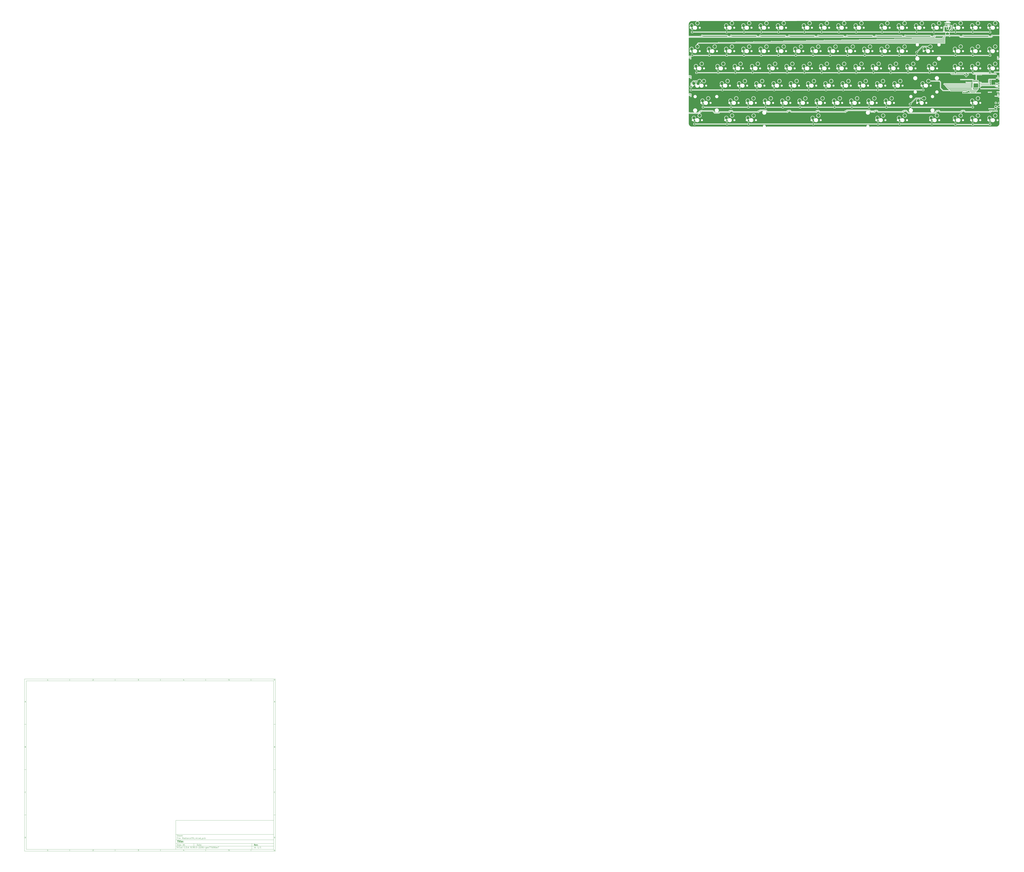
<source format=gbr>
%TF.GenerationSoftware,KiCad,Pcbnew,8.99.0-2206-gee77d06be7*%
%TF.CreationDate,2024-10-02T02:55:55+07:00*%
%TF.ProjectId,RadianceTKL,52616469-616e-4636-9554-4b4c2e6b6963,rev?*%
%TF.SameCoordinates,Original*%
%TF.FileFunction,Copper,L2,Bot*%
%TF.FilePolarity,Positive*%
%FSLAX46Y46*%
G04 Gerber Fmt 4.6, Leading zero omitted, Abs format (unit mm)*
G04 Created by KiCad (PCBNEW 8.99.0-2206-gee77d06be7) date 2024-10-02 02:55:55*
%MOMM*%
%LPD*%
G01*
G04 APERTURE LIST*
G04 Aperture macros list*
%AMRoundRect*
0 Rectangle with rounded corners*
0 $1 Rounding radius*
0 $2 $3 $4 $5 $6 $7 $8 $9 X,Y pos of 4 corners*
0 Add a 4 corners polygon primitive as box body*
4,1,4,$2,$3,$4,$5,$6,$7,$8,$9,$2,$3,0*
0 Add four circle primitives for the rounded corners*
1,1,$1+$1,$2,$3*
1,1,$1+$1,$4,$5*
1,1,$1+$1,$6,$7*
1,1,$1+$1,$8,$9*
0 Add four rect primitives between the rounded corners*
20,1,$1+$1,$2,$3,$4,$5,0*
20,1,$1+$1,$4,$5,$6,$7,0*
20,1,$1+$1,$6,$7,$8,$9,0*
20,1,$1+$1,$8,$9,$2,$3,0*%
G04 Aperture macros list end*
%ADD10C,0.100000*%
%ADD11C,0.150000*%
%ADD12C,0.300000*%
%ADD13C,0.400000*%
%TA.AperFunction,ComponentPad*%
%ADD14C,3.500000*%
%TD*%
%TA.AperFunction,ComponentPad*%
%ADD15RoundRect,0.250000X0.750000X-0.600000X0.750000X0.600000X-0.750000X0.600000X-0.750000X-0.600000X0*%
%TD*%
%TA.AperFunction,ComponentPad*%
%ADD16O,2.000000X1.700000*%
%TD*%
%TA.AperFunction,ComponentPad*%
%ADD17RoundRect,0.250000X0.625000X-0.350000X0.625000X0.350000X-0.625000X0.350000X-0.625000X-0.350000X0*%
%TD*%
%TA.AperFunction,ComponentPad*%
%ADD18O,1.750000X1.200000*%
%TD*%
%TA.AperFunction,ComponentPad*%
%ADD19C,0.400000*%
%TD*%
%TA.AperFunction,SMDPad,CuDef*%
%ADD20RoundRect,0.250000X0.600000X-0.400000X0.600000X0.400000X-0.600000X0.400000X-0.600000X-0.400000X0*%
%TD*%
%TA.AperFunction,SMDPad,CuDef*%
%ADD21RoundRect,0.250000X-0.450000X0.262500X-0.450000X-0.262500X0.450000X-0.262500X0.450000X0.262500X0*%
%TD*%
%TA.AperFunction,SMDPad,CuDef*%
%ADD22R,0.700000X0.700000*%
%TD*%
%TA.AperFunction,SMDPad,CuDef*%
%ADD23RoundRect,0.250000X0.250000X0.475000X-0.250000X0.475000X-0.250000X-0.475000X0.250000X-0.475000X0*%
%TD*%
%TA.AperFunction,SMDPad,CuDef*%
%ADD24RoundRect,0.375000X-0.375000X0.625000X-0.375000X-0.625000X0.375000X-0.625000X0.375000X0.625000X0*%
%TD*%
%TA.AperFunction,SMDPad,CuDef*%
%ADD25RoundRect,0.500000X-1.400000X0.500000X-1.400000X-0.500000X1.400000X-0.500000X1.400000X0.500000X0*%
%TD*%
%TA.AperFunction,SMDPad,CuDef*%
%ADD26RoundRect,0.250000X-0.262500X-0.450000X0.262500X-0.450000X0.262500X0.450000X-0.262500X0.450000X0*%
%TD*%
%TA.AperFunction,SMDPad,CuDef*%
%ADD27RoundRect,0.250000X0.475000X-0.250000X0.475000X0.250000X-0.475000X0.250000X-0.475000X-0.250000X0*%
%TD*%
%TA.AperFunction,SMDPad,CuDef*%
%ADD28RoundRect,0.075000X0.662500X0.075000X-0.662500X0.075000X-0.662500X-0.075000X0.662500X-0.075000X0*%
%TD*%
%TA.AperFunction,SMDPad,CuDef*%
%ADD29RoundRect,0.075000X0.075000X0.662500X-0.075000X0.662500X-0.075000X-0.662500X0.075000X-0.662500X0*%
%TD*%
%TA.AperFunction,SMDPad,CuDef*%
%ADD30RoundRect,0.150000X-0.150000X-0.425000X0.150000X-0.425000X0.150000X0.425000X-0.150000X0.425000X0*%
%TD*%
%TA.AperFunction,SMDPad,CuDef*%
%ADD31RoundRect,0.075000X-0.075000X-0.500000X0.075000X-0.500000X0.075000X0.500000X-0.075000X0.500000X0*%
%TD*%
%TA.AperFunction,ComponentPad*%
%ADD32O,1.000000X2.100000*%
%TD*%
%TA.AperFunction,ViaPad*%
%ADD33C,0.400000*%
%TD*%
%TA.AperFunction,Conductor*%
%ADD34C,0.400000*%
%TD*%
%TA.AperFunction,Conductor*%
%ADD35C,0.200000*%
%TD*%
G04 APERTURE END LIST*
D10*
D11*
X177002200Y-166007200D02*
X285002200Y-166007200D01*
X285002200Y-198007200D01*
X177002200Y-198007200D01*
X177002200Y-166007200D01*
D10*
D11*
X10000000Y-10000000D02*
X287002200Y-10000000D01*
X287002200Y-200007200D01*
X10000000Y-200007200D01*
X10000000Y-10000000D01*
D10*
D11*
X12000000Y-12000000D02*
X285002200Y-12000000D01*
X285002200Y-198007200D01*
X12000000Y-198007200D01*
X12000000Y-12000000D01*
D10*
D11*
X60000000Y-12000000D02*
X60000000Y-10000000D01*
D10*
D11*
X110000000Y-12000000D02*
X110000000Y-10000000D01*
D10*
D11*
X160000000Y-12000000D02*
X160000000Y-10000000D01*
D10*
D11*
X210000000Y-12000000D02*
X210000000Y-10000000D01*
D10*
D11*
X260000000Y-12000000D02*
X260000000Y-10000000D01*
D10*
D11*
X36089160Y-11593604D02*
X35346303Y-11593604D01*
X35717731Y-11593604D02*
X35717731Y-10293604D01*
X35717731Y-10293604D02*
X35593922Y-10479319D01*
X35593922Y-10479319D02*
X35470112Y-10603128D01*
X35470112Y-10603128D02*
X35346303Y-10665033D01*
D10*
D11*
X85346303Y-10417414D02*
X85408207Y-10355509D01*
X85408207Y-10355509D02*
X85532017Y-10293604D01*
X85532017Y-10293604D02*
X85841541Y-10293604D01*
X85841541Y-10293604D02*
X85965350Y-10355509D01*
X85965350Y-10355509D02*
X86027255Y-10417414D01*
X86027255Y-10417414D02*
X86089160Y-10541223D01*
X86089160Y-10541223D02*
X86089160Y-10665033D01*
X86089160Y-10665033D02*
X86027255Y-10850747D01*
X86027255Y-10850747D02*
X85284398Y-11593604D01*
X85284398Y-11593604D02*
X86089160Y-11593604D01*
D10*
D11*
X135284398Y-10293604D02*
X136089160Y-10293604D01*
X136089160Y-10293604D02*
X135655826Y-10788842D01*
X135655826Y-10788842D02*
X135841541Y-10788842D01*
X135841541Y-10788842D02*
X135965350Y-10850747D01*
X135965350Y-10850747D02*
X136027255Y-10912652D01*
X136027255Y-10912652D02*
X136089160Y-11036461D01*
X136089160Y-11036461D02*
X136089160Y-11345985D01*
X136089160Y-11345985D02*
X136027255Y-11469795D01*
X136027255Y-11469795D02*
X135965350Y-11531700D01*
X135965350Y-11531700D02*
X135841541Y-11593604D01*
X135841541Y-11593604D02*
X135470112Y-11593604D01*
X135470112Y-11593604D02*
X135346303Y-11531700D01*
X135346303Y-11531700D02*
X135284398Y-11469795D01*
D10*
D11*
X185965350Y-10726938D02*
X185965350Y-11593604D01*
X185655826Y-10231700D02*
X185346303Y-11160271D01*
X185346303Y-11160271D02*
X186151064Y-11160271D01*
D10*
D11*
X236027255Y-10293604D02*
X235408207Y-10293604D01*
X235408207Y-10293604D02*
X235346303Y-10912652D01*
X235346303Y-10912652D02*
X235408207Y-10850747D01*
X235408207Y-10850747D02*
X235532017Y-10788842D01*
X235532017Y-10788842D02*
X235841541Y-10788842D01*
X235841541Y-10788842D02*
X235965350Y-10850747D01*
X235965350Y-10850747D02*
X236027255Y-10912652D01*
X236027255Y-10912652D02*
X236089160Y-11036461D01*
X236089160Y-11036461D02*
X236089160Y-11345985D01*
X236089160Y-11345985D02*
X236027255Y-11469795D01*
X236027255Y-11469795D02*
X235965350Y-11531700D01*
X235965350Y-11531700D02*
X235841541Y-11593604D01*
X235841541Y-11593604D02*
X235532017Y-11593604D01*
X235532017Y-11593604D02*
X235408207Y-11531700D01*
X235408207Y-11531700D02*
X235346303Y-11469795D01*
D10*
D11*
X285965350Y-10293604D02*
X285717731Y-10293604D01*
X285717731Y-10293604D02*
X285593922Y-10355509D01*
X285593922Y-10355509D02*
X285532017Y-10417414D01*
X285532017Y-10417414D02*
X285408207Y-10603128D01*
X285408207Y-10603128D02*
X285346303Y-10850747D01*
X285346303Y-10850747D02*
X285346303Y-11345985D01*
X285346303Y-11345985D02*
X285408207Y-11469795D01*
X285408207Y-11469795D02*
X285470112Y-11531700D01*
X285470112Y-11531700D02*
X285593922Y-11593604D01*
X285593922Y-11593604D02*
X285841541Y-11593604D01*
X285841541Y-11593604D02*
X285965350Y-11531700D01*
X285965350Y-11531700D02*
X286027255Y-11469795D01*
X286027255Y-11469795D02*
X286089160Y-11345985D01*
X286089160Y-11345985D02*
X286089160Y-11036461D01*
X286089160Y-11036461D02*
X286027255Y-10912652D01*
X286027255Y-10912652D02*
X285965350Y-10850747D01*
X285965350Y-10850747D02*
X285841541Y-10788842D01*
X285841541Y-10788842D02*
X285593922Y-10788842D01*
X285593922Y-10788842D02*
X285470112Y-10850747D01*
X285470112Y-10850747D02*
X285408207Y-10912652D01*
X285408207Y-10912652D02*
X285346303Y-11036461D01*
D10*
D11*
X60000000Y-198007200D02*
X60000000Y-200007200D01*
D10*
D11*
X110000000Y-198007200D02*
X110000000Y-200007200D01*
D10*
D11*
X160000000Y-198007200D02*
X160000000Y-200007200D01*
D10*
D11*
X210000000Y-198007200D02*
X210000000Y-200007200D01*
D10*
D11*
X260000000Y-198007200D02*
X260000000Y-200007200D01*
D10*
D11*
X36089160Y-199600804D02*
X35346303Y-199600804D01*
X35717731Y-199600804D02*
X35717731Y-198300804D01*
X35717731Y-198300804D02*
X35593922Y-198486519D01*
X35593922Y-198486519D02*
X35470112Y-198610328D01*
X35470112Y-198610328D02*
X35346303Y-198672233D01*
D10*
D11*
X85346303Y-198424614D02*
X85408207Y-198362709D01*
X85408207Y-198362709D02*
X85532017Y-198300804D01*
X85532017Y-198300804D02*
X85841541Y-198300804D01*
X85841541Y-198300804D02*
X85965350Y-198362709D01*
X85965350Y-198362709D02*
X86027255Y-198424614D01*
X86027255Y-198424614D02*
X86089160Y-198548423D01*
X86089160Y-198548423D02*
X86089160Y-198672233D01*
X86089160Y-198672233D02*
X86027255Y-198857947D01*
X86027255Y-198857947D02*
X85284398Y-199600804D01*
X85284398Y-199600804D02*
X86089160Y-199600804D01*
D10*
D11*
X135284398Y-198300804D02*
X136089160Y-198300804D01*
X136089160Y-198300804D02*
X135655826Y-198796042D01*
X135655826Y-198796042D02*
X135841541Y-198796042D01*
X135841541Y-198796042D02*
X135965350Y-198857947D01*
X135965350Y-198857947D02*
X136027255Y-198919852D01*
X136027255Y-198919852D02*
X136089160Y-199043661D01*
X136089160Y-199043661D02*
X136089160Y-199353185D01*
X136089160Y-199353185D02*
X136027255Y-199476995D01*
X136027255Y-199476995D02*
X135965350Y-199538900D01*
X135965350Y-199538900D02*
X135841541Y-199600804D01*
X135841541Y-199600804D02*
X135470112Y-199600804D01*
X135470112Y-199600804D02*
X135346303Y-199538900D01*
X135346303Y-199538900D02*
X135284398Y-199476995D01*
D10*
D11*
X185965350Y-198734138D02*
X185965350Y-199600804D01*
X185655826Y-198238900D02*
X185346303Y-199167471D01*
X185346303Y-199167471D02*
X186151064Y-199167471D01*
D10*
D11*
X236027255Y-198300804D02*
X235408207Y-198300804D01*
X235408207Y-198300804D02*
X235346303Y-198919852D01*
X235346303Y-198919852D02*
X235408207Y-198857947D01*
X235408207Y-198857947D02*
X235532017Y-198796042D01*
X235532017Y-198796042D02*
X235841541Y-198796042D01*
X235841541Y-198796042D02*
X235965350Y-198857947D01*
X235965350Y-198857947D02*
X236027255Y-198919852D01*
X236027255Y-198919852D02*
X236089160Y-199043661D01*
X236089160Y-199043661D02*
X236089160Y-199353185D01*
X236089160Y-199353185D02*
X236027255Y-199476995D01*
X236027255Y-199476995D02*
X235965350Y-199538900D01*
X235965350Y-199538900D02*
X235841541Y-199600804D01*
X235841541Y-199600804D02*
X235532017Y-199600804D01*
X235532017Y-199600804D02*
X235408207Y-199538900D01*
X235408207Y-199538900D02*
X235346303Y-199476995D01*
D10*
D11*
X285965350Y-198300804D02*
X285717731Y-198300804D01*
X285717731Y-198300804D02*
X285593922Y-198362709D01*
X285593922Y-198362709D02*
X285532017Y-198424614D01*
X285532017Y-198424614D02*
X285408207Y-198610328D01*
X285408207Y-198610328D02*
X285346303Y-198857947D01*
X285346303Y-198857947D02*
X285346303Y-199353185D01*
X285346303Y-199353185D02*
X285408207Y-199476995D01*
X285408207Y-199476995D02*
X285470112Y-199538900D01*
X285470112Y-199538900D02*
X285593922Y-199600804D01*
X285593922Y-199600804D02*
X285841541Y-199600804D01*
X285841541Y-199600804D02*
X285965350Y-199538900D01*
X285965350Y-199538900D02*
X286027255Y-199476995D01*
X286027255Y-199476995D02*
X286089160Y-199353185D01*
X286089160Y-199353185D02*
X286089160Y-199043661D01*
X286089160Y-199043661D02*
X286027255Y-198919852D01*
X286027255Y-198919852D02*
X285965350Y-198857947D01*
X285965350Y-198857947D02*
X285841541Y-198796042D01*
X285841541Y-198796042D02*
X285593922Y-198796042D01*
X285593922Y-198796042D02*
X285470112Y-198857947D01*
X285470112Y-198857947D02*
X285408207Y-198919852D01*
X285408207Y-198919852D02*
X285346303Y-199043661D01*
D10*
D11*
X10000000Y-60000000D02*
X12000000Y-60000000D01*
D10*
D11*
X10000000Y-110000000D02*
X12000000Y-110000000D01*
D10*
D11*
X10000000Y-160000000D02*
X12000000Y-160000000D01*
D10*
D11*
X10690476Y-35222176D02*
X11309523Y-35222176D01*
X10566666Y-35593604D02*
X10999999Y-34293604D01*
X10999999Y-34293604D02*
X11433333Y-35593604D01*
D10*
D11*
X11092857Y-84912652D02*
X11278571Y-84974557D01*
X11278571Y-84974557D02*
X11340476Y-85036461D01*
X11340476Y-85036461D02*
X11402380Y-85160271D01*
X11402380Y-85160271D02*
X11402380Y-85345985D01*
X11402380Y-85345985D02*
X11340476Y-85469795D01*
X11340476Y-85469795D02*
X11278571Y-85531700D01*
X11278571Y-85531700D02*
X11154761Y-85593604D01*
X11154761Y-85593604D02*
X10659523Y-85593604D01*
X10659523Y-85593604D02*
X10659523Y-84293604D01*
X10659523Y-84293604D02*
X11092857Y-84293604D01*
X11092857Y-84293604D02*
X11216666Y-84355509D01*
X11216666Y-84355509D02*
X11278571Y-84417414D01*
X11278571Y-84417414D02*
X11340476Y-84541223D01*
X11340476Y-84541223D02*
X11340476Y-84665033D01*
X11340476Y-84665033D02*
X11278571Y-84788842D01*
X11278571Y-84788842D02*
X11216666Y-84850747D01*
X11216666Y-84850747D02*
X11092857Y-84912652D01*
X11092857Y-84912652D02*
X10659523Y-84912652D01*
D10*
D11*
X11402380Y-135469795D02*
X11340476Y-135531700D01*
X11340476Y-135531700D02*
X11154761Y-135593604D01*
X11154761Y-135593604D02*
X11030952Y-135593604D01*
X11030952Y-135593604D02*
X10845238Y-135531700D01*
X10845238Y-135531700D02*
X10721428Y-135407890D01*
X10721428Y-135407890D02*
X10659523Y-135284080D01*
X10659523Y-135284080D02*
X10597619Y-135036461D01*
X10597619Y-135036461D02*
X10597619Y-134850747D01*
X10597619Y-134850747D02*
X10659523Y-134603128D01*
X10659523Y-134603128D02*
X10721428Y-134479319D01*
X10721428Y-134479319D02*
X10845238Y-134355509D01*
X10845238Y-134355509D02*
X11030952Y-134293604D01*
X11030952Y-134293604D02*
X11154761Y-134293604D01*
X11154761Y-134293604D02*
X11340476Y-134355509D01*
X11340476Y-134355509D02*
X11402380Y-134417414D01*
D10*
D11*
X10659523Y-185593604D02*
X10659523Y-184293604D01*
X10659523Y-184293604D02*
X10969047Y-184293604D01*
X10969047Y-184293604D02*
X11154761Y-184355509D01*
X11154761Y-184355509D02*
X11278571Y-184479319D01*
X11278571Y-184479319D02*
X11340476Y-184603128D01*
X11340476Y-184603128D02*
X11402380Y-184850747D01*
X11402380Y-184850747D02*
X11402380Y-185036461D01*
X11402380Y-185036461D02*
X11340476Y-185284080D01*
X11340476Y-185284080D02*
X11278571Y-185407890D01*
X11278571Y-185407890D02*
X11154761Y-185531700D01*
X11154761Y-185531700D02*
X10969047Y-185593604D01*
X10969047Y-185593604D02*
X10659523Y-185593604D01*
D10*
D11*
X287002200Y-60000000D02*
X285002200Y-60000000D01*
D10*
D11*
X287002200Y-110000000D02*
X285002200Y-110000000D01*
D10*
D11*
X287002200Y-160000000D02*
X285002200Y-160000000D01*
D10*
D11*
X285692676Y-35222176D02*
X286311723Y-35222176D01*
X285568866Y-35593604D02*
X286002199Y-34293604D01*
X286002199Y-34293604D02*
X286435533Y-35593604D01*
D10*
D11*
X286095057Y-84912652D02*
X286280771Y-84974557D01*
X286280771Y-84974557D02*
X286342676Y-85036461D01*
X286342676Y-85036461D02*
X286404580Y-85160271D01*
X286404580Y-85160271D02*
X286404580Y-85345985D01*
X286404580Y-85345985D02*
X286342676Y-85469795D01*
X286342676Y-85469795D02*
X286280771Y-85531700D01*
X286280771Y-85531700D02*
X286156961Y-85593604D01*
X286156961Y-85593604D02*
X285661723Y-85593604D01*
X285661723Y-85593604D02*
X285661723Y-84293604D01*
X285661723Y-84293604D02*
X286095057Y-84293604D01*
X286095057Y-84293604D02*
X286218866Y-84355509D01*
X286218866Y-84355509D02*
X286280771Y-84417414D01*
X286280771Y-84417414D02*
X286342676Y-84541223D01*
X286342676Y-84541223D02*
X286342676Y-84665033D01*
X286342676Y-84665033D02*
X286280771Y-84788842D01*
X286280771Y-84788842D02*
X286218866Y-84850747D01*
X286218866Y-84850747D02*
X286095057Y-84912652D01*
X286095057Y-84912652D02*
X285661723Y-84912652D01*
D10*
D11*
X286404580Y-135469795D02*
X286342676Y-135531700D01*
X286342676Y-135531700D02*
X286156961Y-135593604D01*
X286156961Y-135593604D02*
X286033152Y-135593604D01*
X286033152Y-135593604D02*
X285847438Y-135531700D01*
X285847438Y-135531700D02*
X285723628Y-135407890D01*
X285723628Y-135407890D02*
X285661723Y-135284080D01*
X285661723Y-135284080D02*
X285599819Y-135036461D01*
X285599819Y-135036461D02*
X285599819Y-134850747D01*
X285599819Y-134850747D02*
X285661723Y-134603128D01*
X285661723Y-134603128D02*
X285723628Y-134479319D01*
X285723628Y-134479319D02*
X285847438Y-134355509D01*
X285847438Y-134355509D02*
X286033152Y-134293604D01*
X286033152Y-134293604D02*
X286156961Y-134293604D01*
X286156961Y-134293604D02*
X286342676Y-134355509D01*
X286342676Y-134355509D02*
X286404580Y-134417414D01*
D10*
D11*
X285661723Y-185593604D02*
X285661723Y-184293604D01*
X285661723Y-184293604D02*
X285971247Y-184293604D01*
X285971247Y-184293604D02*
X286156961Y-184355509D01*
X286156961Y-184355509D02*
X286280771Y-184479319D01*
X286280771Y-184479319D02*
X286342676Y-184603128D01*
X286342676Y-184603128D02*
X286404580Y-184850747D01*
X286404580Y-184850747D02*
X286404580Y-185036461D01*
X286404580Y-185036461D02*
X286342676Y-185284080D01*
X286342676Y-185284080D02*
X286280771Y-185407890D01*
X286280771Y-185407890D02*
X286156961Y-185531700D01*
X286156961Y-185531700D02*
X285971247Y-185593604D01*
X285971247Y-185593604D02*
X285661723Y-185593604D01*
D10*
D11*
X200458026Y-193793328D02*
X200458026Y-192293328D01*
X200458026Y-192293328D02*
X200815169Y-192293328D01*
X200815169Y-192293328D02*
X201029455Y-192364757D01*
X201029455Y-192364757D02*
X201172312Y-192507614D01*
X201172312Y-192507614D02*
X201243741Y-192650471D01*
X201243741Y-192650471D02*
X201315169Y-192936185D01*
X201315169Y-192936185D02*
X201315169Y-193150471D01*
X201315169Y-193150471D02*
X201243741Y-193436185D01*
X201243741Y-193436185D02*
X201172312Y-193579042D01*
X201172312Y-193579042D02*
X201029455Y-193721900D01*
X201029455Y-193721900D02*
X200815169Y-193793328D01*
X200815169Y-193793328D02*
X200458026Y-193793328D01*
X202600884Y-193793328D02*
X202600884Y-193007614D01*
X202600884Y-193007614D02*
X202529455Y-192864757D01*
X202529455Y-192864757D02*
X202386598Y-192793328D01*
X202386598Y-192793328D02*
X202100884Y-192793328D01*
X202100884Y-192793328D02*
X201958026Y-192864757D01*
X202600884Y-193721900D02*
X202458026Y-193793328D01*
X202458026Y-193793328D02*
X202100884Y-193793328D01*
X202100884Y-193793328D02*
X201958026Y-193721900D01*
X201958026Y-193721900D02*
X201886598Y-193579042D01*
X201886598Y-193579042D02*
X201886598Y-193436185D01*
X201886598Y-193436185D02*
X201958026Y-193293328D01*
X201958026Y-193293328D02*
X202100884Y-193221900D01*
X202100884Y-193221900D02*
X202458026Y-193221900D01*
X202458026Y-193221900D02*
X202600884Y-193150471D01*
X203100884Y-192793328D02*
X203672312Y-192793328D01*
X203315169Y-192293328D02*
X203315169Y-193579042D01*
X203315169Y-193579042D02*
X203386598Y-193721900D01*
X203386598Y-193721900D02*
X203529455Y-193793328D01*
X203529455Y-193793328D02*
X203672312Y-193793328D01*
X204743741Y-193721900D02*
X204600884Y-193793328D01*
X204600884Y-193793328D02*
X204315170Y-193793328D01*
X204315170Y-193793328D02*
X204172312Y-193721900D01*
X204172312Y-193721900D02*
X204100884Y-193579042D01*
X204100884Y-193579042D02*
X204100884Y-193007614D01*
X204100884Y-193007614D02*
X204172312Y-192864757D01*
X204172312Y-192864757D02*
X204315170Y-192793328D01*
X204315170Y-192793328D02*
X204600884Y-192793328D01*
X204600884Y-192793328D02*
X204743741Y-192864757D01*
X204743741Y-192864757D02*
X204815170Y-193007614D01*
X204815170Y-193007614D02*
X204815170Y-193150471D01*
X204815170Y-193150471D02*
X204100884Y-193293328D01*
X205458026Y-193650471D02*
X205529455Y-193721900D01*
X205529455Y-193721900D02*
X205458026Y-193793328D01*
X205458026Y-193793328D02*
X205386598Y-193721900D01*
X205386598Y-193721900D02*
X205458026Y-193650471D01*
X205458026Y-193650471D02*
X205458026Y-193793328D01*
X205458026Y-192864757D02*
X205529455Y-192936185D01*
X205529455Y-192936185D02*
X205458026Y-193007614D01*
X205458026Y-193007614D02*
X205386598Y-192936185D01*
X205386598Y-192936185D02*
X205458026Y-192864757D01*
X205458026Y-192864757D02*
X205458026Y-193007614D01*
D10*
D11*
X177002200Y-194507200D02*
X285002200Y-194507200D01*
D10*
D11*
X178458026Y-196593328D02*
X178458026Y-195093328D01*
X179315169Y-196593328D02*
X178672312Y-195736185D01*
X179315169Y-195093328D02*
X178458026Y-195950471D01*
X179958026Y-196593328D02*
X179958026Y-195593328D01*
X179958026Y-195093328D02*
X179886598Y-195164757D01*
X179886598Y-195164757D02*
X179958026Y-195236185D01*
X179958026Y-195236185D02*
X180029455Y-195164757D01*
X180029455Y-195164757D02*
X179958026Y-195093328D01*
X179958026Y-195093328D02*
X179958026Y-195236185D01*
X181529455Y-196450471D02*
X181458027Y-196521900D01*
X181458027Y-196521900D02*
X181243741Y-196593328D01*
X181243741Y-196593328D02*
X181100884Y-196593328D01*
X181100884Y-196593328D02*
X180886598Y-196521900D01*
X180886598Y-196521900D02*
X180743741Y-196379042D01*
X180743741Y-196379042D02*
X180672312Y-196236185D01*
X180672312Y-196236185D02*
X180600884Y-195950471D01*
X180600884Y-195950471D02*
X180600884Y-195736185D01*
X180600884Y-195736185D02*
X180672312Y-195450471D01*
X180672312Y-195450471D02*
X180743741Y-195307614D01*
X180743741Y-195307614D02*
X180886598Y-195164757D01*
X180886598Y-195164757D02*
X181100884Y-195093328D01*
X181100884Y-195093328D02*
X181243741Y-195093328D01*
X181243741Y-195093328D02*
X181458027Y-195164757D01*
X181458027Y-195164757D02*
X181529455Y-195236185D01*
X182815170Y-196593328D02*
X182815170Y-195807614D01*
X182815170Y-195807614D02*
X182743741Y-195664757D01*
X182743741Y-195664757D02*
X182600884Y-195593328D01*
X182600884Y-195593328D02*
X182315170Y-195593328D01*
X182315170Y-195593328D02*
X182172312Y-195664757D01*
X182815170Y-196521900D02*
X182672312Y-196593328D01*
X182672312Y-196593328D02*
X182315170Y-196593328D01*
X182315170Y-196593328D02*
X182172312Y-196521900D01*
X182172312Y-196521900D02*
X182100884Y-196379042D01*
X182100884Y-196379042D02*
X182100884Y-196236185D01*
X182100884Y-196236185D02*
X182172312Y-196093328D01*
X182172312Y-196093328D02*
X182315170Y-196021900D01*
X182315170Y-196021900D02*
X182672312Y-196021900D01*
X182672312Y-196021900D02*
X182815170Y-195950471D01*
X184172313Y-196593328D02*
X184172313Y-195093328D01*
X184172313Y-196521900D02*
X184029455Y-196593328D01*
X184029455Y-196593328D02*
X183743741Y-196593328D01*
X183743741Y-196593328D02*
X183600884Y-196521900D01*
X183600884Y-196521900D02*
X183529455Y-196450471D01*
X183529455Y-196450471D02*
X183458027Y-196307614D01*
X183458027Y-196307614D02*
X183458027Y-195879042D01*
X183458027Y-195879042D02*
X183529455Y-195736185D01*
X183529455Y-195736185D02*
X183600884Y-195664757D01*
X183600884Y-195664757D02*
X183743741Y-195593328D01*
X183743741Y-195593328D02*
X184029455Y-195593328D01*
X184029455Y-195593328D02*
X184172313Y-195664757D01*
X186029455Y-195807614D02*
X186529455Y-195807614D01*
X186743741Y-196593328D02*
X186029455Y-196593328D01*
X186029455Y-196593328D02*
X186029455Y-195093328D01*
X186029455Y-195093328D02*
X186743741Y-195093328D01*
X187386598Y-196450471D02*
X187458027Y-196521900D01*
X187458027Y-196521900D02*
X187386598Y-196593328D01*
X187386598Y-196593328D02*
X187315170Y-196521900D01*
X187315170Y-196521900D02*
X187386598Y-196450471D01*
X187386598Y-196450471D02*
X187386598Y-196593328D01*
X188100884Y-196593328D02*
X188100884Y-195093328D01*
X188100884Y-195093328D02*
X188458027Y-195093328D01*
X188458027Y-195093328D02*
X188672313Y-195164757D01*
X188672313Y-195164757D02*
X188815170Y-195307614D01*
X188815170Y-195307614D02*
X188886599Y-195450471D01*
X188886599Y-195450471D02*
X188958027Y-195736185D01*
X188958027Y-195736185D02*
X188958027Y-195950471D01*
X188958027Y-195950471D02*
X188886599Y-196236185D01*
X188886599Y-196236185D02*
X188815170Y-196379042D01*
X188815170Y-196379042D02*
X188672313Y-196521900D01*
X188672313Y-196521900D02*
X188458027Y-196593328D01*
X188458027Y-196593328D02*
X188100884Y-196593328D01*
X189600884Y-196450471D02*
X189672313Y-196521900D01*
X189672313Y-196521900D02*
X189600884Y-196593328D01*
X189600884Y-196593328D02*
X189529456Y-196521900D01*
X189529456Y-196521900D02*
X189600884Y-196450471D01*
X189600884Y-196450471D02*
X189600884Y-196593328D01*
X190243742Y-196164757D02*
X190958028Y-196164757D01*
X190100885Y-196593328D02*
X190600885Y-195093328D01*
X190600885Y-195093328D02*
X191100885Y-196593328D01*
X191600884Y-196450471D02*
X191672313Y-196521900D01*
X191672313Y-196521900D02*
X191600884Y-196593328D01*
X191600884Y-196593328D02*
X191529456Y-196521900D01*
X191529456Y-196521900D02*
X191600884Y-196450471D01*
X191600884Y-196450471D02*
X191600884Y-196593328D01*
X193672313Y-195736185D02*
X193529456Y-195664757D01*
X193529456Y-195664757D02*
X193458027Y-195593328D01*
X193458027Y-195593328D02*
X193386599Y-195450471D01*
X193386599Y-195450471D02*
X193386599Y-195379042D01*
X193386599Y-195379042D02*
X193458027Y-195236185D01*
X193458027Y-195236185D02*
X193529456Y-195164757D01*
X193529456Y-195164757D02*
X193672313Y-195093328D01*
X193672313Y-195093328D02*
X193958027Y-195093328D01*
X193958027Y-195093328D02*
X194100885Y-195164757D01*
X194100885Y-195164757D02*
X194172313Y-195236185D01*
X194172313Y-195236185D02*
X194243742Y-195379042D01*
X194243742Y-195379042D02*
X194243742Y-195450471D01*
X194243742Y-195450471D02*
X194172313Y-195593328D01*
X194172313Y-195593328D02*
X194100885Y-195664757D01*
X194100885Y-195664757D02*
X193958027Y-195736185D01*
X193958027Y-195736185D02*
X193672313Y-195736185D01*
X193672313Y-195736185D02*
X193529456Y-195807614D01*
X193529456Y-195807614D02*
X193458027Y-195879042D01*
X193458027Y-195879042D02*
X193386599Y-196021900D01*
X193386599Y-196021900D02*
X193386599Y-196307614D01*
X193386599Y-196307614D02*
X193458027Y-196450471D01*
X193458027Y-196450471D02*
X193529456Y-196521900D01*
X193529456Y-196521900D02*
X193672313Y-196593328D01*
X193672313Y-196593328D02*
X193958027Y-196593328D01*
X193958027Y-196593328D02*
X194100885Y-196521900D01*
X194100885Y-196521900D02*
X194172313Y-196450471D01*
X194172313Y-196450471D02*
X194243742Y-196307614D01*
X194243742Y-196307614D02*
X194243742Y-196021900D01*
X194243742Y-196021900D02*
X194172313Y-195879042D01*
X194172313Y-195879042D02*
X194100885Y-195807614D01*
X194100885Y-195807614D02*
X193958027Y-195736185D01*
X194886598Y-196450471D02*
X194958027Y-196521900D01*
X194958027Y-196521900D02*
X194886598Y-196593328D01*
X194886598Y-196593328D02*
X194815170Y-196521900D01*
X194815170Y-196521900D02*
X194886598Y-196450471D01*
X194886598Y-196450471D02*
X194886598Y-196593328D01*
X195672313Y-196593328D02*
X195958027Y-196593328D01*
X195958027Y-196593328D02*
X196100884Y-196521900D01*
X196100884Y-196521900D02*
X196172313Y-196450471D01*
X196172313Y-196450471D02*
X196315170Y-196236185D01*
X196315170Y-196236185D02*
X196386599Y-195950471D01*
X196386599Y-195950471D02*
X196386599Y-195379042D01*
X196386599Y-195379042D02*
X196315170Y-195236185D01*
X196315170Y-195236185D02*
X196243742Y-195164757D01*
X196243742Y-195164757D02*
X196100884Y-195093328D01*
X196100884Y-195093328D02*
X195815170Y-195093328D01*
X195815170Y-195093328D02*
X195672313Y-195164757D01*
X195672313Y-195164757D02*
X195600884Y-195236185D01*
X195600884Y-195236185D02*
X195529456Y-195379042D01*
X195529456Y-195379042D02*
X195529456Y-195736185D01*
X195529456Y-195736185D02*
X195600884Y-195879042D01*
X195600884Y-195879042D02*
X195672313Y-195950471D01*
X195672313Y-195950471D02*
X195815170Y-196021900D01*
X195815170Y-196021900D02*
X196100884Y-196021900D01*
X196100884Y-196021900D02*
X196243742Y-195950471D01*
X196243742Y-195950471D02*
X196315170Y-195879042D01*
X196315170Y-195879042D02*
X196386599Y-195736185D01*
X197100884Y-196593328D02*
X197386598Y-196593328D01*
X197386598Y-196593328D02*
X197529455Y-196521900D01*
X197529455Y-196521900D02*
X197600884Y-196450471D01*
X197600884Y-196450471D02*
X197743741Y-196236185D01*
X197743741Y-196236185D02*
X197815170Y-195950471D01*
X197815170Y-195950471D02*
X197815170Y-195379042D01*
X197815170Y-195379042D02*
X197743741Y-195236185D01*
X197743741Y-195236185D02*
X197672313Y-195164757D01*
X197672313Y-195164757D02*
X197529455Y-195093328D01*
X197529455Y-195093328D02*
X197243741Y-195093328D01*
X197243741Y-195093328D02*
X197100884Y-195164757D01*
X197100884Y-195164757D02*
X197029455Y-195236185D01*
X197029455Y-195236185D02*
X196958027Y-195379042D01*
X196958027Y-195379042D02*
X196958027Y-195736185D01*
X196958027Y-195736185D02*
X197029455Y-195879042D01*
X197029455Y-195879042D02*
X197100884Y-195950471D01*
X197100884Y-195950471D02*
X197243741Y-196021900D01*
X197243741Y-196021900D02*
X197529455Y-196021900D01*
X197529455Y-196021900D02*
X197672313Y-195950471D01*
X197672313Y-195950471D02*
X197743741Y-195879042D01*
X197743741Y-195879042D02*
X197815170Y-195736185D01*
X198458026Y-196450471D02*
X198529455Y-196521900D01*
X198529455Y-196521900D02*
X198458026Y-196593328D01*
X198458026Y-196593328D02*
X198386598Y-196521900D01*
X198386598Y-196521900D02*
X198458026Y-196450471D01*
X198458026Y-196450471D02*
X198458026Y-196593328D01*
X199458027Y-195093328D02*
X199600884Y-195093328D01*
X199600884Y-195093328D02*
X199743741Y-195164757D01*
X199743741Y-195164757D02*
X199815170Y-195236185D01*
X199815170Y-195236185D02*
X199886598Y-195379042D01*
X199886598Y-195379042D02*
X199958027Y-195664757D01*
X199958027Y-195664757D02*
X199958027Y-196021900D01*
X199958027Y-196021900D02*
X199886598Y-196307614D01*
X199886598Y-196307614D02*
X199815170Y-196450471D01*
X199815170Y-196450471D02*
X199743741Y-196521900D01*
X199743741Y-196521900D02*
X199600884Y-196593328D01*
X199600884Y-196593328D02*
X199458027Y-196593328D01*
X199458027Y-196593328D02*
X199315170Y-196521900D01*
X199315170Y-196521900D02*
X199243741Y-196450471D01*
X199243741Y-196450471D02*
X199172312Y-196307614D01*
X199172312Y-196307614D02*
X199100884Y-196021900D01*
X199100884Y-196021900D02*
X199100884Y-195664757D01*
X199100884Y-195664757D02*
X199172312Y-195379042D01*
X199172312Y-195379042D02*
X199243741Y-195236185D01*
X199243741Y-195236185D02*
X199315170Y-195164757D01*
X199315170Y-195164757D02*
X199458027Y-195093328D01*
X200600883Y-196021900D02*
X201743741Y-196021900D01*
X202386598Y-195236185D02*
X202458026Y-195164757D01*
X202458026Y-195164757D02*
X202600884Y-195093328D01*
X202600884Y-195093328D02*
X202958026Y-195093328D01*
X202958026Y-195093328D02*
X203100884Y-195164757D01*
X203100884Y-195164757D02*
X203172312Y-195236185D01*
X203172312Y-195236185D02*
X203243741Y-195379042D01*
X203243741Y-195379042D02*
X203243741Y-195521900D01*
X203243741Y-195521900D02*
X203172312Y-195736185D01*
X203172312Y-195736185D02*
X202315169Y-196593328D01*
X202315169Y-196593328D02*
X203243741Y-196593328D01*
X203815169Y-195236185D02*
X203886597Y-195164757D01*
X203886597Y-195164757D02*
X204029455Y-195093328D01*
X204029455Y-195093328D02*
X204386597Y-195093328D01*
X204386597Y-195093328D02*
X204529455Y-195164757D01*
X204529455Y-195164757D02*
X204600883Y-195236185D01*
X204600883Y-195236185D02*
X204672312Y-195379042D01*
X204672312Y-195379042D02*
X204672312Y-195521900D01*
X204672312Y-195521900D02*
X204600883Y-195736185D01*
X204600883Y-195736185D02*
X203743740Y-196593328D01*
X203743740Y-196593328D02*
X204672312Y-196593328D01*
X205600883Y-195093328D02*
X205743740Y-195093328D01*
X205743740Y-195093328D02*
X205886597Y-195164757D01*
X205886597Y-195164757D02*
X205958026Y-195236185D01*
X205958026Y-195236185D02*
X206029454Y-195379042D01*
X206029454Y-195379042D02*
X206100883Y-195664757D01*
X206100883Y-195664757D02*
X206100883Y-196021900D01*
X206100883Y-196021900D02*
X206029454Y-196307614D01*
X206029454Y-196307614D02*
X205958026Y-196450471D01*
X205958026Y-196450471D02*
X205886597Y-196521900D01*
X205886597Y-196521900D02*
X205743740Y-196593328D01*
X205743740Y-196593328D02*
X205600883Y-196593328D01*
X205600883Y-196593328D02*
X205458026Y-196521900D01*
X205458026Y-196521900D02*
X205386597Y-196450471D01*
X205386597Y-196450471D02*
X205315168Y-196307614D01*
X205315168Y-196307614D02*
X205243740Y-196021900D01*
X205243740Y-196021900D02*
X205243740Y-195664757D01*
X205243740Y-195664757D02*
X205315168Y-195379042D01*
X205315168Y-195379042D02*
X205386597Y-195236185D01*
X205386597Y-195236185D02*
X205458026Y-195164757D01*
X205458026Y-195164757D02*
X205600883Y-195093328D01*
X207386597Y-195093328D02*
X207100882Y-195093328D01*
X207100882Y-195093328D02*
X206958025Y-195164757D01*
X206958025Y-195164757D02*
X206886597Y-195236185D01*
X206886597Y-195236185D02*
X206743739Y-195450471D01*
X206743739Y-195450471D02*
X206672311Y-195736185D01*
X206672311Y-195736185D02*
X206672311Y-196307614D01*
X206672311Y-196307614D02*
X206743739Y-196450471D01*
X206743739Y-196450471D02*
X206815168Y-196521900D01*
X206815168Y-196521900D02*
X206958025Y-196593328D01*
X206958025Y-196593328D02*
X207243739Y-196593328D01*
X207243739Y-196593328D02*
X207386597Y-196521900D01*
X207386597Y-196521900D02*
X207458025Y-196450471D01*
X207458025Y-196450471D02*
X207529454Y-196307614D01*
X207529454Y-196307614D02*
X207529454Y-195950471D01*
X207529454Y-195950471D02*
X207458025Y-195807614D01*
X207458025Y-195807614D02*
X207386597Y-195736185D01*
X207386597Y-195736185D02*
X207243739Y-195664757D01*
X207243739Y-195664757D02*
X206958025Y-195664757D01*
X206958025Y-195664757D02*
X206815168Y-195736185D01*
X206815168Y-195736185D02*
X206743739Y-195807614D01*
X206743739Y-195807614D02*
X206672311Y-195950471D01*
X208172310Y-196021900D02*
X209315168Y-196021900D01*
X210672311Y-195593328D02*
X210672311Y-196807614D01*
X210672311Y-196807614D02*
X210600882Y-196950471D01*
X210600882Y-196950471D02*
X210529453Y-197021900D01*
X210529453Y-197021900D02*
X210386596Y-197093328D01*
X210386596Y-197093328D02*
X210172311Y-197093328D01*
X210172311Y-197093328D02*
X210029453Y-197021900D01*
X210672311Y-196521900D02*
X210529453Y-196593328D01*
X210529453Y-196593328D02*
X210243739Y-196593328D01*
X210243739Y-196593328D02*
X210100882Y-196521900D01*
X210100882Y-196521900D02*
X210029453Y-196450471D01*
X210029453Y-196450471D02*
X209958025Y-196307614D01*
X209958025Y-196307614D02*
X209958025Y-195879042D01*
X209958025Y-195879042D02*
X210029453Y-195736185D01*
X210029453Y-195736185D02*
X210100882Y-195664757D01*
X210100882Y-195664757D02*
X210243739Y-195593328D01*
X210243739Y-195593328D02*
X210529453Y-195593328D01*
X210529453Y-195593328D02*
X210672311Y-195664757D01*
X211958025Y-196521900D02*
X211815168Y-196593328D01*
X211815168Y-196593328D02*
X211529454Y-196593328D01*
X211529454Y-196593328D02*
X211386596Y-196521900D01*
X211386596Y-196521900D02*
X211315168Y-196379042D01*
X211315168Y-196379042D02*
X211315168Y-195807614D01*
X211315168Y-195807614D02*
X211386596Y-195664757D01*
X211386596Y-195664757D02*
X211529454Y-195593328D01*
X211529454Y-195593328D02*
X211815168Y-195593328D01*
X211815168Y-195593328D02*
X211958025Y-195664757D01*
X211958025Y-195664757D02*
X212029454Y-195807614D01*
X212029454Y-195807614D02*
X212029454Y-195950471D01*
X212029454Y-195950471D02*
X211315168Y-196093328D01*
X213243739Y-196521900D02*
X213100882Y-196593328D01*
X213100882Y-196593328D02*
X212815168Y-196593328D01*
X212815168Y-196593328D02*
X212672310Y-196521900D01*
X212672310Y-196521900D02*
X212600882Y-196379042D01*
X212600882Y-196379042D02*
X212600882Y-195807614D01*
X212600882Y-195807614D02*
X212672310Y-195664757D01*
X212672310Y-195664757D02*
X212815168Y-195593328D01*
X212815168Y-195593328D02*
X213100882Y-195593328D01*
X213100882Y-195593328D02*
X213243739Y-195664757D01*
X213243739Y-195664757D02*
X213315168Y-195807614D01*
X213315168Y-195807614D02*
X213315168Y-195950471D01*
X213315168Y-195950471D02*
X212600882Y-196093328D01*
X213815167Y-195093328D02*
X214815167Y-195093328D01*
X214815167Y-195093328D02*
X214172310Y-196593328D01*
X215243738Y-195093328D02*
X216243738Y-195093328D01*
X216243738Y-195093328D02*
X215600881Y-196593328D01*
X217458024Y-196593328D02*
X217458024Y-195093328D01*
X217458024Y-196521900D02*
X217315166Y-196593328D01*
X217315166Y-196593328D02*
X217029452Y-196593328D01*
X217029452Y-196593328D02*
X216886595Y-196521900D01*
X216886595Y-196521900D02*
X216815166Y-196450471D01*
X216815166Y-196450471D02*
X216743738Y-196307614D01*
X216743738Y-196307614D02*
X216743738Y-195879042D01*
X216743738Y-195879042D02*
X216815166Y-195736185D01*
X216815166Y-195736185D02*
X216886595Y-195664757D01*
X216886595Y-195664757D02*
X217029452Y-195593328D01*
X217029452Y-195593328D02*
X217315166Y-195593328D01*
X217315166Y-195593328D02*
X217458024Y-195664757D01*
X218458024Y-195093328D02*
X218600881Y-195093328D01*
X218600881Y-195093328D02*
X218743738Y-195164757D01*
X218743738Y-195164757D02*
X218815167Y-195236185D01*
X218815167Y-195236185D02*
X218886595Y-195379042D01*
X218886595Y-195379042D02*
X218958024Y-195664757D01*
X218958024Y-195664757D02*
X218958024Y-196021900D01*
X218958024Y-196021900D02*
X218886595Y-196307614D01*
X218886595Y-196307614D02*
X218815167Y-196450471D01*
X218815167Y-196450471D02*
X218743738Y-196521900D01*
X218743738Y-196521900D02*
X218600881Y-196593328D01*
X218600881Y-196593328D02*
X218458024Y-196593328D01*
X218458024Y-196593328D02*
X218315167Y-196521900D01*
X218315167Y-196521900D02*
X218243738Y-196450471D01*
X218243738Y-196450471D02*
X218172309Y-196307614D01*
X218172309Y-196307614D02*
X218100881Y-196021900D01*
X218100881Y-196021900D02*
X218100881Y-195664757D01*
X218100881Y-195664757D02*
X218172309Y-195379042D01*
X218172309Y-195379042D02*
X218243738Y-195236185D01*
X218243738Y-195236185D02*
X218315167Y-195164757D01*
X218315167Y-195164757D02*
X218458024Y-195093328D01*
X220243738Y-195093328D02*
X219958023Y-195093328D01*
X219958023Y-195093328D02*
X219815166Y-195164757D01*
X219815166Y-195164757D02*
X219743738Y-195236185D01*
X219743738Y-195236185D02*
X219600880Y-195450471D01*
X219600880Y-195450471D02*
X219529452Y-195736185D01*
X219529452Y-195736185D02*
X219529452Y-196307614D01*
X219529452Y-196307614D02*
X219600880Y-196450471D01*
X219600880Y-196450471D02*
X219672309Y-196521900D01*
X219672309Y-196521900D02*
X219815166Y-196593328D01*
X219815166Y-196593328D02*
X220100880Y-196593328D01*
X220100880Y-196593328D02*
X220243738Y-196521900D01*
X220243738Y-196521900D02*
X220315166Y-196450471D01*
X220315166Y-196450471D02*
X220386595Y-196307614D01*
X220386595Y-196307614D02*
X220386595Y-195950471D01*
X220386595Y-195950471D02*
X220315166Y-195807614D01*
X220315166Y-195807614D02*
X220243738Y-195736185D01*
X220243738Y-195736185D02*
X220100880Y-195664757D01*
X220100880Y-195664757D02*
X219815166Y-195664757D01*
X219815166Y-195664757D02*
X219672309Y-195736185D01*
X219672309Y-195736185D02*
X219600880Y-195807614D01*
X219600880Y-195807614D02*
X219529452Y-195950471D01*
X221029451Y-196593328D02*
X221029451Y-195093328D01*
X221029451Y-195664757D02*
X221172309Y-195593328D01*
X221172309Y-195593328D02*
X221458023Y-195593328D01*
X221458023Y-195593328D02*
X221600880Y-195664757D01*
X221600880Y-195664757D02*
X221672309Y-195736185D01*
X221672309Y-195736185D02*
X221743737Y-195879042D01*
X221743737Y-195879042D02*
X221743737Y-196307614D01*
X221743737Y-196307614D02*
X221672309Y-196450471D01*
X221672309Y-196450471D02*
X221600880Y-196521900D01*
X221600880Y-196521900D02*
X221458023Y-196593328D01*
X221458023Y-196593328D02*
X221172309Y-196593328D01*
X221172309Y-196593328D02*
X221029451Y-196521900D01*
X222958023Y-196521900D02*
X222815166Y-196593328D01*
X222815166Y-196593328D02*
X222529452Y-196593328D01*
X222529452Y-196593328D02*
X222386594Y-196521900D01*
X222386594Y-196521900D02*
X222315166Y-196379042D01*
X222315166Y-196379042D02*
X222315166Y-195807614D01*
X222315166Y-195807614D02*
X222386594Y-195664757D01*
X222386594Y-195664757D02*
X222529452Y-195593328D01*
X222529452Y-195593328D02*
X222815166Y-195593328D01*
X222815166Y-195593328D02*
X222958023Y-195664757D01*
X222958023Y-195664757D02*
X223029452Y-195807614D01*
X223029452Y-195807614D02*
X223029452Y-195950471D01*
X223029452Y-195950471D02*
X222315166Y-196093328D01*
X223529451Y-195093328D02*
X224529451Y-195093328D01*
X224529451Y-195093328D02*
X223886594Y-196593328D01*
D10*
D11*
X177002200Y-191507200D02*
X285002200Y-191507200D01*
D10*
D12*
X264413853Y-193785528D02*
X263913853Y-193071242D01*
X263556710Y-193785528D02*
X263556710Y-192285528D01*
X263556710Y-192285528D02*
X264128139Y-192285528D01*
X264128139Y-192285528D02*
X264270996Y-192356957D01*
X264270996Y-192356957D02*
X264342425Y-192428385D01*
X264342425Y-192428385D02*
X264413853Y-192571242D01*
X264413853Y-192571242D02*
X264413853Y-192785528D01*
X264413853Y-192785528D02*
X264342425Y-192928385D01*
X264342425Y-192928385D02*
X264270996Y-192999814D01*
X264270996Y-192999814D02*
X264128139Y-193071242D01*
X264128139Y-193071242D02*
X263556710Y-193071242D01*
X265628139Y-193714100D02*
X265485282Y-193785528D01*
X265485282Y-193785528D02*
X265199568Y-193785528D01*
X265199568Y-193785528D02*
X265056710Y-193714100D01*
X265056710Y-193714100D02*
X264985282Y-193571242D01*
X264985282Y-193571242D02*
X264985282Y-192999814D01*
X264985282Y-192999814D02*
X265056710Y-192856957D01*
X265056710Y-192856957D02*
X265199568Y-192785528D01*
X265199568Y-192785528D02*
X265485282Y-192785528D01*
X265485282Y-192785528D02*
X265628139Y-192856957D01*
X265628139Y-192856957D02*
X265699568Y-192999814D01*
X265699568Y-192999814D02*
X265699568Y-193142671D01*
X265699568Y-193142671D02*
X264985282Y-193285528D01*
X266199567Y-192785528D02*
X266556710Y-193785528D01*
X266556710Y-193785528D02*
X266913853Y-192785528D01*
X267485281Y-193642671D02*
X267556710Y-193714100D01*
X267556710Y-193714100D02*
X267485281Y-193785528D01*
X267485281Y-193785528D02*
X267413853Y-193714100D01*
X267413853Y-193714100D02*
X267485281Y-193642671D01*
X267485281Y-193642671D02*
X267485281Y-193785528D01*
X267485281Y-192856957D02*
X267556710Y-192928385D01*
X267556710Y-192928385D02*
X267485281Y-192999814D01*
X267485281Y-192999814D02*
X267413853Y-192928385D01*
X267413853Y-192928385D02*
X267485281Y-192856957D01*
X267485281Y-192856957D02*
X267485281Y-192999814D01*
D10*
D11*
X178386598Y-193721900D02*
X178600884Y-193793328D01*
X178600884Y-193793328D02*
X178958026Y-193793328D01*
X178958026Y-193793328D02*
X179100884Y-193721900D01*
X179100884Y-193721900D02*
X179172312Y-193650471D01*
X179172312Y-193650471D02*
X179243741Y-193507614D01*
X179243741Y-193507614D02*
X179243741Y-193364757D01*
X179243741Y-193364757D02*
X179172312Y-193221900D01*
X179172312Y-193221900D02*
X179100884Y-193150471D01*
X179100884Y-193150471D02*
X178958026Y-193079042D01*
X178958026Y-193079042D02*
X178672312Y-193007614D01*
X178672312Y-193007614D02*
X178529455Y-192936185D01*
X178529455Y-192936185D02*
X178458026Y-192864757D01*
X178458026Y-192864757D02*
X178386598Y-192721900D01*
X178386598Y-192721900D02*
X178386598Y-192579042D01*
X178386598Y-192579042D02*
X178458026Y-192436185D01*
X178458026Y-192436185D02*
X178529455Y-192364757D01*
X178529455Y-192364757D02*
X178672312Y-192293328D01*
X178672312Y-192293328D02*
X179029455Y-192293328D01*
X179029455Y-192293328D02*
X179243741Y-192364757D01*
X179886597Y-193793328D02*
X179886597Y-192793328D01*
X179886597Y-192293328D02*
X179815169Y-192364757D01*
X179815169Y-192364757D02*
X179886597Y-192436185D01*
X179886597Y-192436185D02*
X179958026Y-192364757D01*
X179958026Y-192364757D02*
X179886597Y-192293328D01*
X179886597Y-192293328D02*
X179886597Y-192436185D01*
X180458026Y-192793328D02*
X181243741Y-192793328D01*
X181243741Y-192793328D02*
X180458026Y-193793328D01*
X180458026Y-193793328D02*
X181243741Y-193793328D01*
X182386598Y-193721900D02*
X182243741Y-193793328D01*
X182243741Y-193793328D02*
X181958027Y-193793328D01*
X181958027Y-193793328D02*
X181815169Y-193721900D01*
X181815169Y-193721900D02*
X181743741Y-193579042D01*
X181743741Y-193579042D02*
X181743741Y-193007614D01*
X181743741Y-193007614D02*
X181815169Y-192864757D01*
X181815169Y-192864757D02*
X181958027Y-192793328D01*
X181958027Y-192793328D02*
X182243741Y-192793328D01*
X182243741Y-192793328D02*
X182386598Y-192864757D01*
X182386598Y-192864757D02*
X182458027Y-193007614D01*
X182458027Y-193007614D02*
X182458027Y-193150471D01*
X182458027Y-193150471D02*
X181743741Y-193293328D01*
X183100883Y-193650471D02*
X183172312Y-193721900D01*
X183172312Y-193721900D02*
X183100883Y-193793328D01*
X183100883Y-193793328D02*
X183029455Y-193721900D01*
X183029455Y-193721900D02*
X183100883Y-193650471D01*
X183100883Y-193650471D02*
X183100883Y-193793328D01*
X183100883Y-192864757D02*
X183172312Y-192936185D01*
X183172312Y-192936185D02*
X183100883Y-193007614D01*
X183100883Y-193007614D02*
X183029455Y-192936185D01*
X183029455Y-192936185D02*
X183100883Y-192864757D01*
X183100883Y-192864757D02*
X183100883Y-193007614D01*
X184886598Y-193364757D02*
X185600884Y-193364757D01*
X184743741Y-193793328D02*
X185243741Y-192293328D01*
X185243741Y-192293328D02*
X185743741Y-193793328D01*
X186886598Y-192793328D02*
X186886598Y-193793328D01*
X186529455Y-192221900D02*
X186172312Y-193293328D01*
X186172312Y-193293328D02*
X187100883Y-193293328D01*
D10*
D11*
X263458026Y-196593328D02*
X263458026Y-195093328D01*
X264815170Y-196593328D02*
X264815170Y-195093328D01*
X264815170Y-196521900D02*
X264672312Y-196593328D01*
X264672312Y-196593328D02*
X264386598Y-196593328D01*
X264386598Y-196593328D02*
X264243741Y-196521900D01*
X264243741Y-196521900D02*
X264172312Y-196450471D01*
X264172312Y-196450471D02*
X264100884Y-196307614D01*
X264100884Y-196307614D02*
X264100884Y-195879042D01*
X264100884Y-195879042D02*
X264172312Y-195736185D01*
X264172312Y-195736185D02*
X264243741Y-195664757D01*
X264243741Y-195664757D02*
X264386598Y-195593328D01*
X264386598Y-195593328D02*
X264672312Y-195593328D01*
X264672312Y-195593328D02*
X264815170Y-195664757D01*
X265529455Y-196450471D02*
X265600884Y-196521900D01*
X265600884Y-196521900D02*
X265529455Y-196593328D01*
X265529455Y-196593328D02*
X265458027Y-196521900D01*
X265458027Y-196521900D02*
X265529455Y-196450471D01*
X265529455Y-196450471D02*
X265529455Y-196593328D01*
X265529455Y-195664757D02*
X265600884Y-195736185D01*
X265600884Y-195736185D02*
X265529455Y-195807614D01*
X265529455Y-195807614D02*
X265458027Y-195736185D01*
X265458027Y-195736185D02*
X265529455Y-195664757D01*
X265529455Y-195664757D02*
X265529455Y-195807614D01*
X268172313Y-196593328D02*
X267315170Y-196593328D01*
X267743741Y-196593328D02*
X267743741Y-195093328D01*
X267743741Y-195093328D02*
X267600884Y-195307614D01*
X267600884Y-195307614D02*
X267458027Y-195450471D01*
X267458027Y-195450471D02*
X267315170Y-195521900D01*
X269886598Y-195021900D02*
X268600884Y-196950471D01*
X271172313Y-196593328D02*
X270315170Y-196593328D01*
X270743741Y-196593328D02*
X270743741Y-195093328D01*
X270743741Y-195093328D02*
X270600884Y-195307614D01*
X270600884Y-195307614D02*
X270458027Y-195450471D01*
X270458027Y-195450471D02*
X270315170Y-195521900D01*
D10*
D11*
X177002200Y-187507200D02*
X285002200Y-187507200D01*
D10*
D13*
X178693928Y-188211638D02*
X179836785Y-188211638D01*
X179015357Y-190211638D02*
X179265357Y-188211638D01*
X180253452Y-190211638D02*
X180420119Y-188878304D01*
X180503452Y-188211638D02*
X180396309Y-188306876D01*
X180396309Y-188306876D02*
X180479643Y-188402114D01*
X180479643Y-188402114D02*
X180586786Y-188306876D01*
X180586786Y-188306876D02*
X180503452Y-188211638D01*
X180503452Y-188211638D02*
X180479643Y-188402114D01*
X181086786Y-188878304D02*
X181848690Y-188878304D01*
X181455833Y-188211638D02*
X181241548Y-189925923D01*
X181241548Y-189925923D02*
X181312976Y-190116400D01*
X181312976Y-190116400D02*
X181491548Y-190211638D01*
X181491548Y-190211638D02*
X181682024Y-190211638D01*
X182634405Y-190211638D02*
X182455833Y-190116400D01*
X182455833Y-190116400D02*
X182384405Y-189925923D01*
X182384405Y-189925923D02*
X182598690Y-188211638D01*
X184170119Y-190116400D02*
X183967738Y-190211638D01*
X183967738Y-190211638D02*
X183586785Y-190211638D01*
X183586785Y-190211638D02*
X183408214Y-190116400D01*
X183408214Y-190116400D02*
X183336785Y-189925923D01*
X183336785Y-189925923D02*
X183432024Y-189164019D01*
X183432024Y-189164019D02*
X183551071Y-188973542D01*
X183551071Y-188973542D02*
X183753452Y-188878304D01*
X183753452Y-188878304D02*
X184134404Y-188878304D01*
X184134404Y-188878304D02*
X184312976Y-188973542D01*
X184312976Y-188973542D02*
X184384404Y-189164019D01*
X184384404Y-189164019D02*
X184360595Y-189354495D01*
X184360595Y-189354495D02*
X183384404Y-189544971D01*
X185134405Y-190021161D02*
X185217738Y-190116400D01*
X185217738Y-190116400D02*
X185110595Y-190211638D01*
X185110595Y-190211638D02*
X185027262Y-190116400D01*
X185027262Y-190116400D02*
X185134405Y-190021161D01*
X185134405Y-190021161D02*
X185110595Y-190211638D01*
X185265357Y-188973542D02*
X185348690Y-189068780D01*
X185348690Y-189068780D02*
X185241548Y-189164019D01*
X185241548Y-189164019D02*
X185158214Y-189068780D01*
X185158214Y-189068780D02*
X185265357Y-188973542D01*
X185265357Y-188973542D02*
X185241548Y-189164019D01*
D10*
D11*
X178958026Y-185607614D02*
X178458026Y-185607614D01*
X178458026Y-186393328D02*
X178458026Y-184893328D01*
X178458026Y-184893328D02*
X179172312Y-184893328D01*
X179743740Y-186393328D02*
X179743740Y-185393328D01*
X179743740Y-184893328D02*
X179672312Y-184964757D01*
X179672312Y-184964757D02*
X179743740Y-185036185D01*
X179743740Y-185036185D02*
X179815169Y-184964757D01*
X179815169Y-184964757D02*
X179743740Y-184893328D01*
X179743740Y-184893328D02*
X179743740Y-185036185D01*
X180672312Y-186393328D02*
X180529455Y-186321900D01*
X180529455Y-186321900D02*
X180458026Y-186179042D01*
X180458026Y-186179042D02*
X180458026Y-184893328D01*
X181815169Y-186321900D02*
X181672312Y-186393328D01*
X181672312Y-186393328D02*
X181386598Y-186393328D01*
X181386598Y-186393328D02*
X181243740Y-186321900D01*
X181243740Y-186321900D02*
X181172312Y-186179042D01*
X181172312Y-186179042D02*
X181172312Y-185607614D01*
X181172312Y-185607614D02*
X181243740Y-185464757D01*
X181243740Y-185464757D02*
X181386598Y-185393328D01*
X181386598Y-185393328D02*
X181672312Y-185393328D01*
X181672312Y-185393328D02*
X181815169Y-185464757D01*
X181815169Y-185464757D02*
X181886598Y-185607614D01*
X181886598Y-185607614D02*
X181886598Y-185750471D01*
X181886598Y-185750471D02*
X181172312Y-185893328D01*
X182529454Y-186250471D02*
X182600883Y-186321900D01*
X182600883Y-186321900D02*
X182529454Y-186393328D01*
X182529454Y-186393328D02*
X182458026Y-186321900D01*
X182458026Y-186321900D02*
X182529454Y-186250471D01*
X182529454Y-186250471D02*
X182529454Y-186393328D01*
X182529454Y-185464757D02*
X182600883Y-185536185D01*
X182600883Y-185536185D02*
X182529454Y-185607614D01*
X182529454Y-185607614D02*
X182458026Y-185536185D01*
X182458026Y-185536185D02*
X182529454Y-185464757D01*
X182529454Y-185464757D02*
X182529454Y-185607614D01*
X185243740Y-186393328D02*
X184743740Y-185679042D01*
X184386597Y-186393328D02*
X184386597Y-184893328D01*
X184386597Y-184893328D02*
X184958026Y-184893328D01*
X184958026Y-184893328D02*
X185100883Y-184964757D01*
X185100883Y-184964757D02*
X185172312Y-185036185D01*
X185172312Y-185036185D02*
X185243740Y-185179042D01*
X185243740Y-185179042D02*
X185243740Y-185393328D01*
X185243740Y-185393328D02*
X185172312Y-185536185D01*
X185172312Y-185536185D02*
X185100883Y-185607614D01*
X185100883Y-185607614D02*
X184958026Y-185679042D01*
X184958026Y-185679042D02*
X184386597Y-185679042D01*
X186529455Y-186393328D02*
X186529455Y-185607614D01*
X186529455Y-185607614D02*
X186458026Y-185464757D01*
X186458026Y-185464757D02*
X186315169Y-185393328D01*
X186315169Y-185393328D02*
X186029455Y-185393328D01*
X186029455Y-185393328D02*
X185886597Y-185464757D01*
X186529455Y-186321900D02*
X186386597Y-186393328D01*
X186386597Y-186393328D02*
X186029455Y-186393328D01*
X186029455Y-186393328D02*
X185886597Y-186321900D01*
X185886597Y-186321900D02*
X185815169Y-186179042D01*
X185815169Y-186179042D02*
X185815169Y-186036185D01*
X185815169Y-186036185D02*
X185886597Y-185893328D01*
X185886597Y-185893328D02*
X186029455Y-185821900D01*
X186029455Y-185821900D02*
X186386597Y-185821900D01*
X186386597Y-185821900D02*
X186529455Y-185750471D01*
X187886598Y-186393328D02*
X187886598Y-184893328D01*
X187886598Y-186321900D02*
X187743740Y-186393328D01*
X187743740Y-186393328D02*
X187458026Y-186393328D01*
X187458026Y-186393328D02*
X187315169Y-186321900D01*
X187315169Y-186321900D02*
X187243740Y-186250471D01*
X187243740Y-186250471D02*
X187172312Y-186107614D01*
X187172312Y-186107614D02*
X187172312Y-185679042D01*
X187172312Y-185679042D02*
X187243740Y-185536185D01*
X187243740Y-185536185D02*
X187315169Y-185464757D01*
X187315169Y-185464757D02*
X187458026Y-185393328D01*
X187458026Y-185393328D02*
X187743740Y-185393328D01*
X187743740Y-185393328D02*
X187886598Y-185464757D01*
X188600883Y-186393328D02*
X188600883Y-185393328D01*
X188600883Y-184893328D02*
X188529455Y-184964757D01*
X188529455Y-184964757D02*
X188600883Y-185036185D01*
X188600883Y-185036185D02*
X188672312Y-184964757D01*
X188672312Y-184964757D02*
X188600883Y-184893328D01*
X188600883Y-184893328D02*
X188600883Y-185036185D01*
X189958027Y-186393328D02*
X189958027Y-185607614D01*
X189958027Y-185607614D02*
X189886598Y-185464757D01*
X189886598Y-185464757D02*
X189743741Y-185393328D01*
X189743741Y-185393328D02*
X189458027Y-185393328D01*
X189458027Y-185393328D02*
X189315169Y-185464757D01*
X189958027Y-186321900D02*
X189815169Y-186393328D01*
X189815169Y-186393328D02*
X189458027Y-186393328D01*
X189458027Y-186393328D02*
X189315169Y-186321900D01*
X189315169Y-186321900D02*
X189243741Y-186179042D01*
X189243741Y-186179042D02*
X189243741Y-186036185D01*
X189243741Y-186036185D02*
X189315169Y-185893328D01*
X189315169Y-185893328D02*
X189458027Y-185821900D01*
X189458027Y-185821900D02*
X189815169Y-185821900D01*
X189815169Y-185821900D02*
X189958027Y-185750471D01*
X190672312Y-185393328D02*
X190672312Y-186393328D01*
X190672312Y-185536185D02*
X190743741Y-185464757D01*
X190743741Y-185464757D02*
X190886598Y-185393328D01*
X190886598Y-185393328D02*
X191100884Y-185393328D01*
X191100884Y-185393328D02*
X191243741Y-185464757D01*
X191243741Y-185464757D02*
X191315170Y-185607614D01*
X191315170Y-185607614D02*
X191315170Y-186393328D01*
X192672313Y-186321900D02*
X192529455Y-186393328D01*
X192529455Y-186393328D02*
X192243741Y-186393328D01*
X192243741Y-186393328D02*
X192100884Y-186321900D01*
X192100884Y-186321900D02*
X192029455Y-186250471D01*
X192029455Y-186250471D02*
X191958027Y-186107614D01*
X191958027Y-186107614D02*
X191958027Y-185679042D01*
X191958027Y-185679042D02*
X192029455Y-185536185D01*
X192029455Y-185536185D02*
X192100884Y-185464757D01*
X192100884Y-185464757D02*
X192243741Y-185393328D01*
X192243741Y-185393328D02*
X192529455Y-185393328D01*
X192529455Y-185393328D02*
X192672313Y-185464757D01*
X193886598Y-186321900D02*
X193743741Y-186393328D01*
X193743741Y-186393328D02*
X193458027Y-186393328D01*
X193458027Y-186393328D02*
X193315169Y-186321900D01*
X193315169Y-186321900D02*
X193243741Y-186179042D01*
X193243741Y-186179042D02*
X193243741Y-185607614D01*
X193243741Y-185607614D02*
X193315169Y-185464757D01*
X193315169Y-185464757D02*
X193458027Y-185393328D01*
X193458027Y-185393328D02*
X193743741Y-185393328D01*
X193743741Y-185393328D02*
X193886598Y-185464757D01*
X193886598Y-185464757D02*
X193958027Y-185607614D01*
X193958027Y-185607614D02*
X193958027Y-185750471D01*
X193958027Y-185750471D02*
X193243741Y-185893328D01*
X194386598Y-184893328D02*
X195243741Y-184893328D01*
X194815169Y-186393328D02*
X194815169Y-184893328D01*
X195743740Y-186393328D02*
X195743740Y-184893328D01*
X196600883Y-186393328D02*
X195958026Y-185536185D01*
X196600883Y-184893328D02*
X195743740Y-185750471D01*
X197958026Y-186393328D02*
X197243740Y-186393328D01*
X197243740Y-186393328D02*
X197243740Y-184893328D01*
X198458026Y-186250471D02*
X198529455Y-186321900D01*
X198529455Y-186321900D02*
X198458026Y-186393328D01*
X198458026Y-186393328D02*
X198386598Y-186321900D01*
X198386598Y-186321900D02*
X198458026Y-186250471D01*
X198458026Y-186250471D02*
X198458026Y-186393328D01*
X199172312Y-186393328D02*
X199172312Y-184893328D01*
X199315170Y-185821900D02*
X199743741Y-186393328D01*
X199743741Y-185393328D02*
X199172312Y-185964757D01*
X200386598Y-186393328D02*
X200386598Y-185393328D01*
X200386598Y-184893328D02*
X200315170Y-184964757D01*
X200315170Y-184964757D02*
X200386598Y-185036185D01*
X200386598Y-185036185D02*
X200458027Y-184964757D01*
X200458027Y-184964757D02*
X200386598Y-184893328D01*
X200386598Y-184893328D02*
X200386598Y-185036185D01*
X201743742Y-186321900D02*
X201600884Y-186393328D01*
X201600884Y-186393328D02*
X201315170Y-186393328D01*
X201315170Y-186393328D02*
X201172313Y-186321900D01*
X201172313Y-186321900D02*
X201100884Y-186250471D01*
X201100884Y-186250471D02*
X201029456Y-186107614D01*
X201029456Y-186107614D02*
X201029456Y-185679042D01*
X201029456Y-185679042D02*
X201100884Y-185536185D01*
X201100884Y-185536185D02*
X201172313Y-185464757D01*
X201172313Y-185464757D02*
X201315170Y-185393328D01*
X201315170Y-185393328D02*
X201600884Y-185393328D01*
X201600884Y-185393328D02*
X201743742Y-185464757D01*
X203029456Y-186393328D02*
X203029456Y-185607614D01*
X203029456Y-185607614D02*
X202958027Y-185464757D01*
X202958027Y-185464757D02*
X202815170Y-185393328D01*
X202815170Y-185393328D02*
X202529456Y-185393328D01*
X202529456Y-185393328D02*
X202386598Y-185464757D01*
X203029456Y-186321900D02*
X202886598Y-186393328D01*
X202886598Y-186393328D02*
X202529456Y-186393328D01*
X202529456Y-186393328D02*
X202386598Y-186321900D01*
X202386598Y-186321900D02*
X202315170Y-186179042D01*
X202315170Y-186179042D02*
X202315170Y-186036185D01*
X202315170Y-186036185D02*
X202386598Y-185893328D01*
X202386598Y-185893328D02*
X202529456Y-185821900D01*
X202529456Y-185821900D02*
X202886598Y-185821900D01*
X202886598Y-185821900D02*
X203029456Y-185750471D01*
X204386599Y-186393328D02*
X204386599Y-184893328D01*
X204386599Y-186321900D02*
X204243741Y-186393328D01*
X204243741Y-186393328D02*
X203958027Y-186393328D01*
X203958027Y-186393328D02*
X203815170Y-186321900D01*
X203815170Y-186321900D02*
X203743741Y-186250471D01*
X203743741Y-186250471D02*
X203672313Y-186107614D01*
X203672313Y-186107614D02*
X203672313Y-185679042D01*
X203672313Y-185679042D02*
X203743741Y-185536185D01*
X203743741Y-185536185D02*
X203815170Y-185464757D01*
X203815170Y-185464757D02*
X203958027Y-185393328D01*
X203958027Y-185393328D02*
X204243741Y-185393328D01*
X204243741Y-185393328D02*
X204386599Y-185464757D01*
X204743742Y-186536185D02*
X205886599Y-186536185D01*
X206243741Y-185393328D02*
X206243741Y-186893328D01*
X206243741Y-185464757D02*
X206386599Y-185393328D01*
X206386599Y-185393328D02*
X206672313Y-185393328D01*
X206672313Y-185393328D02*
X206815170Y-185464757D01*
X206815170Y-185464757D02*
X206886599Y-185536185D01*
X206886599Y-185536185D02*
X206958027Y-185679042D01*
X206958027Y-185679042D02*
X206958027Y-186107614D01*
X206958027Y-186107614D02*
X206886599Y-186250471D01*
X206886599Y-186250471D02*
X206815170Y-186321900D01*
X206815170Y-186321900D02*
X206672313Y-186393328D01*
X206672313Y-186393328D02*
X206386599Y-186393328D01*
X206386599Y-186393328D02*
X206243741Y-186321900D01*
X208243742Y-186321900D02*
X208100884Y-186393328D01*
X208100884Y-186393328D02*
X207815170Y-186393328D01*
X207815170Y-186393328D02*
X207672313Y-186321900D01*
X207672313Y-186321900D02*
X207600884Y-186250471D01*
X207600884Y-186250471D02*
X207529456Y-186107614D01*
X207529456Y-186107614D02*
X207529456Y-185679042D01*
X207529456Y-185679042D02*
X207600884Y-185536185D01*
X207600884Y-185536185D02*
X207672313Y-185464757D01*
X207672313Y-185464757D02*
X207815170Y-185393328D01*
X207815170Y-185393328D02*
X208100884Y-185393328D01*
X208100884Y-185393328D02*
X208243742Y-185464757D01*
X208886598Y-186393328D02*
X208886598Y-184893328D01*
X208886598Y-185464757D02*
X209029456Y-185393328D01*
X209029456Y-185393328D02*
X209315170Y-185393328D01*
X209315170Y-185393328D02*
X209458027Y-185464757D01*
X209458027Y-185464757D02*
X209529456Y-185536185D01*
X209529456Y-185536185D02*
X209600884Y-185679042D01*
X209600884Y-185679042D02*
X209600884Y-186107614D01*
X209600884Y-186107614D02*
X209529456Y-186250471D01*
X209529456Y-186250471D02*
X209458027Y-186321900D01*
X209458027Y-186321900D02*
X209315170Y-186393328D01*
X209315170Y-186393328D02*
X209029456Y-186393328D01*
X209029456Y-186393328D02*
X208886598Y-186321900D01*
D10*
D11*
X177002200Y-181507200D02*
X285002200Y-181507200D01*
D10*
D11*
X178386598Y-183621900D02*
X178600884Y-183693328D01*
X178600884Y-183693328D02*
X178958026Y-183693328D01*
X178958026Y-183693328D02*
X179100884Y-183621900D01*
X179100884Y-183621900D02*
X179172312Y-183550471D01*
X179172312Y-183550471D02*
X179243741Y-183407614D01*
X179243741Y-183407614D02*
X179243741Y-183264757D01*
X179243741Y-183264757D02*
X179172312Y-183121900D01*
X179172312Y-183121900D02*
X179100884Y-183050471D01*
X179100884Y-183050471D02*
X178958026Y-182979042D01*
X178958026Y-182979042D02*
X178672312Y-182907614D01*
X178672312Y-182907614D02*
X178529455Y-182836185D01*
X178529455Y-182836185D02*
X178458026Y-182764757D01*
X178458026Y-182764757D02*
X178386598Y-182621900D01*
X178386598Y-182621900D02*
X178386598Y-182479042D01*
X178386598Y-182479042D02*
X178458026Y-182336185D01*
X178458026Y-182336185D02*
X178529455Y-182264757D01*
X178529455Y-182264757D02*
X178672312Y-182193328D01*
X178672312Y-182193328D02*
X179029455Y-182193328D01*
X179029455Y-182193328D02*
X179243741Y-182264757D01*
X179886597Y-183693328D02*
X179886597Y-182193328D01*
X180529455Y-183693328D02*
X180529455Y-182907614D01*
X180529455Y-182907614D02*
X180458026Y-182764757D01*
X180458026Y-182764757D02*
X180315169Y-182693328D01*
X180315169Y-182693328D02*
X180100883Y-182693328D01*
X180100883Y-182693328D02*
X179958026Y-182764757D01*
X179958026Y-182764757D02*
X179886597Y-182836185D01*
X181815169Y-183621900D02*
X181672312Y-183693328D01*
X181672312Y-183693328D02*
X181386598Y-183693328D01*
X181386598Y-183693328D02*
X181243740Y-183621900D01*
X181243740Y-183621900D02*
X181172312Y-183479042D01*
X181172312Y-183479042D02*
X181172312Y-182907614D01*
X181172312Y-182907614D02*
X181243740Y-182764757D01*
X181243740Y-182764757D02*
X181386598Y-182693328D01*
X181386598Y-182693328D02*
X181672312Y-182693328D01*
X181672312Y-182693328D02*
X181815169Y-182764757D01*
X181815169Y-182764757D02*
X181886598Y-182907614D01*
X181886598Y-182907614D02*
X181886598Y-183050471D01*
X181886598Y-183050471D02*
X181172312Y-183193328D01*
X183100883Y-183621900D02*
X182958026Y-183693328D01*
X182958026Y-183693328D02*
X182672312Y-183693328D01*
X182672312Y-183693328D02*
X182529454Y-183621900D01*
X182529454Y-183621900D02*
X182458026Y-183479042D01*
X182458026Y-183479042D02*
X182458026Y-182907614D01*
X182458026Y-182907614D02*
X182529454Y-182764757D01*
X182529454Y-182764757D02*
X182672312Y-182693328D01*
X182672312Y-182693328D02*
X182958026Y-182693328D01*
X182958026Y-182693328D02*
X183100883Y-182764757D01*
X183100883Y-182764757D02*
X183172312Y-182907614D01*
X183172312Y-182907614D02*
X183172312Y-183050471D01*
X183172312Y-183050471D02*
X182458026Y-183193328D01*
X183600883Y-182693328D02*
X184172311Y-182693328D01*
X183815168Y-182193328D02*
X183815168Y-183479042D01*
X183815168Y-183479042D02*
X183886597Y-183621900D01*
X183886597Y-183621900D02*
X184029454Y-183693328D01*
X184029454Y-183693328D02*
X184172311Y-183693328D01*
X184672311Y-183550471D02*
X184743740Y-183621900D01*
X184743740Y-183621900D02*
X184672311Y-183693328D01*
X184672311Y-183693328D02*
X184600883Y-183621900D01*
X184600883Y-183621900D02*
X184672311Y-183550471D01*
X184672311Y-183550471D02*
X184672311Y-183693328D01*
X184672311Y-182764757D02*
X184743740Y-182836185D01*
X184743740Y-182836185D02*
X184672311Y-182907614D01*
X184672311Y-182907614D02*
X184600883Y-182836185D01*
X184600883Y-182836185D02*
X184672311Y-182764757D01*
X184672311Y-182764757D02*
X184672311Y-182907614D01*
D10*
D11*
X197002200Y-191507200D02*
X197002200Y-194507200D01*
D10*
D11*
X261002200Y-191507200D02*
X261002200Y-198007200D01*
D14*
%TO.P,SW82,1,1*%
%TO.N,Net-(D82-A)*%
X1055750000Y628450000D03*
%TO.P,SW82,2,2*%
%TO.N,C16*%
X1062100000Y630990000D03*
%TD*%
%TO.P,SW24,1,1*%
%TO.N,Net-(D24-A)*%
X750943000Y666550000D03*
%TO.P,SW24,2,2*%
%TO.N,C0*%
X757293000Y669090000D03*
%TD*%
%TO.P,SW76,1,1*%
%TO.N,Net-(D76-A)*%
X960492500Y628450000D03*
%TO.P,SW76,2,2*%
%TO.N,C10*%
X966842500Y630990000D03*
%TD*%
%TO.P,SW29,1,1*%
%TO.N,Net-(D29-A)*%
X955740000Y711400000D03*
%TO.P,SW29,2,2*%
%TO.N,C10*%
X962090000Y713940000D03*
%TD*%
%TO.P,SW39,1,1*%
%TO.N,Net-(D39-A)*%
X812855000Y666550000D03*
%TO.P,SW39,2,2*%
%TO.N,C3*%
X819205000Y669090000D03*
%TD*%
%TO.P,SW44,1,1*%
%TO.N,Net-(D44-A)*%
X908105000Y666550000D03*
%TO.P,SW44,2,2*%
%TO.N,C8*%
X914455000Y669090000D03*
%TD*%
D15*
%TO.P,SWb\u00F4trst1,1,1*%
%TO.N,GND*%
X1085005000Y619390000D03*
D16*
%TO.P,SWb\u00F4trst1,2,2*%
%TO.N,RST*%
X1085005000Y621890000D03*
%TD*%
D14*
%TO.P,SW68,1,1*%
%TO.N,Net-(D68-A)*%
X808092500Y628450000D03*
%TO.P,SW68,2,2*%
%TO.N,C2*%
X814442500Y630990000D03*
%TD*%
%TO.P,SW54,1,1*%
%TO.N,Net-(D54-A)*%
X779517500Y647500000D03*
%TO.P,SW54,2,2*%
%TO.N,C1*%
X785867500Y650040000D03*
%TD*%
%TO.P,SW16,1,1*%
%TO.N,Net-(D16-A)*%
X1036700000Y685590000D03*
%TO.P,SW16,2,2*%
%TO.N,C15*%
X1043050000Y688130000D03*
%TD*%
%TO.P,SW51,1,1*%
%TO.N,Net-(D51-A)*%
X1036700000Y666540000D03*
%TO.P,SW51,2,2*%
%TO.N,C15*%
X1043050000Y669080000D03*
%TD*%
%TO.P,SW6,1,1*%
%TO.N,Net-(D6-A)*%
X841430000Y685600000D03*
%TO.P,SW6,2,2*%
%TO.N,C5*%
X847780000Y688140000D03*
%TD*%
%TO.P,SW81,1,1*%
%TO.N,Net-(D81-A)*%
X808256500Y609410000D03*
%TO.P,SW81,2,2*%
%TO.N,C2*%
X814606500Y611950000D03*
%TD*%
%TO.P,SW52,1,1*%
%TO.N,Net-(D52-A)*%
X1055750000Y666540000D03*
%TO.P,SW52,2,2*%
%TO.N,C16*%
X1062100000Y669080000D03*
%TD*%
%TO.P,SW37,1,1*%
%TO.N,Net-(D37-A)*%
X774755000Y666550000D03*
%TO.P,SW37,2,2*%
%TO.N,C1*%
X781105000Y669090000D03*
%TD*%
%TO.P,SW60,1,1*%
%TO.N,Net-(D60-A)*%
X893817500Y647500000D03*
%TO.P,SW60,2,2*%
%TO.N,C7*%
X900167500Y650040000D03*
%TD*%
%TO.P,SW3,1,1*%
%TO.N,Net-(D3-A)*%
X784280000Y685600000D03*
%TO.P,SW3,2,2*%
%TO.N,C2*%
X790630000Y688140000D03*
%TD*%
%TO.P,SW31,1,1*%
%TO.N,Net-(D31-A)*%
X993840000Y711400000D03*
%TO.P,SW31,2,2*%
%TO.N,C12*%
X1000190000Y713940000D03*
%TD*%
%TO.P,SW72,1,1*%
%TO.N,Net-(D72-A)*%
X884292500Y628450000D03*
%TO.P,SW72,2,2*%
%TO.N,C6*%
X890642500Y630990000D03*
%TD*%
%TO.P,SW13,1,1*%
%TO.N,Net-(D13-A)*%
X974780000Y685600000D03*
%TO.P,SW13,2,2*%
%TO.N,C12*%
X981130000Y688140000D03*
%TD*%
%TO.P,SW2,1,1*%
%TO.N,Net-(D2-A)*%
X765230000Y685600000D03*
%TO.P,SW2,2,2*%
%TO.N,C1*%
X771580000Y688140000D03*
%TD*%
%TO.P,SW63,1,1*%
%TO.N,Net-(D63-A)*%
X950967500Y647500000D03*
%TO.P,SW63,2,2*%
%TO.N,C10*%
X957317500Y650040000D03*
%TD*%
%TO.P,SW8,1,1*%
%TO.N,Net-(D8-A)*%
X879530000Y685600000D03*
%TO.P,SW8,2,2*%
%TO.N,C7*%
X885880000Y688140000D03*
%TD*%
%TO.P,SW43,1,1*%
%TO.N,Net-(D43-A)*%
X889055000Y666550000D03*
%TO.P,SW43,2,2*%
%TO.N,C7*%
X895405000Y669090000D03*
%TD*%
%TO.P,SW1002,1,1*%
%TO.N,C0*%
X748561000Y647500000D03*
%TO.P,SW1002,2,2*%
%TO.N,Net-(D49-A)*%
X754911000Y650040000D03*
%TD*%
%TO.P,SW38,1,1*%
%TO.N,Net-(D38-A)*%
X793805000Y666550000D03*
%TO.P,SW38,2,2*%
%TO.N,C2*%
X800155000Y669090000D03*
%TD*%
%TO.P,SW47,1,1*%
%TO.N,Net-(D47-A)*%
X965255000Y666550000D03*
%TO.P,SW47,2,2*%
%TO.N,C11*%
X971605000Y669090000D03*
%TD*%
%TO.P,SW4,1,1*%
%TO.N,Net-(D4-A)*%
X803330000Y685600000D03*
%TO.P,SW4,2,2*%
%TO.N,C3*%
X809680000Y688140000D03*
%TD*%
%TO.P,SW55,1,1*%
%TO.N,Net-(D55-A)*%
X798567500Y647500000D03*
%TO.P,SW55,2,2*%
%TO.N,C2*%
X804917500Y650040000D03*
%TD*%
%TO.P,SW67,1,1*%
%TO.N,Net-(D67-A)*%
X1001048100Y647500000D03*
%TO.P,SW67,2,2*%
%TO.N,C14*%
X1007398100Y650040000D03*
%TD*%
%TO.P,SW22,1,1*%
%TO.N,Net-(D22-A)*%
X822390000Y711400000D03*
%TO.P,SW22,2,2*%
%TO.N,C3*%
X828740000Y713940000D03*
%TD*%
%TO.P,SW97,1,1*%
%TO.N,Net-(D97-A)*%
X1074800000Y609400000D03*
%TO.P,SW97,2,2*%
%TO.N,C17*%
X1081150000Y611940000D03*
%TD*%
%TO.P,SW11,1,1*%
%TO.N,Net-(D11-A)*%
X936680000Y685600000D03*
%TO.P,SW11,2,2*%
%TO.N,C10*%
X943030000Y688140000D03*
%TD*%
%TO.P,SW19,1,1*%
%TO.N,Net-(D19-A)*%
X746200000Y711390000D03*
%TO.P,SW19,2,2*%
%TO.N,C0*%
X752550000Y713930000D03*
%TD*%
%TO.P,SW18,1,1*%
%TO.N,Net-(D18-A)*%
X1074800000Y685590000D03*
%TO.P,SW18,2,2*%
%TO.N,C17*%
X1081150000Y688130000D03*
%TD*%
%TO.P,SW25,1,1*%
%TO.N,Net-(D25-A)*%
X870020000Y711400000D03*
%TO.P,SW25,2,2*%
%TO.N,C6*%
X876370000Y713940000D03*
%TD*%
%TO.P,SW1001,1,1*%
%TO.N,C13*%
X1003355000Y685600000D03*
%TO.P,SW1001,2,2*%
%TO.N,Net-(D14-A)*%
X1009705000Y688140000D03*
%TD*%
%TO.P,SW1000,1,1*%
%TO.N,C13*%
X996211500Y628450000D03*
%TO.P,SW1000,2,2*%
%TO.N,Net-(D79-A)*%
X1002561500Y630990000D03*
%TD*%
%TO.P,SW93,1,1*%
%TO.N,Net-(D93-A)*%
X974944000Y609410000D03*
%TO.P,SW93,2,2*%
%TO.N,C13*%
X981294000Y611950000D03*
%TD*%
%TO.P,SW86,1,1*%
%TO.N,Net-(D86-A)*%
X879694000Y609410000D03*
%TO.P,SW86,2,2*%
%TO.N,C6*%
X886044000Y611950000D03*
%TD*%
%TO.P,SW9,1,1*%
%TO.N,Net-(D9-A)*%
X898580000Y685600000D03*
%TO.P,SW9,2,2*%
%TO.N,C8*%
X904930000Y688140000D03*
%TD*%
%TO.P,SW46,1,1*%
%TO.N,Net-(D46-A)*%
X946205000Y666550000D03*
%TO.P,SW46,2,2*%
%TO.N,C10*%
X952555000Y669090000D03*
%TD*%
%TO.P,SW62,1,1*%
%TO.N,Net-(D62-A)*%
X931917500Y647500000D03*
%TO.P,SW62,2,2*%
%TO.N,C9*%
X938267500Y650040000D03*
%TD*%
%TO.P,SW41,1,1*%
%TO.N,Net-(D41-A)*%
X850955000Y666550000D03*
%TO.P,SW41,2,2*%
%TO.N,C5*%
X857305000Y669090000D03*
%TD*%
%TO.P,SW12,1,1*%
%TO.N,Net-(D12-A)*%
X955730000Y685600000D03*
%TO.P,SW12,2,2*%
%TO.N,C11*%
X962080000Y688140000D03*
%TD*%
%TO.P,SW49,1,1*%
%TO.N,Net-(D49-A)*%
X753324000Y647500000D03*
%TO.P,SW49,2,2*%
%TO.N,C0*%
X759674000Y650040000D03*
%TD*%
D15*
%TO.P,SWb\u00F4t1,1,1*%
%TO.N,+3.3V*%
X1081685000Y619400000D03*
D16*
%TO.P,SWb\u00F4t1,2,2*%
%TO.N,boot*%
X1081685000Y621900000D03*
%TD*%
D14*
%TO.P,SW50,1,1*%
%TO.N,Net-(D50-A)*%
X1008118000Y666550000D03*
%TO.P,SW50,2,2*%
%TO.N,C14*%
X1014468000Y669090000D03*
%TD*%
%TO.P,SW17,1,1*%
%TO.N,Net-(D17-A)*%
X1055750000Y685590000D03*
%TO.P,SW17,2,2*%
%TO.N,C16*%
X1062100000Y688130000D03*
%TD*%
%TO.P,SW10,1,1*%
%TO.N,Net-(D10-A)*%
X917630000Y685600000D03*
%TO.P,SW10,2,2*%
%TO.N,C9*%
X923980000Y688140000D03*
%TD*%
%TO.P,SW32,1,1*%
%TO.N,Net-(D32-A)*%
X1012890000Y711400000D03*
%TO.P,SW32,2,2*%
%TO.N,C13*%
X1019240000Y713940000D03*
%TD*%
D17*
%TO.P,J2,1,Pin_1*%
%TO.N,GND*%
X1085150000Y639550000D03*
D18*
%TO.P,J2,2,Pin_2*%
%TO.N,+3.3V*%
X1085150000Y641550000D03*
%TO.P,J2,3,Pin_3*%
%TO.N,RST*%
X1085150000Y643550000D03*
%TO.P,J2,4,Pin_4*%
%TO.N,DIO*%
X1085150000Y645550000D03*
%TO.P,J2,5,Pin_5*%
%TO.N,CLK*%
X1085150000Y647550000D03*
%TD*%
D14*
%TO.P,SW65,1,1*%
%TO.N,Net-(D65-A)*%
X758160600Y628450000D03*
D19*
%TO.P,SW65,2,2*%
%TO.N,C0*%
X764510600Y632250000D03*
D14*
X764510600Y630990000D03*
%TD*%
%TO.P,SW94,1,1*%
%TO.N,Net-(D94-A)*%
X1010500000Y609390000D03*
%TO.P,SW94,2,2*%
%TO.N,C14*%
X1016850000Y611930000D03*
%TD*%
%TO.P,SW26,1,1*%
%TO.N,Net-(D26-A)*%
X889070000Y711400000D03*
%TO.P,SW26,2,2*%
%TO.N,C7*%
X895420000Y713940000D03*
%TD*%
%TO.P,SW21,1,1*%
%TO.N,Net-(D21-A)*%
X803340000Y711400000D03*
%TO.P,SW21,2,2*%
%TO.N,C2*%
X809690000Y713940000D03*
%TD*%
%TO.P,SW23,1,1*%
%TO.N,Net-(D23-A)*%
X841440000Y711400000D03*
%TO.P,SW23,2,2*%
%TO.N,C4*%
X847790000Y713940000D03*
%TD*%
%TO.P,SW42,1,1*%
%TO.N,Net-(D42-A)*%
X870005000Y666550000D03*
%TO.P,SW42,2,2*%
%TO.N,C6*%
X876355000Y669090000D03*
%TD*%
%TO.P,SW57,1,1*%
%TO.N,Net-(D57-A)*%
X836667500Y647500000D03*
%TO.P,SW57,2,2*%
%TO.N,C4*%
X843017500Y650040000D03*
%TD*%
%TO.P,SW95,1,1*%
%TO.N,Net-(D95-A)*%
X1036700000Y609400000D03*
%TO.P,SW95,2,2*%
%TO.N,C15*%
X1043050000Y611940000D03*
%TD*%
%TO.P,SW61,1,1*%
%TO.N,Net-(D61-A)*%
X912867500Y647500000D03*
%TO.P,SW61,2,2*%
%TO.N,C8*%
X919217500Y650040000D03*
%TD*%
%TO.P,SW66,1,1*%
%TO.N,Net-(D66-A)*%
X789042500Y628450000D03*
%TO.P,SW66,2,2*%
%TO.N,C1*%
X795392500Y630990000D03*
%TD*%
%TO.P,SW28,1,1*%
%TO.N,Net-(D28-A)*%
X927170000Y711400000D03*
%TO.P,SW28,2,2*%
%TO.N,C9*%
X933520000Y713940000D03*
%TD*%
%TO.P,SW53,1,1*%
%TO.N,Net-(D53-A)*%
X1074800000Y666540000D03*
%TO.P,SW53,2,2*%
%TO.N,C17*%
X1081150000Y669080000D03*
%TD*%
%TO.P,SW64,1,1*%
%TO.N,Net-(D64-A)*%
X970017500Y647500000D03*
%TO.P,SW64,2,2*%
%TO.N,C11*%
X976367500Y650040000D03*
%TD*%
%TO.P,SW90,1,1*%
%TO.N,Net-(D90-A)*%
X951131500Y609410000D03*
%TO.P,SW90,2,2*%
%TO.N,C10*%
X957481500Y611950000D03*
%TD*%
%TO.P,SW78,1,1*%
%TO.N,Net-(D78-A)*%
X784444000Y609410000D03*
%TO.P,SW78,2,2*%
%TO.N,C1*%
X790794000Y611950000D03*
%TD*%
%TO.P,SW34,1,1*%
%TO.N,Net-(D34-A)*%
X1036700000Y711390000D03*
%TO.P,SW34,2,2*%
%TO.N,C15*%
X1043050000Y713930000D03*
%TD*%
%TO.P,SW7,1,1*%
%TO.N,Net-(D7-A)*%
X860480000Y685600000D03*
%TO.P,SW7,2,2*%
%TO.N,C6*%
X866830000Y688140000D03*
%TD*%
%TO.P,SW27,1,1*%
%TO.N,Net-(D27-A)*%
X908120000Y711400000D03*
%TO.P,SW27,2,2*%
%TO.N,C8*%
X914470000Y713940000D03*
%TD*%
%TO.P,SW45,1,1*%
%TO.N,Net-(D45-A)*%
X927155000Y666550000D03*
%TO.P,SW45,2,2*%
%TO.N,C9*%
X933505000Y669090000D03*
%TD*%
%TO.P,SW96,1,1*%
%TO.N,Net-(D96-A)*%
X1055750000Y609400000D03*
%TO.P,SW96,2,2*%
%TO.N,C16*%
X1062100000Y611940000D03*
%TD*%
%TO.P,SW20,1,1*%
%TO.N,Net-(D20-A)*%
X784290000Y711400000D03*
%TO.P,SW20,2,2*%
%TO.N,C1*%
X790640000Y713940000D03*
%TD*%
%TO.P,SW1,1,1*%
%TO.N,Net-(D1-A)*%
X746180000Y685600000D03*
%TO.P,SW1,2,2*%
%TO.N,C0*%
X752530000Y688140000D03*
%TD*%
%TO.P,SW75,1,1*%
%TO.N,Net-(D75-A)*%
X941442500Y628450000D03*
%TO.P,SW75,2,2*%
%TO.N,C9*%
X947792500Y630990000D03*
%TD*%
%TO.P,SW48,1,1*%
%TO.N,Net-(D48-A)*%
X984305000Y666550000D03*
%TO.P,SW48,2,2*%
%TO.N,C12*%
X990655000Y669090000D03*
%TD*%
%TO.P,SW69,1,1*%
%TO.N,Net-(D69-A)*%
X827142500Y628450000D03*
%TO.P,SW69,2,2*%
%TO.N,C3*%
X833492500Y630990000D03*
%TD*%
%TO.P,SW74,1,1*%
%TO.N,Net-(D74-A)*%
X922392500Y628450000D03*
%TO.P,SW74,2,2*%
%TO.N,C8*%
X928742500Y630990000D03*
%TD*%
%TO.P,SW70,1,1*%
%TO.N,Net-(D70-A)*%
X846192500Y628450000D03*
%TO.P,SW70,2,2*%
%TO.N,C4*%
X852542500Y630990000D03*
%TD*%
%TO.P,SW59,1,1*%
%TO.N,Net-(D59-A)*%
X874767500Y647500000D03*
%TO.P,SW59,2,2*%
%TO.N,C6*%
X881117500Y650040000D03*
%TD*%
%TO.P,SW71,1,1*%
%TO.N,Net-(D71-A)*%
X865242500Y628450000D03*
%TO.P,SW71,2,2*%
%TO.N,C5*%
X871592500Y630990000D03*
%TD*%
%TO.P,SW73,1,1*%
%TO.N,Net-(D73-A)*%
X903342500Y628450000D03*
%TO.P,SW73,2,2*%
%TO.N,C7*%
X909692500Y630990000D03*
%TD*%
%TO.P,SW30,1,1*%
%TO.N,Net-(D30-A)*%
X974790000Y711400000D03*
%TO.P,SW30,2,2*%
%TO.N,C11*%
X981140000Y713940000D03*
%TD*%
%TO.P,SW77,1,1*%
%TO.N,Net-(D77-A)*%
X748630000Y609410000D03*
%TO.P,SW77,2,2*%
%TO.N,C0*%
X754980000Y611950000D03*
%TD*%
%TO.P,SW5,1,1*%
%TO.N,Net-(D5-A)*%
X822380000Y685600000D03*
%TO.P,SW5,2,2*%
%TO.N,C4*%
X828730000Y688140000D03*
%TD*%
%TO.P,SW35,1,1*%
%TO.N,Net-(D35-A)*%
X1055750000Y711390000D03*
%TO.P,SW35,2,2*%
%TO.N,C16*%
X1062100000Y713930000D03*
%TD*%
%TO.P,SW56,1,1*%
%TO.N,Net-(D56-A)*%
X817617500Y647500000D03*
%TO.P,SW56,2,2*%
%TO.N,C3*%
X823967500Y650040000D03*
%TD*%
%TO.P,SW36,1,1*%
%TO.N,Net-(D36-A)*%
X1074800000Y711390000D03*
%TO.P,SW36,2,2*%
%TO.N,C17*%
X1081150000Y713930000D03*
%TD*%
%TO.P,SW40,1,1*%
%TO.N,Net-(D40-A)*%
X831905000Y666550000D03*
%TO.P,SW40,2,2*%
%TO.N,C4*%
X838255000Y669090000D03*
%TD*%
%TO.P,SW58,1,1*%
%TO.N,Net-(D58-A)*%
X855717500Y647500000D03*
%TO.P,SW58,2,2*%
%TO.N,C5*%
X862067500Y650040000D03*
%TD*%
D20*
%TO.P,D5,1,K*%
%TO.N,Net-(D1-K)*%
X822955000Y678282500D03*
%TO.P,D5,2,A*%
%TO.N,Net-(D5-A)*%
X822955000Y681782500D03*
%TD*%
%TO.P,D13,1,K*%
%TO.N,Net-(D1-K)*%
X975355000Y678282500D03*
%TO.P,D13,2,A*%
%TO.N,Net-(D13-A)*%
X975355000Y681782500D03*
%TD*%
%TO.P,D51,1,K*%
%TO.N,Net-(D24-K)*%
X1037275000Y659222500D03*
%TO.P,D51,2,A*%
%TO.N,Net-(D51-A)*%
X1037275000Y662722500D03*
%TD*%
%TO.P,D3,1,K*%
%TO.N,Net-(D1-K)*%
X784855000Y678282500D03*
%TO.P,D3,2,A*%
%TO.N,Net-(D3-A)*%
X784855000Y681782500D03*
%TD*%
D21*
%TO.P,R2,1*%
%TO.N,Net-(J1-CC1)*%
X1033200000Y706875000D03*
%TO.P,R2,2*%
%TO.N,GND*%
X1033200000Y705050000D03*
%TD*%
D20*
%TO.P,D19,1,K*%
%TO.N,Net-(D19-K)*%
X746775000Y704072500D03*
%TO.P,D19,2,A*%
%TO.N,Net-(D19-A)*%
X746775000Y707572500D03*
%TD*%
%TO.P,D24,1,K*%
%TO.N,Net-(D24-K)*%
X751518000Y659232500D03*
%TO.P,D24,2,A*%
%TO.N,Net-(D24-A)*%
X751518000Y662732500D03*
%TD*%
%TO.P,D59,1,K*%
%TO.N,Net-(D49-K)*%
X875342500Y640182500D03*
%TO.P,D59,2,A*%
%TO.N,Net-(D59-A)*%
X875342500Y643682500D03*
%TD*%
D22*
%TO.P,D110,1,DOUT*%
%TO.N,Net-(D110-DOUT)*%
X853690000Y616875000D03*
%TO.P,D110,2,VSS*%
%TO.N,GND*%
X853690000Y615775000D03*
%TO.P,D110,3,DIN*%
%TO.N,Net-(D109-DOUT)*%
X851860000Y615775000D03*
%TO.P,D110,4,VDD*%
%TO.N,+5V*%
X851860000Y616875000D03*
%TD*%
%TO.P,D109,1,DOUT*%
%TO.N,Net-(D109-DOUT)*%
X821750000Y616800000D03*
%TO.P,D109,2,VSS*%
%TO.N,GND*%
X821750000Y615700000D03*
%TO.P,D109,3,DIN*%
%TO.N,Net-(D108-DOUT)*%
X819920000Y615700000D03*
%TO.P,D109,4,VDD*%
%TO.N,+5V*%
X819920000Y616800000D03*
%TD*%
D20*
%TO.P,D96,1,K*%
%TO.N,Net-(D77-K)*%
X1056325000Y602082500D03*
%TO.P,D96,2,A*%
%TO.N,Net-(D96-A)*%
X1056325000Y605582500D03*
%TD*%
%TO.P,D44,1,K*%
%TO.N,Net-(D24-K)*%
X908680000Y659232500D03*
%TO.P,D44,2,A*%
%TO.N,Net-(D44-A)*%
X908680000Y662732500D03*
%TD*%
D22*
%TO.P,D119,1,DOUT*%
%TO.N,Net-(D119-DOUT)*%
X1084200000Y655155000D03*
%TO.P,D119,2,VSS*%
%TO.N,GND*%
X1085300000Y655155000D03*
%TO.P,D119,3,DIN*%
%TO.N,Net-(D118-DOUT)*%
X1085300000Y653325000D03*
%TO.P,D119,4,VDD*%
%TO.N,+5V*%
X1084200000Y653325000D03*
%TD*%
D20*
%TO.P,D94,1,K*%
%TO.N,Net-(D77-K)*%
X1011251499Y602585000D03*
%TO.P,D94,2,A*%
%TO.N,Net-(D94-A)*%
X1011251499Y606085000D03*
%TD*%
%TO.P,D78,1,K*%
%TO.N,Net-(D77-K)*%
X785128000Y602585000D03*
%TO.P,D78,2,A*%
%TO.N,Net-(D78-A)*%
X785128000Y606085000D03*
%TD*%
%TO.P,D66,1,K*%
%TO.N,Net-(D65-K)*%
X789617500Y621132500D03*
%TO.P,D66,2,A*%
%TO.N,Net-(D66-A)*%
X789617500Y624632500D03*
%TD*%
%TO.P,D31,1,K*%
%TO.N,Net-(D19-K)*%
X994415000Y704082500D03*
%TO.P,D31,2,A*%
%TO.N,Net-(D31-A)*%
X994415000Y707582500D03*
%TD*%
%TO.P,D76,1,K*%
%TO.N,Net-(D65-K)*%
X961067500Y621132500D03*
%TO.P,D76,2,A*%
%TO.N,Net-(D76-A)*%
X961067500Y624632500D03*
%TD*%
%TO.P,D57,1,K*%
%TO.N,Net-(D49-K)*%
X837242500Y640182500D03*
%TO.P,D57,2,A*%
%TO.N,Net-(D57-A)*%
X837242500Y643682500D03*
%TD*%
%TO.P,D36,1,K*%
%TO.N,Net-(D19-K)*%
X1075375000Y704072500D03*
%TO.P,D36,2,A*%
%TO.N,Net-(D36-A)*%
X1075375000Y707572500D03*
%TD*%
%TO.P,D61,1,K*%
%TO.N,Net-(D49-K)*%
X913442500Y640182500D03*
%TO.P,D61,2,A*%
%TO.N,Net-(D61-A)*%
X913442500Y643682500D03*
%TD*%
%TO.P,D53,1,K*%
%TO.N,Net-(D24-K)*%
X1075375000Y659222500D03*
%TO.P,D53,2,A*%
%TO.N,Net-(D53-A)*%
X1075375000Y662722500D03*
%TD*%
%TO.P,D86,1,K*%
%TO.N,Net-(D77-K)*%
X880378000Y602585000D03*
%TO.P,D86,2,A*%
%TO.N,Net-(D86-A)*%
X880378000Y606085000D03*
%TD*%
D22*
%TO.P,D108,1,DOUT*%
%TO.N,Net-(D108-DOUT)*%
X789665000Y616800000D03*
%TO.P,D108,2,VSS*%
%TO.N,GND*%
X789665000Y615700000D03*
%TO.P,D108,3,DIN*%
%TO.N,Net-(D107-DOUT)*%
X787835000Y615700000D03*
%TO.P,D108,4,VDD*%
%TO.N,+5V*%
X787835000Y616800000D03*
%TD*%
D20*
%TO.P,D12,1,K*%
%TO.N,Net-(D1-K)*%
X956305000Y678282500D03*
%TO.P,D12,2,A*%
%TO.N,Net-(D12-A)*%
X956305000Y681782500D03*
%TD*%
%TO.P,D71,1,K*%
%TO.N,Net-(D65-K)*%
X865817500Y621132500D03*
%TO.P,D71,2,A*%
%TO.N,Net-(D71-A)*%
X865817500Y624632500D03*
%TD*%
%TO.P,D55,1,K*%
%TO.N,Net-(D49-K)*%
X799142500Y640182500D03*
%TO.P,D55,2,A*%
%TO.N,Net-(D55-A)*%
X799142500Y643682500D03*
%TD*%
%TO.P,D39,1,K*%
%TO.N,Net-(D24-K)*%
X813430000Y659232500D03*
%TO.P,D39,2,A*%
%TO.N,Net-(D39-A)*%
X813430000Y662732500D03*
%TD*%
D22*
%TO.P,D107,1,DOUT*%
%TO.N,Net-(D107-DOUT)*%
X757665000Y616800000D03*
%TO.P,D107,2,VSS*%
%TO.N,GND*%
X757665000Y615700000D03*
%TO.P,D107,3,DIN*%
%TO.N,Net-(D106-DOUT)*%
X755835000Y615700000D03*
%TO.P,D107,4,VDD*%
%TO.N,+5V*%
X755835000Y616800000D03*
%TD*%
D20*
%TO.P,D46,1,K*%
%TO.N,Net-(D24-K)*%
X946780000Y659232500D03*
%TO.P,D46,2,A*%
%TO.N,Net-(D46-A)*%
X946780000Y662732500D03*
%TD*%
%TO.P,D67,1,K*%
%TO.N,Net-(D49-K)*%
X1001623100Y640182500D03*
%TO.P,D67,2,A*%
%TO.N,Net-(D67-A)*%
X1001623100Y643682500D03*
%TD*%
D22*
%TO.P,D80,1,DOUT*%
%TO.N,Net-(D80-DOUT)*%
X1043845000Y699300000D03*
%TO.P,D80,2,VSS*%
%TO.N,GND*%
X1043845000Y700400000D03*
%TO.P,D80,3,DIN*%
%TO.N,Net-(D15-DOUT)*%
X1045675000Y700400000D03*
%TO.P,D80,4,VDD*%
%TO.N,+5V*%
X1045675000Y699300000D03*
%TD*%
D20*
%TO.P,D56,1,K*%
%TO.N,Net-(D49-K)*%
X818192500Y640182500D03*
%TO.P,D56,2,A*%
%TO.N,Net-(D56-A)*%
X818192500Y643682500D03*
%TD*%
%TO.P,D22,1,K*%
%TO.N,Net-(D19-K)*%
X822965000Y704082500D03*
%TO.P,D22,2,A*%
%TO.N,Net-(D22-A)*%
X822965000Y707582500D03*
%TD*%
D23*
%TO.P,C9,1*%
%TO.N,GND*%
X1049470987Y657490052D03*
%TO.P,C9,2*%
%TO.N,+3.3V*%
X1047570987Y657490052D03*
%TD*%
D20*
%TO.P,D40,1,K*%
%TO.N,Net-(D24-K)*%
X832480000Y659232500D03*
%TO.P,D40,2,A*%
%TO.N,Net-(D40-A)*%
X832480000Y662732500D03*
%TD*%
%TO.P,D28,1,K*%
%TO.N,Net-(D19-K)*%
X927745000Y704082500D03*
%TO.P,D28,2,A*%
%TO.N,Net-(D28-A)*%
X927745000Y707582500D03*
%TD*%
%TO.P,D74,1,K*%
%TO.N,Net-(D65-K)*%
X922967500Y621132500D03*
%TO.P,D74,2,A*%
%TO.N,Net-(D74-A)*%
X922967500Y624632500D03*
%TD*%
D22*
%TO.P,D114,1,DOUT*%
%TO.N,Net-(D114-DOUT)*%
X981690000Y616875000D03*
%TO.P,D114,2,VSS*%
%TO.N,GND*%
X981690000Y615775000D03*
%TO.P,D114,3,DIN*%
%TO.N,Net-(D113-DOUT)*%
X979860000Y615775000D03*
%TO.P,D114,4,VDD*%
%TO.N,+5V*%
X979860000Y616875000D03*
%TD*%
D20*
%TO.P,D79,1,K*%
%TO.N,Net-(D65-K)*%
X987261500Y621132500D03*
%TO.P,D79,2,A*%
%TO.N,Net-(D79-A)*%
X987261500Y624632500D03*
%TD*%
%TO.P,D60,1,K*%
%TO.N,Net-(D49-K)*%
X894392500Y640182500D03*
%TO.P,D60,2,A*%
%TO.N,Net-(D60-A)*%
X894392500Y643682500D03*
%TD*%
D24*
%TO.P,U2,1,ADJ*%
%TO.N,GND*%
X1026137500Y708450000D03*
%TO.P,U2,2,VO*%
%TO.N,+3.3V*%
X1028437500Y708450000D03*
D25*
X1028437500Y702150000D03*
D24*
%TO.P,U2,3,VI*%
%TO.N,+5V*%
X1030737500Y708450000D03*
%TD*%
D22*
%TO.P,D100,1,DOUT*%
%TO.N,Net-(D100-DOUT)*%
X851855000Y699280000D03*
%TO.P,D100,2,VSS*%
%TO.N,GND*%
X851855000Y700380000D03*
%TO.P,D100,3,DIN*%
%TO.N,Net-(D100-DIN)*%
X853685000Y700380000D03*
%TO.P,D100,4,VDD*%
%TO.N,+5V*%
X853685000Y699280000D03*
%TD*%
D20*
%TO.P,D9,1,K*%
%TO.N,Net-(D1-K)*%
X899155000Y678282500D03*
%TO.P,D9,2,A*%
%TO.N,Net-(D9-A)*%
X899155000Y681782500D03*
%TD*%
D23*
%TO.P,C1,1*%
%TO.N,GND*%
X1077800987Y650585052D03*
%TO.P,C1,2*%
%TO.N,+3.3V*%
X1075900987Y650585052D03*
%TD*%
D22*
%TO.P,D103,1,DOUT*%
%TO.N,Net-(D103-DOUT)*%
X755865000Y699290000D03*
%TO.P,D103,2,VSS*%
%TO.N,GND*%
X755865000Y700390000D03*
%TO.P,D103,3,DIN*%
%TO.N,Net-(D102-DOUT)*%
X757695000Y700390000D03*
%TO.P,D103,4,VDD*%
%TO.N,+5V*%
X757695000Y699290000D03*
%TD*%
%TO.P,D117,1,DOUT*%
%TO.N,Net-(D117-DOUT)*%
X1077665000Y616900000D03*
%TO.P,D117,2,VSS*%
%TO.N,GND*%
X1077665000Y615800000D03*
%TO.P,D117,3,DIN*%
%TO.N,Net-(D116-DOUT)*%
X1075835000Y615800000D03*
%TO.P,D117,4,VDD*%
%TO.N,+5V*%
X1075835000Y616900000D03*
%TD*%
D20*
%TO.P,D68,1,K*%
%TO.N,Net-(D65-K)*%
X808667500Y621132500D03*
%TO.P,D68,2,A*%
%TO.N,Net-(D68-A)*%
X808667500Y624632500D03*
%TD*%
%TO.P,D14,1,K*%
%TO.N,Net-(D1-K)*%
X994405000Y678282500D03*
%TO.P,D14,2,A*%
%TO.N,Net-(D14-A)*%
X994405000Y681782500D03*
%TD*%
%TO.P,D27,1,K*%
%TO.N,Net-(D19-K)*%
X908695000Y704082500D03*
%TO.P,D27,2,A*%
%TO.N,Net-(D27-A)*%
X908695000Y707582500D03*
%TD*%
D23*
%TO.P,C3,1*%
%TO.N,GND*%
X1077790987Y646650052D03*
%TO.P,C3,2*%
%TO.N,+3.3V*%
X1075890987Y646650052D03*
%TD*%
D26*
%TO.P,R1,1*%
%TO.N,boot*%
X1081695000Y625900000D03*
%TO.P,R1,2*%
%TO.N,GND*%
X1083520000Y625900000D03*
%TD*%
D20*
%TO.P,D25,1,K*%
%TO.N,Net-(D19-K)*%
X870595000Y704082500D03*
%TO.P,D25,2,A*%
%TO.N,Net-(D25-A)*%
X870595000Y707582500D03*
%TD*%
%TO.P,D72,1,K*%
%TO.N,Net-(D65-K)*%
X884867500Y621132500D03*
%TO.P,D72,2,A*%
%TO.N,Net-(D72-A)*%
X884867500Y624632500D03*
%TD*%
%TO.P,D48,1,K*%
%TO.N,Net-(D24-K)*%
X984880000Y659232500D03*
%TO.P,D48,2,A*%
%TO.N,Net-(D48-A)*%
X984880000Y662732500D03*
%TD*%
D22*
%TO.P,D89,1,DOUT*%
%TO.N,Net-(D89-DOUT)*%
X1011855000Y699280000D03*
%TO.P,D89,2,VSS*%
%TO.N,GND*%
X1011855000Y700380000D03*
%TO.P,D89,3,DIN*%
%TO.N,Net-(D80-DOUT)*%
X1013685000Y700380000D03*
%TO.P,D89,4,VDD*%
%TO.N,+5V*%
X1013685000Y699280000D03*
%TD*%
D20*
%TO.P,D18,1,K*%
%TO.N,Net-(D1-K)*%
X1075375000Y678272500D03*
%TO.P,D18,2,A*%
%TO.N,Net-(D18-A)*%
X1075375000Y681772500D03*
%TD*%
%TO.P,D90,1,K*%
%TO.N,Net-(D77-K)*%
X951815500Y602585000D03*
%TO.P,D90,2,A*%
%TO.N,Net-(D90-A)*%
X951815500Y606085000D03*
%TD*%
%TO.P,D49,1,K*%
%TO.N,Net-(D49-K)*%
X745443487Y640182500D03*
%TO.P,D49,2,A*%
%TO.N,Net-(D49-A)*%
X745443487Y643682500D03*
%TD*%
%TO.P,D30,1,K*%
%TO.N,Net-(D19-K)*%
X975365000Y704082500D03*
%TO.P,D30,2,A*%
%TO.N,Net-(D30-A)*%
X975365000Y707582500D03*
%TD*%
%TO.P,D95,1,K*%
%TO.N,Net-(D77-K)*%
X1037275000Y602082500D03*
%TO.P,D95,2,A*%
%TO.N,Net-(D95-A)*%
X1037275000Y605582500D03*
%TD*%
%TO.P,D50,1,K*%
%TO.N,Net-(D24-K)*%
X1008693000Y659232500D03*
%TO.P,D50,2,A*%
%TO.N,Net-(D50-A)*%
X1008693000Y662732500D03*
%TD*%
%TO.P,D32,1,K*%
%TO.N,Net-(D19-K)*%
X1013465000Y704082500D03*
%TO.P,D32,2,A*%
%TO.N,Net-(D32-A)*%
X1013465000Y707582500D03*
%TD*%
%TO.P,D54,1,K*%
%TO.N,Net-(D49-K)*%
X780092500Y640182500D03*
%TO.P,D54,2,A*%
%TO.N,Net-(D54-A)*%
X780092500Y643682500D03*
%TD*%
D22*
%TO.P,D112,1,DOUT*%
%TO.N,Net-(D112-DOUT)*%
X917690000Y616875000D03*
%TO.P,D112,2,VSS*%
%TO.N,GND*%
X917690000Y615775000D03*
%TO.P,D112,3,DIN*%
%TO.N,Net-(D111-DOUT)*%
X915860000Y615775000D03*
%TO.P,D112,4,VDD*%
%TO.N,+5V*%
X915860000Y616875000D03*
%TD*%
D20*
%TO.P,D16,1,K*%
%TO.N,Net-(D1-K)*%
X1037275000Y678272500D03*
%TO.P,D16,2,A*%
%TO.N,Net-(D16-A)*%
X1037275000Y681772500D03*
%TD*%
D27*
%TO.P,C6,1*%
%TO.N,GND*%
X1049980987Y635300052D03*
%TO.P,C6,2*%
%TO.N,+3.3V*%
X1049980987Y637200052D03*
%TD*%
D20*
%TO.P,D11,1,K*%
%TO.N,Net-(D1-K)*%
X937255000Y678282500D03*
%TO.P,D11,2,A*%
%TO.N,Net-(D11-A)*%
X937255000Y681782500D03*
%TD*%
%TO.P,D70,1,K*%
%TO.N,Net-(D65-K)*%
X846767500Y621132500D03*
%TO.P,D70,2,A*%
%TO.N,Net-(D70-A)*%
X846767500Y624632500D03*
%TD*%
D22*
%TO.P,D102,1,DOUT*%
%TO.N,Net-(D102-DOUT)*%
X787865000Y699300000D03*
%TO.P,D102,2,VSS*%
%TO.N,GND*%
X787865000Y700400000D03*
%TO.P,D102,3,DIN*%
%TO.N,Net-(D101-DOUT)*%
X789695000Y700400000D03*
%TO.P,D102,4,VDD*%
%TO.N,+5V*%
X789695000Y699300000D03*
%TD*%
D20*
%TO.P,D2,1,K*%
%TO.N,Net-(D1-K)*%
X765805000Y678282500D03*
%TO.P,D2,2,A*%
%TO.N,Net-(D2-A)*%
X765805000Y681782500D03*
%TD*%
%TO.P,D29,1,K*%
%TO.N,Net-(D19-K)*%
X956315000Y704082500D03*
%TO.P,D29,2,A*%
%TO.N,Net-(D29-A)*%
X956315000Y707582500D03*
%TD*%
%TO.P,D81,1,K*%
%TO.N,Net-(D77-K)*%
X808940500Y602585000D03*
%TO.P,D81,2,A*%
%TO.N,Net-(D81-A)*%
X808940500Y606085000D03*
%TD*%
%TO.P,D23,1,K*%
%TO.N,Net-(D19-K)*%
X842015000Y704082500D03*
%TO.P,D23,2,A*%
%TO.N,Net-(D23-A)*%
X842015000Y707582500D03*
%TD*%
%TO.P,D26,1,K*%
%TO.N,Net-(D19-K)*%
X889645000Y704082500D03*
%TO.P,D26,2,A*%
%TO.N,Net-(D26-A)*%
X889645000Y707582500D03*
%TD*%
D23*
%TO.P,C4,1*%
%TO.N,GND*%
X1052900987Y657492552D03*
%TO.P,C4,2*%
%TO.N,+3.3V*%
X1051000987Y657492552D03*
%TD*%
D27*
%TO.P,C8,1*%
%TO.N,GND*%
X1046055987Y635300052D03*
%TO.P,C8,2*%
%TO.N,+3.3V*%
X1046055987Y637200052D03*
%TD*%
D20*
%TO.P,D47,1,K*%
%TO.N,Net-(D24-K)*%
X965830000Y659232500D03*
%TO.P,D47,2,A*%
%TO.N,Net-(D47-A)*%
X965830000Y662732500D03*
%TD*%
%TO.P,D1,1,K*%
%TO.N,Net-(D1-K)*%
X746755000Y678282500D03*
%TO.P,D1,2,A*%
%TO.N,Net-(D1-A)*%
X746755000Y681782500D03*
%TD*%
%TO.P,D6,1,K*%
%TO.N,Net-(D1-K)*%
X842005000Y678282500D03*
%TO.P,D6,2,A*%
%TO.N,Net-(D6-A)*%
X842005000Y681782500D03*
%TD*%
D22*
%TO.P,D116,1,DOUT*%
%TO.N,Net-(D116-DOUT)*%
X1045665000Y616875000D03*
%TO.P,D116,2,VSS*%
%TO.N,GND*%
X1045665000Y615775000D03*
%TO.P,D116,3,DIN*%
%TO.N,Net-(D115-DOUT)*%
X1043835000Y615775000D03*
%TO.P,D116,4,VDD*%
%TO.N,+5V*%
X1043835000Y616875000D03*
%TD*%
%TO.P,D99,1,DOUT*%
%TO.N,Net-(D100-DIN)*%
X883855000Y699280000D03*
%TO.P,D99,2,VSS*%
%TO.N,GND*%
X883855000Y700380000D03*
%TO.P,D99,3,DIN*%
%TO.N,Net-(D98-DOUT)*%
X885685000Y700380000D03*
%TO.P,D99,4,VDD*%
%TO.N,+5V*%
X885685000Y699280000D03*
%TD*%
%TO.P,D105,1,DOUT*%
%TO.N,Net-(D105-DOUT)*%
X745300000Y653335000D03*
%TO.P,D105,2,VSS*%
%TO.N,GND*%
X744200000Y653335000D03*
%TO.P,D105,3,DIN*%
%TO.N,Net-(D104-DOUT)*%
X744200000Y655165000D03*
%TO.P,D105,4,VDD*%
%TO.N,+5V*%
X745300000Y655165000D03*
%TD*%
D20*
%TO.P,D38,1,K*%
%TO.N,Net-(D24-K)*%
X794380000Y659232500D03*
%TO.P,D38,2,A*%
%TO.N,Net-(D38-A)*%
X794380000Y662732500D03*
%TD*%
D22*
%TO.P,D104,1,DOUT*%
%TO.N,Net-(D104-DOUT)*%
X745010000Y674795000D03*
%TO.P,D104,2,VSS*%
%TO.N,GND*%
X743910000Y674795000D03*
%TO.P,D104,3,DIN*%
%TO.N,Net-(D103-DOUT)*%
X743910000Y676625000D03*
%TO.P,D104,4,VDD*%
%TO.N,+5V*%
X745010000Y676625000D03*
%TD*%
D28*
%TO.P,U6,1,VBAT*%
%TO.N,+3.3V*%
X1063613487Y648510052D03*
%TO.P,U6,2,PC13*%
%TO.N,unconnected-(U6-PC13-Pad2)*%
X1063613487Y648010052D03*
%TO.P,U6,3,PC14/OSC32_IN*%
%TO.N,C17*%
X1063613487Y647510052D03*
%TO.P,U6,4,PC15/OSC32_OUT*%
%TO.N,RGB*%
X1063613487Y647010052D03*
%TO.P,U6,5,PF0/OSC_IN*%
%TO.N,unconnected-(U6-PF0{slash}OSC_IN-Pad5)*%
X1063613487Y646510052D03*
%TO.P,U6,6,PF1/OSC_OUT*%
%TO.N,unconnected-(U6-PF1{slash}OSC_OUT-Pad6)*%
X1063613487Y646010052D03*
%TO.P,U6,7,NRST*%
%TO.N,RST*%
X1063613487Y645510052D03*
%TO.P,U6,8,VSSA*%
%TO.N,GND*%
X1063613487Y645010052D03*
%TO.P,U6,9,VDDA*%
%TO.N,+3.3V*%
X1063613487Y644510052D03*
%TO.P,U6,10,PA0/ADC_IN0*%
%TO.N,unconnected-(U6-PA0{slash}ADC_IN0-Pad10)*%
X1063613487Y644010052D03*
%TO.P,U6,11,PA1/ADC_IN1*%
%TO.N,unconnected-(U6-PA1{slash}ADC_IN1-Pad11)*%
X1063613487Y643510052D03*
%TO.P,U6,12,PA2/ADC_IN2*%
%TO.N,unconnected-(U6-PA2{slash}ADC_IN2-Pad12)*%
X1063613487Y643010052D03*
D29*
%TO.P,U6,13,PA3/TIM15_CH2/ADC_IN3*%
%TO.N,unconnected-(U6-PA3{slash}TIM15_CH2{slash}ADC_IN3-Pad13)*%
X1062200987Y641597552D03*
%TO.P,U6,14,PA4/TIM14_CH1/ADC_IN4*%
%TO.N,unconnected-(U6-PA4{slash}TIM14_CH1{slash}ADC_IN4-Pad14)*%
X1061700987Y641597552D03*
%TO.P,U6,15,PA5/ADC_IN5/DAC_OUT2*%
%TO.N,C14*%
X1061200987Y641597552D03*
%TO.P,U6,16,PA6/ADC_IN6/TIM3_CH1/TIM16_CH1*%
%TO.N,C13*%
X1060700987Y641597552D03*
%TO.P,U6,17,PA7/TIM3_CH2/TIM14_CH1/ADC_IN7*%
%TO.N,C12*%
X1060200987Y641597552D03*
%TO.P,U6,18,PB0/TIM3_CH3/ADC_IN8*%
%TO.N,C11*%
X1059700987Y641597552D03*
%TO.P,U6,19,PB1/TIM3_CH4/TIM14_CH1/ADC_IN9*%
%TO.N,C10*%
X1059200987Y641597552D03*
%TO.P,U6,20,PB2*%
%TO.N,C9*%
X1058700987Y641597552D03*
%TO.P,U6,21,PB10/SPI2_SCK/I2C2_SCL/TIM2_CH3*%
%TO.N,C8*%
X1058200987Y641597552D03*
%TO.P,U6,22,PB11/TIM2_CH4/I2C2_SDA*%
%TO.N,C7*%
X1057700987Y641597552D03*
%TO.P,U6,23,VSS*%
%TO.N,GND*%
X1057200987Y641597552D03*
%TO.P,U6,24,VDD*%
%TO.N,+3.3V*%
X1056700987Y641597552D03*
D28*
%TO.P,U6,25,PB12*%
%TO.N,C6*%
X1055288487Y643010052D03*
%TO.P,U6,26,SPI2_SCK/I2S2_CK/I2C2_SCL/PB13*%
%TO.N,C5*%
X1055288487Y643510052D03*
%TO.P,U6,27,PB14/SPI2_MISO/I2S2_MCK/I2C2_SDA/TIM15_CH1/PB15*%
%TO.N,C4*%
X1055288487Y644010052D03*
%TO.P,U6,28,SPI2_MOSI/I2S2_SD/PB15*%
%TO.N,C3*%
X1055288487Y644510052D03*
%TO.P,U6,29,TIM1_CH1/PA8*%
%TO.N,C2*%
X1055288487Y645010052D03*
%TO.P,U6,30,TIM1_CH2/PA9*%
%TO.N,C1*%
X1055288487Y645510052D03*
%TO.P,U6,31,TIM1_CH3/PA10*%
%TO.N,C0*%
X1055288487Y646010052D03*
%TO.P,U6,32,USB_DM/TIM1_CH4/PA11*%
%TO.N,D-*%
X1055288487Y646510052D03*
%TO.P,U6,33,USB_DP/PA12*%
%TO.N,D+*%
X1055288487Y647010052D03*
%TO.P,U6,34,SWDIO/PA13*%
%TO.N,DIO*%
X1055288487Y647510052D03*
%TO.P,U6,35,VSS*%
%TO.N,GND*%
X1055288487Y648010052D03*
%TO.P,U6,36,VDDIO2*%
%TO.N,+3.3V*%
X1055288487Y648510052D03*
D29*
%TO.P,U6,37,SWCLK/PA14*%
%TO.N,CLK*%
X1056700987Y649922552D03*
%TO.P,U6,38,PA2*%
%TO.N,C15*%
X1057200987Y649922552D03*
%TO.P,U6,39,SPI1_SCK/I2S1_CK/TIM2_CH2/PB3*%
%TO.N,C16*%
X1057700987Y649922552D03*
%TO.P,U6,40,SPI1_MISO/I2S1_MCK/TIM3_CH1/PB4*%
%TO.N,unconnected-(U6-SPI1_MISO{slash}I2S1_MCK{slash}TIM3_CH1{slash}PB4-Pad40)*%
X1058200987Y649922552D03*
%TO.P,U6,41,SPI1_MOSI/I2S1_SD/TIM3_CH2/PB5*%
%TO.N,unconnected-(U6-SPI1_MOSI{slash}I2S1_SD{slash}TIM3_CH2{slash}PB5-Pad41)*%
X1058700987Y649922552D03*
%TO.P,U6,42,I2C1_SCL/PB6*%
%TO.N,unconnected-(U6-I2C1_SCL{slash}PB6-Pad42)*%
X1059200987Y649922552D03*
%TO.P,U6,43,2C1_SDA/PB7*%
%TO.N,unconnected-(U6-2C1_SDA{slash}PB7-Pad43)*%
X1059700987Y649922552D03*
%TO.P,U6,44,BOOT0*%
%TO.N,boot*%
X1060200987Y649922552D03*
%TO.P,U6,45,I2C1_SCL/TIM16_CH1/PB8*%
%TO.N,unconnected-(U6-I2C1_SCL{slash}TIM16_CH1{slash}PB8-Pad45)*%
X1060700987Y649922552D03*
%TO.P,U6,46,SPI2_NSS/I2S2_WS/I2C1_SDA/TIM17_CH1/PB9*%
%TO.N,unconnected-(U6-SPI2_NSS{slash}I2S2_WS{slash}I2C1_SDA{slash}TIM17_CH1{slash}PB9-Pad46)*%
X1061200987Y649922552D03*
%TO.P,U6,47,VSS*%
%TO.N,GND*%
X1061700987Y649922552D03*
%TO.P,U6,48,VDD*%
%TO.N,+3.3V*%
X1062200987Y649922552D03*
%TD*%
D20*
%TO.P,D20,1,K*%
%TO.N,Net-(D19-K)*%
X784865000Y704082500D03*
%TO.P,D20,2,A*%
%TO.N,Net-(D20-A)*%
X784865000Y707582500D03*
%TD*%
%TO.P,D75,1,K*%
%TO.N,Net-(D65-K)*%
X942017500Y621132500D03*
%TO.P,D75,2,A*%
%TO.N,Net-(D75-A)*%
X942017500Y624632500D03*
%TD*%
%TO.P,D45,1,K*%
%TO.N,Net-(D24-K)*%
X927730000Y659232500D03*
%TO.P,D45,2,A*%
%TO.N,Net-(D45-A)*%
X927730000Y662732500D03*
%TD*%
%TO.P,D35,1,K*%
%TO.N,Net-(D19-K)*%
X1056325000Y704072500D03*
%TO.P,D35,2,A*%
%TO.N,Net-(D35-A)*%
X1056325000Y707572500D03*
%TD*%
D22*
%TO.P,D120,1,DOUT*%
%TO.N,unconnected-(D120-DOUT-Pad1)*%
X1083925000Y676625000D03*
%TO.P,D120,2,VSS*%
%TO.N,GND*%
X1085025000Y676625000D03*
%TO.P,D120,3,DIN*%
%TO.N,Net-(D119-DOUT)*%
X1085025000Y674795000D03*
%TO.P,D120,4,VDD*%
%TO.N,+5V*%
X1083925000Y674795000D03*
%TD*%
D20*
%TO.P,D69,1,K*%
%TO.N,Net-(D65-K)*%
X827717500Y621132500D03*
%TO.P,D69,2,A*%
%TO.N,Net-(D69-A)*%
X827717500Y624632500D03*
%TD*%
D22*
%TO.P,D98,1,DOUT*%
%TO.N,Net-(D98-DOUT)*%
X915855000Y699280000D03*
%TO.P,D98,2,VSS*%
%TO.N,GND*%
X915855000Y700380000D03*
%TO.P,D98,3,DIN*%
%TO.N,Net-(D92-DOUT)*%
X917685000Y700380000D03*
%TO.P,D98,4,VDD*%
%TO.N,+5V*%
X917685000Y699280000D03*
%TD*%
D20*
%TO.P,D64,1,K*%
%TO.N,Net-(D49-K)*%
X970592500Y640182500D03*
%TO.P,D64,2,A*%
%TO.N,Net-(D64-A)*%
X970592500Y643682500D03*
%TD*%
D22*
%TO.P,D113,1,DOUT*%
%TO.N,Net-(D113-DOUT)*%
X949690000Y616875000D03*
%TO.P,D113,2,VSS*%
%TO.N,GND*%
X949690000Y615775000D03*
%TO.P,D113,3,DIN*%
%TO.N,Net-(D112-DOUT)*%
X947860000Y615775000D03*
%TO.P,D113,4,VDD*%
%TO.N,+5V*%
X947860000Y616875000D03*
%TD*%
D20*
%TO.P,D34,1,K*%
%TO.N,Net-(D19-K)*%
X1037275000Y704072500D03*
%TO.P,D34,2,A*%
%TO.N,Net-(D34-A)*%
X1037275000Y707572500D03*
%TD*%
%TO.P,D65,1,K*%
%TO.N,Net-(D65-K)*%
X758735600Y621132500D03*
%TO.P,D65,2,A*%
%TO.N,Net-(D65-A)*%
X758735600Y624632500D03*
%TD*%
D22*
%TO.P,D92,1,DOUT*%
%TO.N,Net-(D92-DOUT)*%
X947855000Y699280000D03*
%TO.P,D92,2,VSS*%
%TO.N,GND*%
X947855000Y700380000D03*
%TO.P,D92,3,DIN*%
%TO.N,Net-(D91-DOUT)*%
X949685000Y700380000D03*
%TO.P,D92,4,VDD*%
%TO.N,+5V*%
X949685000Y699280000D03*
%TD*%
D20*
%TO.P,D93,1,K*%
%TO.N,Net-(D77-K)*%
X975628000Y602585000D03*
%TO.P,D93,2,A*%
%TO.N,Net-(D93-A)*%
X975628000Y606085000D03*
%TD*%
D22*
%TO.P,D91,1,DOUT*%
%TO.N,Net-(D91-DOUT)*%
X979855000Y699280000D03*
%TO.P,D91,2,VSS*%
%TO.N,GND*%
X979855000Y700380000D03*
%TO.P,D91,3,DIN*%
%TO.N,Net-(D89-DOUT)*%
X981685000Y700380000D03*
%TO.P,D91,4,VDD*%
%TO.N,+5V*%
X981685000Y699280000D03*
%TD*%
%TO.P,D115,1,DOUT*%
%TO.N,Net-(D115-DOUT)*%
X1018040000Y616875000D03*
%TO.P,D115,2,VSS*%
%TO.N,GND*%
X1018040000Y615775000D03*
%TO.P,D115,3,DIN*%
%TO.N,Net-(D114-DOUT)*%
X1016210000Y615775000D03*
%TO.P,D115,4,VDD*%
%TO.N,+5V*%
X1016210000Y616875000D03*
%TD*%
D20*
%TO.P,D21,1,K*%
%TO.N,Net-(D19-K)*%
X803915000Y704082500D03*
%TO.P,D21,2,A*%
%TO.N,Net-(D21-A)*%
X803915000Y707582500D03*
%TD*%
%TO.P,D41,1,K*%
%TO.N,Net-(D24-K)*%
X851530000Y659232500D03*
%TO.P,D41,2,A*%
%TO.N,Net-(D41-A)*%
X851530000Y662732500D03*
%TD*%
D23*
%TO.P,C2,1*%
%TO.N,GND*%
X1077800987Y648617552D03*
%TO.P,C2,2*%
%TO.N,+3.3V*%
X1075900987Y648617552D03*
%TD*%
%TO.P,C5,1*%
%TO.N,GND*%
X1050980987Y655540052D03*
%TO.P,C5,2*%
%TO.N,+3.3V*%
X1049080987Y655540052D03*
%TD*%
D22*
%TO.P,D106,1,DOUT*%
%TO.N,Net-(D106-DOUT)*%
X745300000Y633335000D03*
%TO.P,D106,2,VSS*%
%TO.N,GND*%
X744200000Y633335000D03*
%TO.P,D106,3,DIN*%
%TO.N,Net-(D105-DOUT)*%
X744200000Y635165000D03*
%TO.P,D106,4,VDD*%
%TO.N,+5V*%
X745300000Y635165000D03*
%TD*%
D20*
%TO.P,D97,1,K*%
%TO.N,Net-(D77-K)*%
X1075375000Y602082500D03*
%TO.P,D97,2,A*%
%TO.N,Net-(D97-A)*%
X1075375000Y605582500D03*
%TD*%
%TO.P,D17,1,K*%
%TO.N,Net-(D1-K)*%
X1056325000Y678272500D03*
%TO.P,D17,2,A*%
%TO.N,Net-(D17-A)*%
X1056325000Y681772500D03*
%TD*%
D30*
%TO.P,J1,A1,GND*%
%TO.N,GND*%
X1025400000Y713360000D03*
%TO.P,J1,A4,VBUS*%
%TO.N,+5V*%
X1026200000Y713360000D03*
D31*
%TO.P,J1,A5,CC1*%
%TO.N,Net-(J1-CC1)*%
X1027350000Y713360000D03*
%TO.P,J1,A6,D+*%
%TO.N,D+*%
X1028350000Y713360000D03*
%TO.P,J1,A7,D-*%
%TO.N,D-*%
X1028850000Y713360000D03*
%TO.P,J1,A8*%
%TO.N,N/C*%
X1029850000Y713360000D03*
D30*
%TO.P,J1,A9,VBUS*%
%TO.N,+5V*%
X1031000000Y713360000D03*
%TO.P,J1,A12,GND*%
%TO.N,GND*%
X1031800000Y713360000D03*
%TO.P,J1,B1,GND*%
X1031800000Y713360000D03*
%TO.P,J1,B4,VBUS*%
%TO.N,+5V*%
X1031000000Y713360000D03*
D31*
%TO.P,J1,B5,CC2*%
%TO.N,Net-(J1-CC1)*%
X1030350000Y713360000D03*
%TO.P,J1,B6,D+*%
%TO.N,D+*%
X1029350000Y713360000D03*
%TO.P,J1,B7,D-*%
%TO.N,D-*%
X1027850000Y713360000D03*
%TO.P,J1,B8*%
%TO.N,N/C*%
X1026850000Y713360000D03*
D30*
%TO.P,J1,B9,VBUS*%
%TO.N,+5V*%
X1026200000Y713360000D03*
%TO.P,J1,B12,GND*%
%TO.N,GND*%
X1025400000Y713360000D03*
D32*
%TO.P,J1,S1,SHIELD*%
X1024280000Y713935000D03*
X1032920000Y713935000D03*
%TD*%
D20*
%TO.P,D4,1,K*%
%TO.N,Net-(D1-K)*%
X803905000Y678282500D03*
%TO.P,D4,2,A*%
%TO.N,Net-(D4-A)*%
X803905000Y681782500D03*
%TD*%
D22*
%TO.P,D101,1,DOUT*%
%TO.N,Net-(D101-DOUT)*%
X819865000Y699290000D03*
%TO.P,D101,2,VSS*%
%TO.N,GND*%
X819865000Y700390000D03*
%TO.P,D101,3,DIN*%
%TO.N,Net-(D100-DOUT)*%
X821695000Y700390000D03*
%TO.P,D101,4,VDD*%
%TO.N,+5V*%
X821695000Y699290000D03*
%TD*%
D20*
%TO.P,D62,1,K*%
%TO.N,Net-(D49-K)*%
X932492500Y640182500D03*
%TO.P,D62,2,A*%
%TO.N,Net-(D62-A)*%
X932492500Y643682500D03*
%TD*%
%TO.P,D52,1,K*%
%TO.N,Net-(D24-K)*%
X1056325000Y659222500D03*
%TO.P,D52,2,A*%
%TO.N,Net-(D52-A)*%
X1056325000Y662722500D03*
%TD*%
%TO.P,D63,1,K*%
%TO.N,Net-(D49-K)*%
X951542500Y640182500D03*
%TO.P,D63,2,A*%
%TO.N,Net-(D63-A)*%
X951542500Y643682500D03*
%TD*%
%TO.P,D73,1,K*%
%TO.N,Net-(D65-K)*%
X903917500Y621132500D03*
%TO.P,D73,2,A*%
%TO.N,Net-(D73-A)*%
X903917500Y624632500D03*
%TD*%
D27*
%TO.P,C10,1*%
%TO.N,RST*%
X1085275000Y625700000D03*
%TO.P,C10,2*%
%TO.N,GND*%
X1085275000Y627600000D03*
%TD*%
D20*
%TO.P,D7,1,K*%
%TO.N,Net-(D1-K)*%
X861055000Y678282500D03*
%TO.P,D7,2,A*%
%TO.N,Net-(D7-A)*%
X861055000Y681782500D03*
%TD*%
D22*
%TO.P,D118,1,DOUT*%
%TO.N,Net-(D118-DOUT)*%
X1084200000Y635165000D03*
%TO.P,D118,2,VSS*%
%TO.N,GND*%
X1085300000Y635165000D03*
%TO.P,D118,3,DIN*%
%TO.N,Net-(D117-DOUT)*%
X1085300000Y633335000D03*
%TO.P,D118,4,VDD*%
%TO.N,+5V*%
X1084200000Y633335000D03*
%TD*%
D20*
%TO.P,D43,1,K*%
%TO.N,Net-(D24-K)*%
X889630000Y659232500D03*
%TO.P,D43,2,A*%
%TO.N,Net-(D43-A)*%
X889630000Y662732500D03*
%TD*%
D22*
%TO.P,D15,1,DOUT*%
%TO.N,Net-(D15-DOUT)*%
X1075845000Y699300000D03*
%TO.P,D15,2,VSS*%
%TO.N,GND*%
X1075845000Y700400000D03*
%TO.P,D15,3,DIN*%
%TO.N,Net-(D15-DIN)*%
X1077675000Y700400000D03*
%TO.P,D15,4,VDD*%
%TO.N,+5V*%
X1077675000Y699300000D03*
%TD*%
D20*
%TO.P,D42,1,K*%
%TO.N,Net-(D24-K)*%
X870580000Y659232500D03*
%TO.P,D42,2,A*%
%TO.N,Net-(D42-A)*%
X870580000Y662732500D03*
%TD*%
%TO.P,D82,1,K*%
%TO.N,Net-(D65-K)*%
X1056325000Y621132500D03*
%TO.P,D82,2,A*%
%TO.N,Net-(D82-A)*%
X1056325000Y624632500D03*
%TD*%
D27*
%TO.P,C7,1*%
%TO.N,GND*%
X1048013487Y635300052D03*
%TO.P,C7,2*%
%TO.N,+3.3V*%
X1048013487Y637200052D03*
%TD*%
D20*
%TO.P,D8,1,K*%
%TO.N,Net-(D1-K)*%
X880105000Y678282500D03*
%TO.P,D8,2,A*%
%TO.N,Net-(D8-A)*%
X880105000Y681782500D03*
%TD*%
%TO.P,D58,1,K*%
%TO.N,Net-(D49-K)*%
X856292500Y640182500D03*
%TO.P,D58,2,A*%
%TO.N,Net-(D58-A)*%
X856292500Y643682500D03*
%TD*%
%TO.P,D77,1,K*%
%TO.N,Net-(D77-K)*%
X749314000Y602585000D03*
%TO.P,D77,2,A*%
%TO.N,Net-(D77-A)*%
X749314000Y606085000D03*
%TD*%
D22*
%TO.P,D111,1,DOUT*%
%TO.N,Net-(D111-DOUT)*%
X885690000Y616875000D03*
%TO.P,D111,2,VSS*%
%TO.N,GND*%
X885690000Y615775000D03*
%TO.P,D111,3,DIN*%
%TO.N,Net-(D110-DOUT)*%
X883860000Y615775000D03*
%TO.P,D111,4,VDD*%
%TO.N,+5V*%
X883860000Y616875000D03*
%TD*%
D20*
%TO.P,D37,1,K*%
%TO.N,Net-(D24-K)*%
X775330000Y659232500D03*
%TO.P,D37,2,A*%
%TO.N,Net-(D37-A)*%
X775330000Y662732500D03*
%TD*%
%TO.P,D10,1,K*%
%TO.N,Net-(D1-K)*%
X918205000Y678282500D03*
%TO.P,D10,2,A*%
%TO.N,Net-(D10-A)*%
X918205000Y681782500D03*
%TD*%
D33*
%TO.N,+3.3V*%
X1075950000Y651475000D03*
X1053775000Y636875000D03*
X1065350000Y644500000D03*
X1056675000Y646550000D03*
X1048575000Y656800000D03*
X1065375000Y641575000D03*
X1065375000Y648475000D03*
X1032153511Y639069032D03*
X1028450000Y707100000D03*
X1056400000Y648475000D03*
X1076050000Y641450000D03*
X1049100000Y648725000D03*
X1074225000Y619375000D03*
X1028450000Y703525000D03*
X1064675000Y636875000D03*
X1032125000Y658600000D03*
%TO.N,GND*%
X1078190000Y637630000D03*
X1078080000Y635150000D03*
X1053820000Y647770000D03*
X1048830000Y658370000D03*
X1069580000Y643320000D03*
X1077000000Y628580000D03*
X1058580000Y644770000D03*
X1079140000Y628210000D03*
X1078140000Y632860000D03*
%TO.N,RST*%
X1085200000Y638050000D03*
X1083250000Y638100000D03*
X1082875000Y643550000D03*
X1085275000Y626425000D03*
%TO.N,+5V*%
X1030850000Y699325000D03*
X1083050000Y633335000D03*
X743700000Y698425000D03*
X1081110000Y633350000D03*
X1082650000Y653380000D03*
X743900000Y635915002D03*
X743785717Y615055146D03*
X1031000000Y712250000D03*
X1026200000Y712175000D03*
X743800000Y677375000D03*
X1084010000Y674090000D03*
X1030825000Y706100000D03*
X743735585Y655898289D03*
X1075025000Y616975000D03*
%TO.N,CLK*%
X1056546446Y650896446D03*
X1081650000Y658100000D03*
X1056425000Y658172500D03*
X1081650000Y647800000D03*
%TO.N,DIO*%
X1056850000Y647600000D03*
X1057046446Y657672500D03*
X1081650000Y645825000D03*
X1082150000Y657650000D03*
%TO.N,boot*%
X1065875000Y645010052D03*
X1082550000Y625850000D03*
X1081650000Y644067894D03*
X1065900000Y657100000D03*
%TO.N,D-*%
X1024225000Y705075000D03*
X1024570190Y646595190D03*
%TO.N,D+*%
X1025029810Y647054810D03*
X1024875000Y705075000D03*
%TO.N,RGB*%
X1076825000Y637775000D03*
X1074990987Y647050000D03*
X1073650000Y637700000D03*
%TO.N,C0*%
X752550000Y690850000D03*
X1025575000Y646010052D03*
X1025300000Y691900000D03*
%TO.N,C1*%
X1025964531Y645510052D03*
X1025275001Y692499481D03*
X775895000Y692455000D03*
%TO.N,C2*%
X795320000Y692830000D03*
X1026392617Y644975000D03*
X1025275001Y693099484D03*
%TO.N,C3*%
X814795000Y693255000D03*
X1025295551Y693699135D03*
X1026800000Y644510052D03*
%TO.N,C4*%
X834220000Y693630000D03*
X1025325000Y694350000D03*
X1027206100Y643975000D03*
%TO.N,C5*%
X1025275001Y694947916D03*
X848050000Y694025000D03*
X1027575676Y643502331D03*
%TO.N,C6*%
X873132500Y694442500D03*
X1025275001Y695547919D03*
X1028056509Y643010052D03*
%TO.N,C7*%
X1028425000Y642510052D03*
X1025275001Y696147922D03*
X892582500Y694842500D03*
%TO.N,C8*%
X1028909722Y642000000D03*
X1025275001Y696747925D03*
X912075000Y695225000D03*
%TO.N,C9*%
X931482500Y695642500D03*
X1025275001Y697347928D03*
X1029437268Y641600000D03*
%TO.N,C10*%
X1025504612Y697902258D03*
X950932500Y696042500D03*
X1030014223Y641200000D03*
%TO.N,C11*%
X1030512811Y640800000D03*
X1025275000Y698456588D03*
X970382500Y696442500D03*
%TO.N,C12*%
X989832500Y696842500D03*
X1031111171Y640400000D03*
X1025275000Y699056591D03*
%TO.N,C13*%
X1031625000Y640000000D03*
X1025892710Y699477655D03*
X1015065000Y697310000D03*
%TO.N,C15*%
X1043050000Y651650000D03*
%TO.N,C16*%
X1062100000Y647850000D03*
%TO.N,C17*%
X1081150000Y651950000D03*
%TO.N,Net-(D15-DIN)*%
X1085390000Y659950000D03*
X1080425000Y659900000D03*
X1085425000Y700400000D03*
%TO.N,Net-(D103-DOUT)*%
X743200000Y676525000D03*
X743200000Y699300000D03*
%TO.N,Net-(D104-DOUT)*%
X743200000Y655150000D03*
X743200000Y675600000D03*
%TO.N,Net-(D105-DOUT)*%
X743200000Y654025000D03*
X743225000Y635175000D03*
%TO.N,Net-(D106-DOUT)*%
X743225000Y634200000D03*
X743200000Y614925000D03*
%TO.N,Net-(D117-DOUT)*%
X1085100000Y632500000D03*
X1083350000Y616950000D03*
%TO.N,Net-(D118-DOUT)*%
X1085200000Y652175000D03*
X1084225000Y635825000D03*
%TO.N,Net-(D119-DOUT)*%
X1085000000Y674075000D03*
X1084175000Y655775000D03*
%TO.N,Net-(J1-CC1)*%
X1032775000Y711275000D03*
X1030400000Y711300000D03*
%TD*%
D34*
%TO.N,+3.3V*%
X1028450000Y703525000D02*
X1028450000Y702162500D01*
X1049172153Y655540052D02*
X1051000987Y657368886D01*
D35*
X1065400000Y641550000D02*
X1065375000Y641575000D01*
X1074550000Y619375000D02*
X1074575000Y619400000D01*
X1048575000Y656046039D02*
X1049080987Y655540052D01*
X1063613487Y648510052D02*
X1065339948Y648510052D01*
X1063623539Y644500000D02*
X1063613487Y644510052D01*
D34*
X1028437500Y707112500D02*
X1028450000Y707100000D01*
X1075900987Y646660052D02*
X1075890987Y646650052D01*
D35*
X1085150000Y641550000D02*
X1077000000Y641550000D01*
D34*
X1046055987Y637200052D02*
X1049980987Y637200052D01*
D35*
X1074225000Y619375000D02*
X1074550000Y619375000D01*
X1048575000Y656800000D02*
X1048575000Y656046039D01*
X1050306039Y636875000D02*
X1049980987Y637200052D01*
X1055288487Y648510052D02*
X1049314948Y648510052D01*
D34*
X1028437500Y708450000D02*
X1028437500Y707112500D01*
D35*
X1077000000Y641550000D02*
X1065400000Y641550000D01*
X1065339948Y648510052D02*
X1065375000Y648475000D01*
X1074575000Y619400000D02*
X1081685000Y619400000D01*
D34*
X1049575000Y639069032D02*
X1032153511Y639069032D01*
D35*
X1065350000Y644500000D02*
X1063623539Y644500000D01*
D34*
X1049980987Y638663045D02*
X1049575000Y639069032D01*
X1049080987Y655540052D02*
X1049172153Y655540052D01*
D35*
X1055323539Y648475000D02*
X1055288487Y648510052D01*
X1076150000Y641550000D02*
X1076050000Y641450000D01*
X1062200987Y648749013D02*
X1062439948Y648510052D01*
X1062200987Y649922552D02*
X1062200987Y648749013D01*
X1075950000Y650634065D02*
X1075900987Y650585052D01*
X1056700987Y641597552D02*
X1056700987Y646524013D01*
D34*
X1047570987Y657490052D02*
X1047570987Y657050052D01*
D35*
X1064675000Y636875000D02*
X1053775000Y636875000D01*
D34*
X1075900987Y650585052D02*
X1075900987Y646660052D01*
D35*
X1056400000Y648475000D02*
X1055323539Y648475000D01*
X1053775000Y636875000D02*
X1050306039Y636875000D01*
D34*
X1028450000Y702162500D02*
X1028437500Y702150000D01*
X1049980987Y637200052D02*
X1049980987Y638663045D01*
D35*
X1062439948Y648510052D02*
X1063613487Y648510052D01*
D34*
X1051000987Y657368886D02*
X1051000987Y657492552D01*
X1032125000Y658600000D02*
X1033234948Y657490052D01*
D35*
X1077000000Y641550000D02*
X1076150000Y641550000D01*
X1075950000Y651475000D02*
X1075950000Y650634065D01*
X1056700987Y646524013D02*
X1056675000Y646550000D01*
D34*
X1033234948Y657490052D02*
X1047570987Y657490052D01*
X1047570987Y657050052D02*
X1049080987Y655540052D01*
D35*
X1049314948Y648510052D02*
X1049100000Y648725000D01*
%TO.N,GND*%
X1060800052Y645010052D02*
X1060770000Y644980000D01*
X1054060052Y648010052D02*
X1053820000Y647770000D01*
X1061700987Y649922552D02*
X1061700987Y652169013D01*
X1055288487Y648010052D02*
X1054060052Y648010052D01*
X1061700987Y652169013D02*
X1061610000Y652260000D01*
X1057200987Y641597552D02*
X1057200987Y643210987D01*
X1057200987Y643210987D02*
X1057940000Y643950000D01*
X1063613487Y645010052D02*
X1060800052Y645010052D01*
%TO.N,RST*%
X1083300000Y638050000D02*
X1083250000Y638100000D01*
X1085275000Y626425000D02*
X1085275000Y625700000D01*
X1082875000Y643550000D02*
X1085150000Y643550000D01*
X1085200000Y638050000D02*
X1083300000Y638050000D01*
X1080914948Y645510052D02*
X1082875000Y643550000D01*
X1063613487Y645510052D02*
X1080914948Y645510052D01*
%TO.N,+5V*%
X769590686Y617200000D02*
X758550000Y617200000D01*
X948300000Y698425000D02*
X980500000Y698425000D01*
X884830000Y698425000D02*
X885685000Y699280000D01*
X948830000Y698425000D02*
X949685000Y699280000D01*
X883860000Y616875000D02*
X884510000Y617525000D01*
X755835000Y616800000D02*
X755285000Y616800000D01*
X820830000Y698425000D02*
X821695000Y699290000D01*
X943740686Y616875000D02*
X942746786Y617868900D01*
X1016210000Y616875000D02*
X1016010000Y616875000D01*
D34*
X1031000000Y709825000D02*
X1030737500Y709562500D01*
D35*
X1015605000Y699980000D02*
X1041145000Y699980000D01*
X883100000Y616175000D02*
X856255686Y616175000D01*
X758550000Y617200000D02*
X758300000Y617450000D01*
X1011400000Y698425000D02*
X1014050000Y698425000D01*
X1082705000Y653325000D02*
X1082650000Y653380000D01*
X884510000Y617525000D02*
X886340000Y617525000D01*
X818975000Y616100000D02*
X792230686Y616100000D01*
X983040686Y617525000D02*
X980510000Y617525000D01*
X754017500Y615532500D02*
X753310000Y614825000D01*
X884225000Y698425000D02*
X916275000Y698425000D01*
X755285000Y616800000D02*
X754017500Y615532500D01*
X788485000Y617450000D02*
X787835000Y616800000D01*
X985615686Y614950000D02*
X983040686Y617525000D01*
X744000002Y635815000D02*
X745200000Y635815000D01*
X952255686Y616175000D02*
X950905686Y617525000D01*
X915725000Y616875000D02*
X915860000Y616875000D01*
X1048255686Y616200000D02*
X1046930686Y617525000D01*
D34*
X1030825000Y699550000D02*
X1030825000Y699880000D01*
D35*
X819675000Y616800000D02*
X818975000Y616100000D01*
X916830000Y698425000D02*
X917685000Y699280000D01*
X792230686Y616100000D02*
X790880686Y617450000D01*
X744015863Y614825000D02*
X743785717Y615055146D01*
D34*
X1030737500Y706187500D02*
X1030825000Y706100000D01*
D35*
X777084315Y616100000D02*
X776109315Y615125000D01*
D34*
X1026200000Y713360000D02*
X1026200000Y712175000D01*
D35*
X883800000Y616875000D02*
X883100000Y616175000D01*
X1083925000Y674795000D02*
X1083925000Y674175000D01*
X743800000Y677375000D02*
X744460000Y677375000D01*
X1075025000Y616975000D02*
X1074250000Y616200000D01*
X980500000Y698425000D02*
X1011400000Y698425000D01*
X1014085000Y614950000D02*
X985615686Y614950000D01*
X1020605686Y616175000D02*
X1019255686Y617525000D01*
X1044800000Y698425000D02*
X1045675000Y699300000D01*
X749150000Y614825000D02*
X744015863Y614825000D01*
X790880686Y617450000D02*
X788485000Y617450000D01*
X1074250000Y616200000D02*
X1048255686Y616200000D01*
X978900000Y616875000D02*
X978200000Y616175000D01*
X776109315Y615125000D02*
X771665686Y615125000D01*
X1044475000Y698425000D02*
X1076800000Y698425000D01*
X979860000Y616875000D02*
X978900000Y616875000D01*
X1043525000Y616875000D02*
X1042825000Y616175000D01*
X915025000Y616175000D02*
X915725000Y616875000D01*
X745010000Y676825000D02*
X745010000Y676625000D01*
X744460000Y677375000D02*
X745010000Y676825000D01*
X980830000Y698425000D02*
X981685000Y699280000D01*
X788375000Y698425000D02*
X788820000Y698425000D01*
X851400000Y616875000D02*
X850700000Y616175000D01*
X753310000Y614825000D02*
X749150000Y614825000D01*
X980500000Y698425000D02*
X980830000Y698425000D01*
X1044475000Y698425000D02*
X1044800000Y698425000D01*
X756485000Y617450000D02*
X755835000Y616800000D01*
D34*
X1030850000Y699525000D02*
X1030825000Y699550000D01*
D35*
X1044485000Y617525000D02*
X1043835000Y616875000D01*
X1083925000Y674175000D02*
X1084010000Y674090000D01*
X745300000Y635715000D02*
X745300000Y635165000D01*
X756400000Y698425000D02*
X756830000Y698425000D01*
X886340000Y617525000D02*
X887690000Y616175000D01*
X916390000Y616875000D02*
X915860000Y616875000D01*
X917383900Y617868900D02*
X916390000Y616875000D01*
X852830000Y698425000D02*
X884225000Y698425000D01*
X786925000Y616100000D02*
X777084315Y616100000D01*
X947860000Y616875000D02*
X943740686Y616875000D01*
X829890686Y616175000D02*
X828196786Y617868900D01*
X980510000Y617525000D02*
X979860000Y616875000D01*
X856255686Y616175000D02*
X854905686Y617525000D01*
X756400000Y698425000D02*
X788375000Y698425000D01*
D34*
X1030850000Y699325000D02*
X1030850000Y699525000D01*
D35*
X743735585Y655898289D02*
X743818874Y655815000D01*
X1014050000Y698425000D02*
X1015605000Y699980000D01*
X942746786Y617868900D02*
X917383900Y617868900D01*
X771665686Y615125000D02*
X769590686Y617200000D01*
X788820000Y698425000D02*
X789695000Y699300000D01*
X978200000Y616175000D02*
X952255686Y616175000D01*
X1041145000Y699980000D02*
X1042700000Y698425000D01*
X1084200000Y633335000D02*
X1081125000Y633335000D01*
D34*
X1031000000Y712250000D02*
X1031000000Y709825000D01*
D35*
X743818874Y655815000D02*
X745200000Y655815000D01*
X1042825000Y616175000D02*
X1020605686Y616175000D01*
X743900000Y635915002D02*
X744000002Y635815000D01*
X1016860000Y617525000D02*
X1016210000Y616875000D01*
X950905686Y617525000D02*
X948510000Y617525000D01*
X1075025000Y616975000D02*
X1075760000Y616975000D01*
X745200000Y655815000D02*
X745300000Y655715000D01*
X850700000Y616175000D02*
X829890686Y616175000D01*
X745200000Y635815000D02*
X745300000Y635715000D01*
X887690000Y616175000D02*
X915025000Y616175000D01*
X820675000Y698425000D02*
X852830000Y698425000D01*
X787835000Y616800000D02*
X787625000Y616800000D01*
X1016010000Y616875000D02*
X1014085000Y614950000D01*
X787625000Y616800000D02*
X786925000Y616100000D01*
X820675000Y698425000D02*
X820830000Y698425000D01*
X852510000Y617525000D02*
X851860000Y616875000D01*
X916275000Y698425000D02*
X916830000Y698425000D01*
X883860000Y616875000D02*
X883800000Y616875000D01*
X948510000Y617525000D02*
X947860000Y616875000D01*
X1084200000Y653325000D02*
X1082705000Y653325000D01*
X1043835000Y616875000D02*
X1043525000Y616875000D01*
X1075760000Y616975000D02*
X1075835000Y616900000D01*
X758300000Y617450000D02*
X756485000Y617450000D01*
X1011400000Y698425000D02*
X1012830000Y698425000D01*
X851860000Y616875000D02*
X851400000Y616875000D01*
X819920000Y616800000D02*
X819675000Y616800000D01*
X916275000Y698425000D02*
X948300000Y698425000D01*
X948300000Y698425000D02*
X948830000Y698425000D01*
X884225000Y698425000D02*
X884830000Y698425000D01*
X756830000Y698425000D02*
X757695000Y699290000D01*
X1019255686Y617525000D02*
X1016860000Y617525000D01*
X1046930686Y617525000D02*
X1044485000Y617525000D01*
X852830000Y698425000D02*
X853685000Y699280000D01*
X1012830000Y698425000D02*
X1013685000Y699280000D01*
D34*
X1031000000Y713360000D02*
X1031000000Y712250000D01*
D35*
X821518900Y617868900D02*
X820450000Y616800000D01*
X1076800000Y698425000D02*
X1077675000Y699300000D01*
X828196786Y617868900D02*
X821518900Y617868900D01*
X788375000Y698425000D02*
X820675000Y698425000D01*
X1081125000Y633335000D02*
X1081110000Y633350000D01*
D34*
X1030737500Y709562500D02*
X1030737500Y708450000D01*
X1030737500Y708450000D02*
X1030737500Y706187500D01*
D35*
X820450000Y616800000D02*
X819920000Y616800000D01*
X745300000Y655715000D02*
X745300000Y655165000D01*
X854905686Y617525000D02*
X852510000Y617525000D01*
X743700000Y698425000D02*
X756400000Y698425000D01*
X1042700000Y698425000D02*
X1044475000Y698425000D01*
%TO.N,CLK*%
X1081577500Y658172500D02*
X1081650000Y658100000D01*
X1082100000Y647550000D02*
X1085150000Y647550000D01*
X1081850000Y647800000D02*
X1082100000Y647550000D01*
X1056700987Y650741905D02*
X1056546446Y650896446D01*
X1081650000Y647800000D02*
X1081850000Y647800000D01*
X1056700987Y649922552D02*
X1056700987Y650741905D01*
X1056425000Y658172500D02*
X1081577500Y658172500D01*
%TO.N,DIO*%
X1056760052Y647510052D02*
X1056850000Y647600000D01*
X1081650000Y645825000D02*
X1081925000Y645550000D01*
X1057046446Y657672500D02*
X1057118946Y657600000D01*
X1081925000Y645550000D02*
X1085150000Y645550000D01*
X1055288487Y647510052D02*
X1056760052Y647510052D01*
X1057118946Y657600000D02*
X1082100000Y657600000D01*
X1082100000Y657600000D02*
X1082150000Y657650000D01*
%TO.N,boot*%
X1081650000Y644067894D02*
X1080607842Y645110052D01*
X1080250000Y645110052D02*
X1065975000Y645110052D01*
X1060200987Y656750987D02*
X1060200987Y649922552D01*
X1065900000Y657100000D02*
X1060550000Y657100000D01*
X1081745000Y625850000D02*
X1081695000Y625900000D01*
X1065975000Y645110052D02*
X1065875000Y645010052D01*
X1060550000Y657100000D02*
X1060200987Y656750987D01*
X1080607842Y645110052D02*
X1080250000Y645110052D01*
X1082550000Y625850000D02*
X1081745000Y625850000D01*
%TO.N,D-*%
X1024324999Y705174999D02*
X1024225000Y705075000D01*
X1055288487Y646510052D02*
X1024655328Y646510052D01*
X1024324999Y709693197D02*
X1024324999Y705174999D01*
X1028837501Y712485000D02*
X1028850000Y712497499D01*
X1028850000Y713360000D02*
X1028850000Y712497499D01*
X1028850000Y712497499D02*
X1028875000Y712472499D01*
X1027850000Y712752590D02*
X1028117590Y712485000D01*
X1028625081Y710443279D02*
X1025075081Y710443279D01*
X1027850000Y713360000D02*
X1027850000Y712752590D01*
X1028875000Y710693198D02*
X1028625081Y710443279D01*
X1024655328Y646510052D02*
X1024570190Y646595190D01*
X1028875000Y712472499D02*
X1028875000Y710693198D01*
X1025075081Y710443279D02*
X1024324999Y709693197D01*
X1028117590Y712485000D02*
X1028837501Y712485000D01*
%TO.N,D+*%
X1029082410Y714235000D02*
X1029350000Y713967410D01*
X1029350000Y712497499D02*
X1029325000Y712472499D01*
X1028617590Y714235000D02*
X1029082410Y714235000D01*
X1024775001Y709506803D02*
X1024775001Y705174999D01*
X1029350000Y713360000D02*
X1029350000Y712497499D01*
X1055288487Y647010052D02*
X1025074568Y647010052D01*
X1029350000Y713967410D02*
X1029350000Y713360000D01*
X1028350000Y713360000D02*
X1028350000Y713967410D01*
X1029325000Y712472499D02*
X1029325000Y710506802D01*
X1029325000Y710506802D02*
X1028811477Y709993279D01*
X1024775001Y705174999D02*
X1024875000Y705075000D01*
X1028350000Y713967410D02*
X1028617590Y714235000D01*
X1025074568Y647010052D02*
X1025029810Y647054810D01*
X1028811477Y709993279D02*
X1025261477Y709993279D01*
X1025261477Y709993279D02*
X1024775001Y709506803D01*
%TO.N,RGB*%
X1076750000Y637700000D02*
X1076825000Y637775000D01*
X1063613487Y647010052D02*
X1074951039Y647010052D01*
X1074951039Y647010052D02*
X1074990987Y647050000D01*
X1073650000Y637700000D02*
X1076750000Y637700000D01*
%TO.N,Net-(D1-K)*%
X746765000Y678272500D02*
X746755000Y678282500D01*
X1075375000Y678272500D02*
X746765000Y678272500D01*
D34*
%TO.N,Net-(D1-A)*%
X746755000Y681782500D02*
X746755000Y685025000D01*
X746755000Y685025000D02*
X746180000Y685600000D01*
%TO.N,Net-(D2-A)*%
X765805000Y685025000D02*
X765230000Y685600000D01*
X765805000Y681782500D02*
X765805000Y685025000D01*
%TO.N,Net-(D3-A)*%
X784855000Y681782500D02*
X784855000Y685025000D01*
X784855000Y685025000D02*
X784280000Y685600000D01*
%TO.N,Net-(D4-A)*%
X803905000Y685025000D02*
X803330000Y685600000D01*
X803905000Y681782500D02*
X803905000Y685025000D01*
%TO.N,Net-(D5-A)*%
X822955000Y681782500D02*
X822955000Y685025000D01*
X822955000Y685025000D02*
X822380000Y685600000D01*
%TO.N,Net-(D6-A)*%
X842005000Y685025000D02*
X841430000Y685600000D01*
X842005000Y681782500D02*
X842005000Y685025000D01*
%TO.N,Net-(D7-A)*%
X861055000Y681782500D02*
X861055000Y685025000D01*
X861055000Y685025000D02*
X860480000Y685600000D01*
%TO.N,Net-(D8-A)*%
X880105000Y681782500D02*
X880105000Y685025000D01*
X880105000Y685025000D02*
X879530000Y685600000D01*
%TO.N,Net-(D9-A)*%
X899155000Y685025000D02*
X898580000Y685600000D01*
X899155000Y681782500D02*
X899155000Y685025000D01*
%TO.N,Net-(D10-A)*%
X918205000Y685025000D02*
X917630000Y685600000D01*
X918205000Y681782500D02*
X918205000Y685025000D01*
%TO.N,Net-(D11-A)*%
X937255000Y685025000D02*
X936680000Y685600000D01*
X937255000Y681782500D02*
X937255000Y685025000D01*
%TO.N,Net-(D12-A)*%
X956305000Y685025000D02*
X955730000Y685600000D01*
X956305000Y681782500D02*
X956305000Y685025000D01*
%TO.N,Net-(D13-A)*%
X975355000Y681782500D02*
X975355000Y685025000D01*
X975355000Y685025000D02*
X974780000Y685600000D01*
%TO.N,Net-(D14-A)*%
X1000762500Y688140000D02*
X1009705000Y688140000D01*
X994405000Y681782500D02*
X1000762500Y688140000D01*
%TO.N,Net-(D16-A)*%
X1037275000Y681772500D02*
X1037275000Y685015000D01*
X1037275000Y685015000D02*
X1036700000Y685590000D01*
%TO.N,Net-(D17-A)*%
X1056325000Y681772500D02*
X1056325000Y685015000D01*
X1056325000Y685015000D02*
X1055750000Y685590000D01*
%TO.N,Net-(D18-A)*%
X1075375000Y681772500D02*
X1075375000Y685015000D01*
X1075375000Y685015000D02*
X1074800000Y685590000D01*
%TO.N,Net-(D19-A)*%
X746775000Y707572500D02*
X746775000Y710815000D01*
X746775000Y710815000D02*
X746200000Y711390000D01*
D35*
%TO.N,Net-(D19-K)*%
X746775000Y704072500D02*
X1075375000Y704072500D01*
D34*
%TO.N,Net-(D20-A)*%
X784865000Y707582500D02*
X784865000Y710825000D01*
X784865000Y710825000D02*
X784290000Y711400000D01*
%TO.N,Net-(D21-A)*%
X803915000Y707582500D02*
X803915000Y710825000D01*
X803915000Y710825000D02*
X803340000Y711400000D01*
%TO.N,Net-(D22-A)*%
X822965000Y710825000D02*
X822390000Y711400000D01*
X822965000Y707582500D02*
X822965000Y710825000D01*
%TO.N,Net-(D23-A)*%
X842015000Y707582500D02*
X842015000Y710825000D01*
X842015000Y710825000D02*
X841440000Y711400000D01*
D35*
%TO.N,Net-(D24-K)*%
X1054467500Y659232500D02*
X1054477500Y659222500D01*
X751518000Y659232500D02*
X1054467500Y659232500D01*
X1054477500Y659222500D02*
X1075375000Y659222500D01*
D34*
%TO.N,Net-(D24-A)*%
X751518000Y665975000D02*
X750943000Y666550000D01*
X751518000Y662732500D02*
X751518000Y665975000D01*
%TO.N,Net-(D25-A)*%
X870595000Y707582500D02*
X870595000Y710825000D01*
X870595000Y710825000D02*
X870020000Y711400000D01*
%TO.N,Net-(D26-A)*%
X889645000Y710825000D02*
X889070000Y711400000D01*
X889645000Y707582500D02*
X889645000Y710825000D01*
%TO.N,Net-(D27-A)*%
X908695000Y710825000D02*
X908120000Y711400000D01*
X908695000Y707582500D02*
X908695000Y710825000D01*
%TO.N,Net-(D28-A)*%
X927745000Y707582500D02*
X927745000Y710825000D01*
X927745000Y710825000D02*
X927170000Y711400000D01*
%TO.N,Net-(D29-A)*%
X956315000Y707582500D02*
X956315000Y710825000D01*
X956315000Y710825000D02*
X955740000Y711400000D01*
%TO.N,Net-(D30-A)*%
X975365000Y707582500D02*
X975365000Y710825000D01*
X975365000Y710825000D02*
X974790000Y711400000D01*
%TO.N,Net-(D31-A)*%
X994415000Y707582500D02*
X994415000Y710825000D01*
X994415000Y710825000D02*
X993840000Y711400000D01*
%TO.N,Net-(D32-A)*%
X1013465000Y710825000D02*
X1012890000Y711400000D01*
X1013465000Y707582500D02*
X1013465000Y710825000D01*
%TO.N,Net-(D34-A)*%
X1037275000Y710815000D02*
X1036700000Y711390000D01*
X1037275000Y707572500D02*
X1037275000Y710815000D01*
%TO.N,Net-(D35-A)*%
X1056325000Y710815000D02*
X1055750000Y711390000D01*
X1056325000Y707572500D02*
X1056325000Y710815000D01*
%TO.N,Net-(D36-A)*%
X1075375000Y707572500D02*
X1075375000Y710815000D01*
X1075375000Y710815000D02*
X1074800000Y711390000D01*
%TO.N,Net-(D37-A)*%
X775330000Y665975000D02*
X774755000Y666550000D01*
X775330000Y662732500D02*
X775330000Y665975000D01*
%TO.N,Net-(D38-A)*%
X794380000Y665975000D02*
X793805000Y666550000D01*
X794380000Y662732500D02*
X794380000Y665975000D01*
%TO.N,Net-(D39-A)*%
X813430000Y665975000D02*
X812855000Y666550000D01*
X813430000Y662732500D02*
X813430000Y665975000D01*
%TO.N,Net-(D40-A)*%
X832480000Y665975000D02*
X831905000Y666550000D01*
X832480000Y662732500D02*
X832480000Y665975000D01*
%TO.N,Net-(D41-A)*%
X851530000Y665975000D02*
X850955000Y666550000D01*
X851530000Y662732500D02*
X851530000Y665975000D01*
%TO.N,Net-(D42-A)*%
X870580000Y662732500D02*
X870580000Y665975000D01*
X870580000Y665975000D02*
X870005000Y666550000D01*
%TO.N,Net-(D43-A)*%
X889630000Y662732500D02*
X889630000Y665975000D01*
X889630000Y665975000D02*
X889055000Y666550000D01*
%TO.N,Net-(D44-A)*%
X908680000Y665975000D02*
X908105000Y666550000D01*
X908680000Y662732500D02*
X908680000Y665975000D01*
%TO.N,Net-(D45-A)*%
X927730000Y665975000D02*
X927155000Y666550000D01*
X927730000Y662732500D02*
X927730000Y665975000D01*
%TO.N,Net-(D46-A)*%
X946780000Y665975000D02*
X946205000Y666550000D01*
X946780000Y662732500D02*
X946780000Y665975000D01*
%TO.N,Net-(D47-A)*%
X965830000Y665975000D02*
X965255000Y666550000D01*
X965830000Y662732500D02*
X965830000Y665975000D01*
%TO.N,Net-(D48-A)*%
X984880000Y665975000D02*
X984305000Y666550000D01*
X984880000Y662732500D02*
X984880000Y665975000D01*
D35*
%TO.N,Net-(D49-K)*%
X745443487Y640182500D02*
X1001623100Y640182500D01*
D34*
%TO.N,Net-(D49-A)*%
X745443487Y643682500D02*
X745443487Y647423047D01*
X745443487Y647423047D02*
X748060440Y650040000D01*
X748060440Y650040000D02*
X754911000Y650040000D01*
%TO.N,Net-(D50-A)*%
X1008693000Y665975000D02*
X1008118000Y666550000D01*
X1008693000Y662732500D02*
X1008693000Y665975000D01*
%TO.N,Net-(D51-A)*%
X1037275000Y665965000D02*
X1036700000Y666540000D01*
X1037275000Y662722500D02*
X1037275000Y665965000D01*
%TO.N,Net-(D52-A)*%
X1056325000Y665965000D02*
X1055750000Y666540000D01*
X1056325000Y662722500D02*
X1056325000Y665965000D01*
%TO.N,Net-(D53-A)*%
X1075375000Y665965000D02*
X1074800000Y666540000D01*
X1075375000Y662722500D02*
X1075375000Y665965000D01*
%TO.N,Net-(D54-A)*%
X780092500Y643682500D02*
X780092500Y646925000D01*
X780092500Y646925000D02*
X779517500Y647500000D01*
%TO.N,Net-(D55-A)*%
X799142500Y643682500D02*
X799142500Y646925000D01*
X799142500Y646925000D02*
X798567500Y647500000D01*
%TO.N,Net-(D56-A)*%
X818192500Y643682500D02*
X818192500Y646925000D01*
X818192500Y646925000D02*
X817617500Y647500000D01*
%TO.N,Net-(D57-A)*%
X837242500Y646925000D02*
X836667500Y647500000D01*
X837242500Y643682500D02*
X837242500Y646925000D01*
%TO.N,Net-(D58-A)*%
X856292500Y643682500D02*
X856292500Y646925000D01*
X856292500Y646925000D02*
X855717500Y647500000D01*
%TO.N,Net-(D59-A)*%
X875342500Y646925000D02*
X874767500Y647500000D01*
X875342500Y643682500D02*
X875342500Y646925000D01*
%TO.N,Net-(D60-A)*%
X894392500Y646925000D02*
X893817500Y647500000D01*
X894392500Y643682500D02*
X894392500Y646925000D01*
%TO.N,Net-(D61-A)*%
X913442500Y643682500D02*
X913442500Y646925000D01*
X913442500Y646925000D02*
X912867500Y647500000D01*
%TO.N,Net-(D62-A)*%
X932492500Y643682500D02*
X932492500Y646925000D01*
X932492500Y646925000D02*
X931917500Y647500000D01*
%TO.N,Net-(D63-A)*%
X951542500Y646925000D02*
X950967500Y647500000D01*
X951542500Y643682500D02*
X951542500Y646925000D01*
%TO.N,Net-(D64-A)*%
X970592500Y646925000D02*
X970017500Y647500000D01*
X970592500Y643682500D02*
X970592500Y646925000D01*
%TO.N,Net-(D65-A)*%
X758735600Y627875000D02*
X758160600Y628450000D01*
X758735600Y624632500D02*
X758735600Y627875000D01*
D35*
%TO.N,Net-(D65-K)*%
X1056325000Y621132500D02*
X758735600Y621132500D01*
D34*
%TO.N,Net-(D66-A)*%
X789617500Y627875000D02*
X789042500Y628450000D01*
X789617500Y624632500D02*
X789617500Y627875000D01*
%TO.N,Net-(D67-A)*%
X1001623100Y643682500D02*
X1001623100Y646925000D01*
X1001623100Y646925000D02*
X1001048100Y647500000D01*
%TO.N,Net-(D68-A)*%
X808667500Y624632500D02*
X808667500Y627875000D01*
X808667500Y627875000D02*
X808092500Y628450000D01*
%TO.N,Net-(D69-A)*%
X827717500Y627875000D02*
X827142500Y628450000D01*
X827717500Y624632500D02*
X827717500Y627875000D01*
%TO.N,Net-(D70-A)*%
X846767500Y624632500D02*
X846767500Y627875000D01*
X846767500Y627875000D02*
X846192500Y628450000D01*
%TO.N,Net-(D71-A)*%
X865817500Y624632500D02*
X865817500Y627875000D01*
X865817500Y627875000D02*
X865242500Y628450000D01*
%TO.N,Net-(D72-A)*%
X884867500Y624632500D02*
X884867500Y627875000D01*
X884867500Y627875000D02*
X884292500Y628450000D01*
%TO.N,Net-(D73-A)*%
X903917500Y624632500D02*
X903917500Y627875000D01*
X903917500Y627875000D02*
X903342500Y628450000D01*
%TO.N,Net-(D74-A)*%
X922967500Y627875000D02*
X922392500Y628450000D01*
X922967500Y624632500D02*
X922967500Y627875000D01*
%TO.N,Net-(D75-A)*%
X942017500Y624632500D02*
X942017500Y627875000D01*
X942017500Y627875000D02*
X941442500Y628450000D01*
%TO.N,Net-(D76-A)*%
X961067500Y624632500D02*
X961067500Y627875000D01*
X961067500Y627875000D02*
X960492500Y628450000D01*
%TO.N,Net-(D77-A)*%
X749314000Y608726000D02*
X748630000Y609410000D01*
X749314000Y606085000D02*
X749314000Y608726000D01*
D35*
%TO.N,Net-(D77-K)*%
X749314000Y602585000D02*
X1011251499Y602585000D01*
X1037275000Y602082500D02*
X1075375000Y602082500D01*
X1036705000Y602585000D02*
X1011251499Y602585000D01*
X1037275000Y602082500D02*
X1037207500Y602082500D01*
X1037207500Y602082500D02*
X1036705000Y602585000D01*
D34*
%TO.N,Net-(D78-A)*%
X785128000Y608726000D02*
X784444000Y609410000D01*
X785128000Y606085000D02*
X785128000Y608726000D01*
%TO.N,Net-(D79-A)*%
X993619000Y630990000D02*
X1002561500Y630990000D01*
X987261500Y624632500D02*
X993619000Y630990000D01*
D35*
%TO.N,Net-(D15-DOUT)*%
X1074545000Y699300000D02*
X1073445000Y700400000D01*
X1075845000Y699300000D02*
X1074545000Y699300000D01*
X1073445000Y700400000D02*
X1045675000Y700400000D01*
D34*
%TO.N,Net-(D81-A)*%
X808940500Y606085000D02*
X808940500Y608726000D01*
X808940500Y608726000D02*
X808256500Y609410000D01*
%TO.N,Net-(D82-A)*%
X1056325000Y624632500D02*
X1056325000Y627875000D01*
X1056325000Y627875000D02*
X1055750000Y628450000D01*
%TO.N,Net-(D86-A)*%
X880378000Y608726000D02*
X879694000Y609410000D01*
X880378000Y606085000D02*
X880378000Y608726000D01*
%TO.N,Net-(D90-A)*%
X951815500Y606085000D02*
X951815500Y608726000D01*
X951815500Y608726000D02*
X951131500Y609410000D01*
%TO.N,Net-(D93-A)*%
X975628000Y606085000D02*
X975628000Y608726000D01*
X975628000Y608726000D02*
X974944000Y609410000D01*
%TO.N,Net-(D94-A)*%
X1011251499Y606085000D02*
X1011251499Y608638501D01*
X1011251499Y608638501D02*
X1010500000Y609390000D01*
%TO.N,Net-(D95-A)*%
X1037275000Y608825000D02*
X1036700000Y609400000D01*
X1037275000Y605582500D02*
X1037275000Y608825000D01*
%TO.N,Net-(D96-A)*%
X1056325000Y608825000D02*
X1055750000Y609400000D01*
X1056325000Y605582500D02*
X1056325000Y608825000D01*
%TO.N,Net-(D97-A)*%
X1075375000Y605582500D02*
X1075375000Y608825000D01*
X1075375000Y608825000D02*
X1074800000Y609400000D01*
D35*
%TO.N,C0*%
X1025281000Y691919000D02*
X753494000Y691919000D01*
X752550000Y690875000D02*
X752550000Y690850000D01*
X1025300000Y691900000D02*
X1025281000Y691919000D01*
X752500000Y690925000D02*
X752550000Y690875000D01*
X1055288487Y646010052D02*
X1025575000Y646010052D01*
X753494000Y691919000D02*
X752500000Y690925000D01*
%TO.N,C1*%
X1055253435Y645475000D02*
X1025999583Y645475000D01*
X1025999583Y645475000D02*
X1025964531Y645510052D01*
X1055288487Y645510052D02*
X1055253435Y645475000D01*
X1025275001Y692499481D02*
X1025099481Y692499481D01*
X776031000Y692319000D02*
X775895000Y692455000D01*
X1025099481Y692499481D02*
X1024919000Y692319000D01*
X1024919000Y692319000D02*
X776031000Y692319000D01*
%TO.N,C2*%
X1025275001Y693099484D02*
X1025133799Y693099484D01*
X795431000Y692719000D02*
X795320000Y692830000D01*
X1024933796Y692899481D02*
X1024933795Y692899481D01*
X1055288487Y645010052D02*
X1026427669Y645010052D01*
X1024753314Y692719000D02*
X795431000Y692719000D01*
X1024933795Y692899481D02*
X1024753314Y692719000D01*
X1025133799Y693099484D02*
X1024933796Y692899481D01*
X1026427669Y645010052D02*
X1026392617Y644975000D01*
%TO.N,C3*%
X1024593628Y693125000D02*
X814925000Y693125000D01*
X1025295551Y693699135D02*
X1025167763Y693699135D01*
X1024768109Y693299481D02*
X1024593628Y693125000D01*
X1042714948Y644510052D02*
X1042679896Y644475000D01*
X1042679896Y644475000D02*
X1026835052Y644475000D01*
X814925000Y693125000D02*
X814795000Y693255000D01*
X1024775001Y693306372D02*
X1024768109Y693299481D01*
X1025167763Y693699135D02*
X1025068112Y693599483D01*
X1025068112Y693599483D02*
X1024775001Y693306372D01*
X1055288487Y644510052D02*
X1042714948Y644510052D01*
X1026835052Y644475000D02*
X1026800000Y644510052D01*
%TO.N,C4*%
X1024676471Y693787162D02*
X1024676471Y693773528D01*
X1024427943Y693525000D02*
X834325000Y693525000D01*
X1025325000Y694350000D02*
X1025239309Y694350000D01*
X1025239309Y694350000D02*
X1024676471Y693787162D01*
X1024676471Y693773528D02*
X1024427943Y693525000D01*
X834325000Y693525000D02*
X834220000Y693630000D01*
X1027241152Y644010052D02*
X1027206100Y643975000D01*
X1055288487Y644010052D02*
X1027241152Y644010052D01*
%TO.N,C5*%
X1024075000Y693925000D02*
X1024025000Y693925000D01*
X1055288487Y643510052D02*
X1027583397Y643510052D01*
X1024025000Y693925000D02*
X848150000Y693925000D01*
X1025275001Y694947916D02*
X1025097916Y694947916D01*
X1025097916Y694947916D02*
X1024075000Y693925000D01*
X848150000Y693925000D02*
X848050000Y694025000D01*
X1027583397Y643510052D02*
X1027575676Y643502331D01*
%TO.N,C6*%
X1025132233Y695547919D02*
X1023909314Y694325000D01*
X1023909314Y694325000D02*
X873250000Y694325000D01*
X1025275001Y695547919D02*
X1025132233Y695547919D01*
X1055288487Y643010052D02*
X1028056509Y643010052D01*
X873250000Y694325000D02*
X873132500Y694442500D01*
%TO.N,C7*%
X1055725000Y640075000D02*
X1055575000Y640225000D01*
X1025066547Y696047919D02*
X1023743628Y694725000D01*
X1055575000Y640225000D02*
X1055275000Y640525000D01*
X1057700987Y641597552D02*
X1057700987Y640300987D01*
X1023743628Y694725000D02*
X892700000Y694725000D01*
X1028435052Y642500000D02*
X1028425000Y642510052D01*
X1053350000Y642500000D02*
X1028435052Y642500000D01*
X1054650000Y642500000D02*
X1053350000Y642500000D01*
X1025167897Y696147922D02*
X1025067894Y696047919D01*
X1025067894Y696047919D02*
X1025066547Y696047919D01*
X1057475000Y640075000D02*
X1055725000Y640075000D01*
X1025275001Y696147922D02*
X1025167897Y696147922D01*
X1055275000Y641875000D02*
X1054825000Y642325000D01*
X1054825000Y642325000D02*
X1054650000Y642500000D01*
X1055275000Y640525000D02*
X1055275000Y641425000D01*
X892700000Y694725000D02*
X892582500Y694842500D01*
X1057700987Y640300987D02*
X1057475000Y640075000D01*
X1055275000Y641425000D02*
X1055275000Y641875000D01*
%TO.N,C8*%
X1029009722Y642100000D02*
X1028909722Y642000000D01*
X1023588971Y695136029D02*
X912163971Y695136029D01*
X1055325000Y639909315D02*
X1055175000Y640059314D01*
X1054875000Y641259315D02*
X1054875000Y641709314D01*
X1055175000Y640059314D02*
X1055092157Y640142157D01*
X1055092157Y640142157D02*
X1054875000Y640359314D01*
X1058200987Y641597552D02*
X1058200987Y640235301D01*
X912163971Y695136029D02*
X912075000Y695225000D01*
X1054875000Y641709314D02*
X1054484314Y642100000D01*
X1057640686Y639675000D02*
X1057550000Y639675000D01*
X1057550000Y639675000D02*
X1055559314Y639675000D01*
X1054875000Y640359314D02*
X1054875000Y640690686D01*
X1025174998Y696647922D02*
X1025067894Y696647922D01*
X1054875000Y640690686D02*
X1054875000Y641259315D01*
X1023588971Y695168999D02*
X1023588971Y695136029D01*
X1053550000Y642100000D02*
X1029009722Y642100000D01*
X1025275001Y696747925D02*
X1025174998Y696647922D01*
X1054484314Y642100000D02*
X1053550000Y642100000D01*
X1058200987Y640235301D02*
X1057640686Y639675000D01*
X1025067894Y696647922D02*
X1023588971Y695168999D01*
X1055559314Y639675000D02*
X1055325000Y639909315D01*
%TO.N,C9*%
X1057384315Y639275000D02*
X1055393630Y639275000D01*
X1054721815Y639946814D02*
X1054475000Y640193629D01*
X1058700987Y641597552D02*
X1058700987Y640169615D01*
X931588971Y695536029D02*
X931482500Y695642500D01*
X1029537268Y641700000D02*
X1029437268Y641600000D01*
X1025167897Y697347928D02*
X1024127143Y696307174D01*
X1023390315Y695536029D02*
X931588971Y695536029D01*
X1058700987Y640169615D02*
X1057806372Y639275000D01*
X1055393630Y639275000D02*
X1055393628Y639275001D01*
X1054475000Y641525000D02*
X1054300000Y641700000D01*
X1024127143Y696307174D02*
X1024127143Y696272857D01*
X1025275001Y697347928D02*
X1025167897Y697347928D01*
X1054125000Y641700000D02*
X1029537268Y641700000D01*
X1024127143Y696272857D02*
X1023390315Y695536029D01*
X1054475000Y640193629D02*
X1054475000Y641525000D01*
X1054300000Y641700000D02*
X1054125000Y641700000D01*
X1055393628Y639275001D02*
X1054721815Y639946814D01*
X1057806372Y639275000D02*
X1057384315Y639275000D01*
%TO.N,C10*%
X951038971Y695936029D02*
X950932500Y696042500D01*
X1054075000Y640359315D02*
X1054075000Y641300000D01*
X1023727143Y696472860D02*
X1023190312Y695936029D01*
X1057972058Y638875000D02*
X1056600000Y638875000D01*
X1059200987Y641597552D02*
X1059200987Y640103929D01*
X1025122224Y697902258D02*
X1023727143Y696507177D01*
X1055227943Y638875000D02*
X1054413971Y639688972D01*
X1053959315Y641300000D02*
X1053975000Y641300000D01*
X1054075000Y640027943D02*
X1054075000Y640359315D01*
X1030114223Y641300000D02*
X1030014223Y641200000D01*
X1056600000Y638875000D02*
X1055227943Y638875000D01*
X1053975000Y641300000D02*
X1030114223Y641300000D01*
X1054413971Y639688972D02*
X1054075000Y640027943D01*
X1025504612Y697902258D02*
X1025122224Y697902258D01*
X1023727143Y696507177D02*
X1023727143Y696472860D01*
X1059200987Y640103929D02*
X1057972058Y638875000D01*
X1023190312Y695936029D02*
X951038971Y695936029D01*
X1054075000Y641300000D02*
X1053959315Y641300000D01*
%TO.N,C11*%
X1059700987Y640038243D02*
X1058137744Y638475000D01*
X1059700987Y641597552D02*
X1059700987Y640038243D01*
X1025110868Y698456588D02*
X1022990309Y696336029D01*
X1054593628Y638943629D02*
X1053675000Y639862257D01*
X1053550000Y640900000D02*
X1030612811Y640900000D01*
X1055062258Y638475000D02*
X1054593629Y638943629D01*
X1058137744Y638475000D02*
X1057175000Y638475000D01*
X1025275000Y698456588D02*
X1025110868Y698456588D01*
X1053675000Y640900000D02*
X1053525000Y640900000D01*
X1053675000Y639862257D02*
X1053675000Y640193629D01*
X1054593629Y638943629D02*
X1054593628Y638943629D01*
X1030612811Y640900000D02*
X1030512811Y640800000D01*
X1022990309Y696336029D02*
X970488971Y696336029D01*
X1053675000Y640193629D02*
X1053675000Y640900000D01*
X1053525000Y640900000D02*
X1053550000Y640900000D01*
X1057175000Y638475000D02*
X1055062258Y638475000D01*
X970488971Y696336029D02*
X970382500Y696442500D01*
%TO.N,C12*%
X1053275000Y640359314D02*
X1053275000Y640475000D01*
X1060200987Y641597552D02*
X1060200987Y639972557D01*
X1057009315Y638075000D02*
X1054896572Y638075000D01*
X1052775000Y640500000D02*
X1031211171Y640500000D01*
X1025275000Y699056591D02*
X1025145186Y699056591D01*
X1024945182Y698856588D02*
X1024100000Y698011405D01*
X1054896572Y638075000D02*
X1054662258Y638309315D01*
X1024100000Y698011405D02*
X1022824624Y696736029D01*
X1031211171Y640500000D02*
X1031111171Y640400000D01*
X1053250000Y640500000D02*
X1052775000Y640500000D01*
X1054662258Y638309315D02*
X1054662256Y638309315D01*
X989938971Y696736029D02*
X989832500Y696842500D01*
X1025145186Y699056591D02*
X1024945183Y698856588D01*
X1053275000Y639696571D02*
X1053275000Y640359314D01*
X1058303430Y638075000D02*
X1057009315Y638075000D01*
X1053275000Y640475000D02*
X1053250000Y640500000D01*
X1054662256Y638309315D02*
X1053275000Y639696571D01*
X1024945183Y698856588D02*
X1024945182Y698856588D01*
X1022824624Y696736029D02*
X989938971Y696736029D01*
X1060200987Y639972557D02*
X1058303430Y638075000D01*
%TO.N,C13*%
X1025067893Y699556591D02*
X1024448954Y698937652D01*
X1025892710Y699477655D02*
X1025813774Y699556591D01*
X1052609315Y640100000D02*
X1031725000Y640100000D01*
X1058469116Y637675000D02*
X1058137744Y637675000D01*
X1024448954Y698937652D02*
X1024448954Y698926046D01*
X1052875000Y640100000D02*
X1052609315Y640100000D01*
X1054496570Y637909316D02*
X1053150000Y639255886D01*
X1053150000Y639255886D02*
X1052875000Y639530886D01*
X1060700987Y641597552D02*
X1060700987Y639906871D01*
X1025813774Y699556591D02*
X1025067893Y699556591D01*
X1054496572Y637909316D02*
X1054496570Y637909316D01*
X1015238971Y697136029D02*
X1015065000Y697310000D01*
X1031725000Y640100000D02*
X1031625000Y640000000D01*
X1024448954Y698926046D02*
X1022658937Y697136029D01*
X1060700987Y639906871D02*
X1058469116Y637675000D01*
X1052875000Y639530886D02*
X1052875000Y640100000D01*
X1058137744Y637675000D02*
X1054730887Y637675000D01*
X1054730887Y637675000D02*
X1054496572Y637909316D01*
X1022658937Y697136029D02*
X1015238971Y697136029D01*
%TO.N,C14*%
X1052471572Y639700000D02*
X1032100000Y639700000D01*
X1061200987Y639841185D02*
X1058634802Y637275000D01*
X1053170100Y638670100D02*
X1052475000Y639365200D01*
X1031900000Y639500000D02*
X1023625000Y639500000D01*
X1053170101Y638670100D02*
X1053170100Y638670100D01*
X1023625000Y639500000D02*
X1020775000Y642350000D01*
X1054565202Y637275000D02*
X1053475000Y638365202D01*
X1052475000Y639365200D02*
X1052475000Y639696572D01*
X1053475000Y638365202D02*
X1053170101Y638670100D01*
X1032100000Y639700000D02*
X1031900000Y639500000D01*
X1052475000Y639696572D02*
X1052471572Y639700000D01*
X1058634802Y637275000D02*
X1054565202Y637275000D01*
X1061200987Y641597552D02*
X1061200987Y639841185D01*
X1020775000Y648840000D02*
X1019575000Y650040000D01*
X1019575000Y650040000D02*
X1007398100Y650040000D01*
X1020775000Y642350000D02*
X1020775000Y648840000D01*
%TO.N,C15*%
X1057200000Y649923539D02*
X1057200000Y650950000D01*
X1056500000Y651650000D02*
X1043050000Y651650000D01*
X1057200987Y649922552D02*
X1057200000Y649923539D01*
X1057200000Y650950000D02*
X1056500000Y651650000D01*
%TO.N,C16*%
X1057700987Y648299013D02*
X1058150000Y647850000D01*
X1058150000Y647850000D02*
X1062100000Y647850000D01*
X1057700987Y649922552D02*
X1057700987Y648299013D01*
%TO.N,C17*%
X1081125000Y651975000D02*
X1081150000Y651950000D01*
X1073925000Y651475000D02*
X1074425000Y651975000D01*
X1063613487Y647510052D02*
X1073560052Y647510052D01*
X1074425000Y651975000D02*
X1081125000Y651975000D01*
X1073925000Y647875000D02*
X1073925000Y651475000D01*
X1073560052Y647510052D02*
X1073925000Y647875000D01*
%TO.N,Net-(D15-DIN)*%
X1080425000Y659900000D02*
X1085340000Y659900000D01*
X1085340000Y659900000D02*
X1085390000Y659950000D01*
X1085425000Y700400000D02*
X1077675000Y700400000D01*
%TO.N,Net-(D80-DOUT)*%
X1042505000Y699300000D02*
X1041425000Y700380000D01*
X1041425000Y700380000D02*
X1013685000Y700380000D01*
X1043845000Y699300000D02*
X1042505000Y699300000D01*
%TO.N,Net-(D89-DOUT)*%
X1010555000Y699280000D02*
X1009455000Y700380000D01*
X1011855000Y699280000D02*
X1010555000Y699280000D01*
X1009455000Y700380000D02*
X981685000Y700380000D01*
%TO.N,Net-(D91-DOUT)*%
X978205000Y700380000D02*
X949685000Y700380000D01*
X979305000Y699280000D02*
X978205000Y700380000D01*
X979855000Y699280000D02*
X979305000Y699280000D01*
%TO.N,Net-(D92-DOUT)*%
X945455000Y700380000D02*
X917685000Y700380000D01*
X946555000Y699280000D02*
X945455000Y700380000D01*
X947855000Y699280000D02*
X946555000Y699280000D01*
%TO.N,Net-(D98-DOUT)*%
X915855000Y699280000D02*
X914555000Y699280000D01*
X914555000Y699280000D02*
X913455000Y700380000D01*
X913455000Y700380000D02*
X885685000Y700380000D01*
%TO.N,Net-(D100-DIN)*%
X883855000Y699280000D02*
X882555000Y699280000D01*
X882555000Y699280000D02*
X881455000Y700380000D01*
X881455000Y700380000D02*
X853685000Y700380000D01*
%TO.N,Net-(D100-DOUT)*%
X851855000Y699280000D02*
X850575000Y699280000D01*
X849465000Y700390000D02*
X821695000Y700390000D01*
X850575000Y699280000D02*
X849465000Y700390000D01*
%TO.N,Net-(D101-DOUT)*%
X819865000Y699290000D02*
X818585000Y699290000D01*
X817475000Y700400000D02*
X789695000Y700400000D01*
X818585000Y699290000D02*
X817475000Y700400000D01*
%TO.N,Net-(D102-DOUT)*%
X786545000Y699300000D02*
X785455000Y700390000D01*
X787865000Y699300000D02*
X786545000Y699300000D01*
X785455000Y700390000D02*
X757695000Y700390000D01*
%TO.N,Net-(D103-DOUT)*%
X743210000Y699290000D02*
X743200000Y699300000D01*
X755865000Y699290000D02*
X743210000Y699290000D01*
X743810000Y676525000D02*
X743910000Y676625000D01*
X743200000Y676525000D02*
X743810000Y676525000D01*
%TO.N,Net-(D104-DOUT)*%
X744755000Y675600000D02*
X743200000Y675600000D01*
X743200000Y655150000D02*
X744185000Y655150000D01*
X745010000Y675345000D02*
X744755000Y675600000D01*
X745010000Y674795000D02*
X745010000Y675345000D01*
X744185000Y655150000D02*
X744200000Y655165000D01*
%TO.N,Net-(D105-DOUT)*%
X745300000Y653885000D02*
X745160000Y654025000D01*
X745300000Y653335000D02*
X745300000Y653885000D01*
X745160000Y654025000D02*
X743200000Y654025000D01*
X744190000Y635175000D02*
X744200000Y635165000D01*
X743225000Y635175000D02*
X744190000Y635175000D01*
%TO.N,Net-(D106-DOUT)*%
X745300000Y633885000D02*
X744985000Y634200000D01*
X754560000Y614425000D02*
X743700000Y614425000D01*
X744985000Y634200000D02*
X743225000Y634200000D01*
X743700000Y614425000D02*
X743200000Y614925000D01*
X755835000Y615700000D02*
X754560000Y614425000D01*
X745300000Y633335000D02*
X745300000Y633885000D01*
%TO.N,Net-(D107-DOUT)*%
X777250000Y615700000D02*
X776275000Y614725000D01*
X769425000Y616800000D02*
X757665000Y616800000D01*
X771500000Y614725000D02*
X769425000Y616800000D01*
X776275000Y614725000D02*
X771500000Y614725000D01*
X787835000Y615700000D02*
X777250000Y615700000D01*
%TO.N,Net-(D108-DOUT)*%
X789665000Y616800000D02*
X790965000Y616800000D01*
X792065000Y615700000D02*
X819920000Y615700000D01*
X790965000Y616800000D02*
X792065000Y615700000D01*
%TO.N,Net-(D109-DOUT)*%
X822418900Y617468900D02*
X828031100Y617468900D01*
X829725000Y615775000D02*
X851860000Y615775000D01*
X821750000Y616800000D02*
X822418900Y617468900D01*
X828031100Y617468900D02*
X829725000Y615775000D01*
%TO.N,Net-(D110-DOUT)*%
X854990000Y616875000D02*
X856090000Y615775000D01*
X856090000Y615775000D02*
X883860000Y615775000D01*
X853690000Y616875000D02*
X854990000Y616875000D01*
%TO.N,Net-(D111-DOUT)*%
X887340000Y615775000D02*
X915860000Y615775000D01*
X885690000Y616875000D02*
X886240000Y616875000D01*
X886240000Y616875000D02*
X887340000Y615775000D01*
%TO.N,Net-(D112-DOUT)*%
X944275000Y615775000D02*
X947860000Y615775000D01*
X942581100Y617468900D02*
X944275000Y615775000D01*
X918283900Y617468900D02*
X942581100Y617468900D01*
X917690000Y616875000D02*
X918283900Y617468900D01*
%TO.N,Net-(D113-DOUT)*%
X949690000Y616875000D02*
X950990000Y616875000D01*
X950990000Y616875000D02*
X952090000Y615775000D01*
X952090000Y615775000D02*
X979860000Y615775000D01*
%TO.N,Net-(D114-DOUT)*%
X983125000Y616875000D02*
X985450000Y614550000D01*
X985450000Y614550000D02*
X1014985000Y614550000D01*
X981690000Y616875000D02*
X983125000Y616875000D01*
X1014985000Y614550000D02*
X1016210000Y615775000D01*
%TO.N,Net-(D115-DOUT)*%
X1018040000Y616875000D02*
X1019340000Y616875000D01*
X1019340000Y616875000D02*
X1020440000Y615775000D01*
X1020440000Y615775000D02*
X1043835000Y615775000D01*
%TO.N,Net-(D116-DOUT)*%
X1048090000Y615800000D02*
X1075835000Y615800000D01*
X1045665000Y616875000D02*
X1047015000Y616875000D01*
X1047015000Y616875000D02*
X1048090000Y615800000D01*
%TO.N,Net-(D117-DOUT)*%
X1085100000Y632500000D02*
X1085100000Y633135000D01*
X1077665000Y616900000D02*
X1083300000Y616900000D01*
X1083300000Y616900000D02*
X1083350000Y616950000D01*
X1085100000Y633135000D02*
X1085300000Y633335000D01*
%TO.N,Net-(D118-DOUT)*%
X1084200000Y635800000D02*
X1084225000Y635825000D01*
X1085200000Y652175000D02*
X1085200000Y653225000D01*
X1085200000Y653225000D02*
X1085300000Y653325000D01*
X1084200000Y635165000D02*
X1084200000Y635800000D01*
%TO.N,Net-(D119-DOUT)*%
X1085000000Y674770000D02*
X1085025000Y674795000D01*
X1084200000Y655155000D02*
X1084200000Y655750000D01*
X1085000000Y674075000D02*
X1085000000Y674770000D01*
X1084200000Y655750000D02*
X1084175000Y655775000D01*
%TO.N,Net-(J1-CC1)*%
X1033200000Y710850000D02*
X1032775000Y711275000D01*
X1027575000Y715600000D02*
X1027350000Y715375000D01*
X1030350000Y711350000D02*
X1030350000Y713360000D01*
X1030350000Y713360000D02*
X1030350000Y715325000D01*
X1027350000Y715375000D02*
X1027350000Y713360000D01*
X1030350000Y715325000D02*
X1030075000Y715600000D01*
X1030400000Y711300000D02*
X1030350000Y711350000D01*
X1033200000Y706875000D02*
X1033200000Y710850000D01*
X1030075000Y715600000D02*
X1027575000Y715600000D01*
%TD*%
%TA.AperFunction,Conductor*%
%TO.N,GND*%
G36*
X751745895Y649319815D02*
G01*
X751791650Y649267011D01*
X751801594Y649197853D01*
X751772569Y649134297D01*
X751760615Y649122272D01*
X751729241Y649094758D01*
X751534728Y648872958D01*
X751370828Y648627665D01*
X751240349Y648363080D01*
X751145521Y648083730D01*
X751145519Y648083724D01*
X751145519Y648083722D01*
X751087966Y647794380D01*
X751087965Y647794373D01*
X751087964Y647794363D01*
X751068671Y647500007D01*
X751068671Y647499992D01*
X751087964Y647205636D01*
X751087966Y647205620D01*
X751140818Y646939910D01*
X751134590Y646870319D01*
X751094688Y646817345D01*
X750893259Y646662783D01*
X750828091Y646637590D01*
X750759647Y646651628D01*
X750709657Y646700442D01*
X750693993Y646768533D01*
X750700354Y646801015D01*
X750739481Y646916278D01*
X750797034Y647205620D01*
X750801389Y647272068D01*
X750816329Y647499992D01*
X750816329Y647500007D01*
X750797035Y647794363D01*
X750797034Y647794380D01*
X750739481Y648083722D01*
X750644652Y648363077D01*
X750514172Y648627664D01*
X750350273Y648872957D01*
X750155758Y649094758D01*
X750124385Y649122272D01*
X750086961Y649181274D01*
X750087377Y649251142D01*
X750125500Y649309695D01*
X750189228Y649338341D01*
X750206144Y649339500D01*
X751678856Y649339500D01*
X751745895Y649319815D01*
G37*
%TD.AperFunction*%
%TA.AperFunction,Conductor*%
G36*
X1085088871Y699785296D02*
G01*
X1085117171Y699770443D01*
X1085174775Y699740209D01*
X1085339944Y699699500D01*
X1085510056Y699699500D01*
X1085595825Y699720640D01*
X1085665627Y699717571D01*
X1085722689Y699677251D01*
X1085748895Y699612482D01*
X1085749500Y699600243D01*
X1085749500Y675718093D01*
X1085729815Y675651054D01*
X1085677011Y675605299D01*
X1085607853Y675595355D01*
X1085582171Y675601909D01*
X1085482483Y675639091D01*
X1085422873Y675645500D01*
X1084641816Y675645499D01*
X1084574778Y675665183D01*
X1084529023Y675717987D01*
X1084519079Y675787146D01*
X1084548104Y675850702D01*
X1084567500Y675868761D01*
X1084632546Y675917454D01*
X1084632546Y675917455D01*
X1084632548Y675917456D01*
X1084718793Y676032664D01*
X1084718797Y676032671D01*
X1084769091Y676167517D01*
X1084775500Y676227127D01*
X1084775499Y677022872D01*
X1084769091Y677082483D01*
X1084718796Y677217331D01*
X1084632546Y677332546D01*
X1084517331Y677418796D01*
X1084382483Y677469091D01*
X1084322873Y677475500D01*
X1083527128Y677475499D01*
X1083478757Y677470299D01*
X1083467516Y677469091D01*
X1083332671Y677418797D01*
X1083332664Y677418793D01*
X1083217455Y677332547D01*
X1083217452Y677332544D01*
X1083131206Y677217335D01*
X1083131202Y677217328D01*
X1083080908Y677082482D01*
X1083075845Y677035387D01*
X1083074501Y677022876D01*
X1083074500Y677022864D01*
X1083074500Y676227129D01*
X1083074501Y676227123D01*
X1083080908Y676167516D01*
X1083131202Y676032671D01*
X1083131206Y676032664D01*
X1083217452Y675917455D01*
X1083217455Y675917452D01*
X1083332664Y675831206D01*
X1083332670Y675831203D01*
X1083346133Y675826182D01*
X1083402066Y675784310D01*
X1083426483Y675718846D01*
X1083411631Y675650573D01*
X1083362225Y675601168D01*
X1083346133Y675593818D01*
X1083340629Y675591765D01*
X1083332669Y675588796D01*
X1083332666Y675588794D01*
X1083332664Y675588793D01*
X1083217455Y675502547D01*
X1083217452Y675502544D01*
X1083131206Y675387335D01*
X1083131202Y675387328D01*
X1083080908Y675252482D01*
X1083074501Y675192883D01*
X1083074501Y675192876D01*
X1083074500Y675192864D01*
X1083074500Y674397129D01*
X1083074501Y674397123D01*
X1083080908Y674337516D01*
X1083131202Y674202671D01*
X1083131206Y674202664D01*
X1083217452Y674087455D01*
X1083217453Y674087454D01*
X1083270984Y674047380D01*
X1083312854Y673991446D01*
X1083319767Y673963064D01*
X1083324859Y673921129D01*
X1083324860Y673921124D01*
X1083385182Y673762069D01*
X1083385182Y673762068D01*
X1083481816Y673622072D01*
X1083609150Y673509263D01*
X1083759773Y673430210D01*
X1083924944Y673389500D01*
X1084095056Y673389500D01*
X1084260226Y673430210D01*
X1084410849Y673509263D01*
X1084414309Y673512329D01*
X1084477543Y673542048D01*
X1084546806Y673532863D01*
X1084578759Y673512328D01*
X1084599147Y673494265D01*
X1084599149Y673494264D01*
X1084749773Y673415210D01*
X1084914944Y673374500D01*
X1085085056Y673374500D01*
X1085250226Y673415210D01*
X1085400849Y673494263D01*
X1085528183Y673607071D01*
X1085532685Y673612153D01*
X1085591875Y673649279D01*
X1085661741Y673648511D01*
X1085720100Y673610093D01*
X1085748424Y673546222D01*
X1085749500Y673529925D01*
X1085749500Y660741130D01*
X1085729815Y660674091D01*
X1085677011Y660628336D01*
X1085607853Y660618392D01*
X1085595834Y660620731D01*
X1085475056Y660650500D01*
X1085304944Y660650500D01*
X1085139775Y660609790D01*
X1085139773Y660609789D01*
X1084989154Y660530738D01*
X1084982980Y660526476D01*
X1084982039Y660527839D01*
X1084926989Y660501963D01*
X1084907994Y660500500D01*
X1080818754Y660500500D01*
X1080761128Y660514703D01*
X1080675225Y660559790D01*
X1080510056Y660600500D01*
X1080339944Y660600500D01*
X1080174775Y660559790D01*
X1080174773Y660559789D01*
X1080024150Y660480736D01*
X1080024148Y660480734D01*
X1079896817Y660367929D01*
X1079871816Y660331709D01*
X1079800182Y660227931D01*
X1079739860Y660068874D01*
X1079739859Y660068869D01*
X1079719355Y659900000D01*
X1079739859Y659731130D01*
X1079739860Y659731125D01*
X1079800182Y659572068D01*
X1079896816Y659432072D01*
X1080024150Y659319263D01*
X1080174773Y659240210D01*
X1080339944Y659199500D01*
X1080510056Y659199500D01*
X1080675224Y659240209D01*
X1080743791Y659276197D01*
X1080761128Y659285296D01*
X1080818754Y659299500D01*
X1085092555Y659299500D01*
X1085136527Y659291442D01*
X1085139776Y659290209D01*
X1085304944Y659249500D01*
X1085475057Y659249500D01*
X1085595826Y659279266D01*
X1085665628Y659276197D01*
X1085722690Y659235876D01*
X1085748895Y659171107D01*
X1085749500Y659158869D01*
X1085749500Y654299499D01*
X1085729815Y654232460D01*
X1085677011Y654186705D01*
X1085625504Y654175499D01*
X1084916816Y654175499D01*
X1084849778Y654195184D01*
X1084804023Y654247988D01*
X1084794079Y654317146D01*
X1084823104Y654380702D01*
X1084842500Y654398761D01*
X1084907546Y654447454D01*
X1084907546Y654447455D01*
X1084907548Y654447456D01*
X1084993793Y654562664D01*
X1084993797Y654562671D01*
X1085044091Y654697517D01*
X1085045166Y654707517D01*
X1085050500Y654757127D01*
X1085050499Y655552872D01*
X1085044091Y655612483D01*
X1084993796Y655747331D01*
X1084907546Y655862546D01*
X1084907538Y655862551D01*
X1084901278Y655868813D01*
X1084902460Y655869995D01*
X1084866793Y655917642D01*
X1084862164Y655936644D01*
X1084861935Y655936588D01*
X1084860140Y655943869D01*
X1084860140Y655943872D01*
X1084799818Y656102930D01*
X1084703183Y656242929D01*
X1084575852Y656355734D01*
X1084575850Y656355734D01*
X1084575849Y656355736D01*
X1084492464Y656399500D01*
X1084425225Y656434790D01*
X1084260056Y656475500D01*
X1084089944Y656475500D01*
X1083924775Y656434790D01*
X1083924773Y656434789D01*
X1083774150Y656355736D01*
X1083774148Y656355734D01*
X1083646817Y656242929D01*
X1083646816Y656242927D01*
X1083550182Y656102931D01*
X1083550182Y656102930D01*
X1083489860Y655943875D01*
X1083489859Y655943869D01*
X1083481561Y655875527D01*
X1083457731Y655816163D01*
X1083406206Y655747335D01*
X1083406202Y655747328D01*
X1083355908Y655612482D01*
X1083350575Y655562876D01*
X1083349501Y655552876D01*
X1083349500Y655552864D01*
X1083349500Y654757129D01*
X1083349501Y654757123D01*
X1083355908Y654697516D01*
X1083406202Y654562671D01*
X1083406206Y654562664D01*
X1083492452Y654447455D01*
X1083492455Y654447452D01*
X1083607664Y654361206D01*
X1083607670Y654361203D01*
X1083621133Y654356182D01*
X1083677066Y654314310D01*
X1083701483Y654248846D01*
X1083686631Y654180573D01*
X1083637225Y654131168D01*
X1083621133Y654123818D01*
X1083615629Y654121765D01*
X1083607669Y654118796D01*
X1083607666Y654118794D01*
X1083607664Y654118793D01*
X1083556512Y654080500D01*
X1083492454Y654032546D01*
X1083492451Y654032542D01*
X1083449515Y653975188D01*
X1083445859Y653972451D01*
X1083443962Y653968297D01*
X1083418144Y653951705D01*
X1083393581Y653933318D01*
X1083387953Y653932302D01*
X1083385184Y653930523D01*
X1083350249Y653925500D01*
X1083137650Y653925500D01*
X1083070611Y653945185D01*
X1083055426Y653956681D01*
X1083050852Y653960734D01*
X1082900225Y654039790D01*
X1082735056Y654080500D01*
X1082564944Y654080500D01*
X1082399775Y654039790D01*
X1082399773Y654039789D01*
X1082249150Y653960736D01*
X1082249148Y653960734D01*
X1082121817Y653847929D01*
X1082121816Y653847927D01*
X1082025182Y653707931D01*
X1081964860Y653548874D01*
X1081964859Y653548869D01*
X1081944355Y653380000D01*
X1081964859Y653211130D01*
X1081964860Y653211125D01*
X1082025182Y653052068D01*
X1082121816Y652912072D01*
X1082249150Y652799263D01*
X1082399773Y652720210D01*
X1082564944Y652679500D01*
X1082735056Y652679500D01*
X1082903012Y652720897D01*
X1082932687Y652724500D01*
X1083350249Y652724500D01*
X1083417288Y652704815D01*
X1083449515Y652674812D01*
X1083492451Y652617457D01*
X1083492457Y652617451D01*
X1083607664Y652531206D01*
X1083607671Y652531202D01*
X1083742517Y652480908D01*
X1083742516Y652480908D01*
X1083802116Y652474501D01*
X1083802119Y652474500D01*
X1083802127Y652474500D01*
X1084390754Y652474500D01*
X1084457793Y652454815D01*
X1084503548Y652402011D01*
X1084513849Y652335553D01*
X1084496090Y652189284D01*
X1084494355Y652174999D01*
X1084514859Y652006130D01*
X1084514860Y652006125D01*
X1084575182Y651847068D01*
X1084671816Y651707072D01*
X1084799150Y651594263D01*
X1084949773Y651515210D01*
X1085114944Y651474500D01*
X1085285056Y651474500D01*
X1085450226Y651515210D01*
X1085567874Y651576957D01*
X1085636382Y651590683D01*
X1085701436Y651565191D01*
X1085742380Y651508575D01*
X1085749500Y651467161D01*
X1085749500Y648758007D01*
X1085729815Y648690968D01*
X1085677011Y648645213D01*
X1085607853Y648635269D01*
X1085606115Y648635532D01*
X1085511611Y648650500D01*
X1084788389Y648650500D01*
X1084617299Y648623402D01*
X1084452555Y648569873D01*
X1084452547Y648569869D01*
X1084334139Y648509538D01*
X1084322117Y648504196D01*
X1084321312Y648503888D01*
X1084321307Y648503886D01*
X1084321301Y648503884D01*
X1083600185Y648167513D01*
X1083588632Y648162124D01*
X1083536213Y648150500D01*
X1082400098Y648150500D01*
X1082333059Y648170185D01*
X1082312417Y648186819D01*
X1082218716Y648280520D01*
X1082112109Y648342069D01*
X1082081785Y648359577D01*
X1082081130Y648359752D01*
X1082073722Y648363982D01*
X1082069120Y648368761D01*
X1082052969Y648378857D01*
X1082050852Y648380734D01*
X1081900225Y648459790D01*
X1081735056Y648500500D01*
X1081564944Y648500500D01*
X1081399775Y648459790D01*
X1081399773Y648459789D01*
X1081249150Y648380736D01*
X1081246144Y648378073D01*
X1081121817Y648267929D01*
X1081109943Y648250727D01*
X1081025182Y648127931D01*
X1080964860Y647968874D01*
X1080964859Y647968869D01*
X1080944355Y647800000D01*
X1080964859Y647631130D01*
X1080964860Y647631125D01*
X1081025182Y647472068D01*
X1081121816Y647332072D01*
X1081249150Y647219263D01*
X1081399773Y647140210D01*
X1081564944Y647099500D01*
X1081650069Y647099500D01*
X1081717108Y647079815D01*
X1081725557Y647073875D01*
X1081731290Y647069475D01*
X1081868209Y646990426D01*
X1081868214Y646990423D01*
X1081967179Y646963906D01*
X1081967178Y646963905D01*
X1082020941Y646949500D01*
X1082020942Y646949500D01*
X1082020943Y646949500D01*
X1083536210Y646949500D01*
X1083588628Y646937876D01*
X1083675565Y646897324D01*
X1084179251Y646662375D01*
X1084231684Y646616196D01*
X1084250828Y646549000D01*
X1084230604Y646482121D01*
X1084179252Y646437624D01*
X1083592896Y646164113D01*
X1083588632Y646162124D01*
X1083536213Y646150500D01*
X1082341575Y646150500D01*
X1082274536Y646170185D01*
X1082239525Y646204060D01*
X1082233359Y646212993D01*
X1082178183Y646292929D01*
X1082050852Y646405734D01*
X1082050850Y646405734D01*
X1082050849Y646405736D01*
X1081972147Y646447042D01*
X1081900225Y646484790D01*
X1081735056Y646525500D01*
X1081564944Y646525500D01*
X1081399775Y646484790D01*
X1081399773Y646484789D01*
X1081249150Y646405736D01*
X1081249148Y646405734D01*
X1081121817Y646292929D01*
X1081066641Y646212993D01*
X1081032901Y646164113D01*
X1081027469Y646159711D01*
X1081024565Y646153351D01*
X1081000678Y646137999D01*
X1080978618Y646120122D01*
X1080970253Y646118446D01*
X1080965787Y646115576D01*
X1080930854Y646110553D01*
X1080835891Y646110553D01*
X1080835887Y646110552D01*
X1080828280Y646110552D01*
X1077015487Y646110552D01*
X1076948448Y646130237D01*
X1076902693Y646183041D01*
X1076891487Y646234552D01*
X1076891486Y647175053D01*
X1076891485Y647175071D01*
X1076882073Y647267212D01*
X1076880986Y647277849D01*
X1076825801Y647444386D01*
X1076754118Y647560601D01*
X1076735680Y647627990D01*
X1076754120Y647690791D01*
X1076835797Y647823211D01*
X1076835797Y647823212D01*
X1076835801Y647823218D01*
X1076890986Y647989755D01*
X1076901487Y648092543D01*
X1076901486Y649142560D01*
X1076901376Y649143632D01*
X1076890986Y649245348D01*
X1076890985Y649245351D01*
X1076889066Y649251142D01*
X1076835801Y649411886D01*
X1076759119Y649536207D01*
X1076740680Y649603598D01*
X1076759119Y649666396D01*
X1076835801Y649790718D01*
X1076890986Y649957255D01*
X1076901487Y650060043D01*
X1076901486Y651110060D01*
X1076897922Y651144945D01*
X1076892530Y651197734D01*
X1076890986Y651212849D01*
X1076890985Y651212850D01*
X1076889568Y651219474D01*
X1076891147Y651219812D01*
X1076889035Y651281332D01*
X1076924771Y651341372D01*
X1076987293Y651372560D01*
X1077009141Y651374500D01*
X1080708612Y651374500D01*
X1080766238Y651360296D01*
X1080899773Y651290210D01*
X1081064944Y651249500D01*
X1081235056Y651249500D01*
X1081400226Y651290210D01*
X1081550849Y651369263D01*
X1081611388Y651422896D01*
X1081678183Y651482071D01*
X1081774818Y651622070D01*
X1081835140Y651781128D01*
X1081855645Y651950000D01*
X1081835140Y652118872D01*
X1081774818Y652277930D01*
X1081678183Y652417929D01*
X1081550852Y652530734D01*
X1081550850Y652530734D01*
X1081550849Y652530736D01*
X1081465558Y652575500D01*
X1081400225Y652609790D01*
X1081235056Y652650500D01*
X1081064944Y652650500D01*
X1080899775Y652609790D01*
X1080861504Y652589703D01*
X1080803879Y652575500D01*
X1074511670Y652575500D01*
X1074511654Y652575501D01*
X1074504058Y652575501D01*
X1074345943Y652575501D01*
X1074193216Y652534577D01*
X1074193214Y652534576D01*
X1074193209Y652534573D01*
X1074056290Y652455524D01*
X1074056286Y652455521D01*
X1074056284Y652455520D01*
X1074056282Y652455518D01*
X1073444481Y651843717D01*
X1073444477Y651843712D01*
X1073408346Y651781130D01*
X1073396067Y651759862D01*
X1073365423Y651706785D01*
X1073324499Y651554057D01*
X1073324499Y651554054D01*
X1073324499Y651388348D01*
X1073324500Y651388330D01*
X1073324500Y648234552D01*
X1073304815Y648167513D01*
X1073252011Y648121758D01*
X1073200500Y648110552D01*
X1066165613Y648110552D01*
X1066098574Y648130237D01*
X1066052819Y648183041D01*
X1066042875Y648252199D01*
X1066049671Y648278522D01*
X1066060138Y648306122D01*
X1066060140Y648306130D01*
X1066064504Y648342069D01*
X1066080645Y648475000D01*
X1066060140Y648643872D01*
X1065999818Y648802930D01*
X1065903183Y648942929D01*
X1065775852Y649055734D01*
X1065775850Y649055734D01*
X1065775849Y649055736D01*
X1065665614Y649113592D01*
X1065625225Y649134790D01*
X1065460056Y649175500D01*
X1065289944Y649175500D01*
X1065124775Y649134790D01*
X1065105659Y649124757D01*
X1065048031Y649110552D01*
X1064593276Y649110552D01*
X1064565993Y649113591D01*
X1064439818Y649142059D01*
X1064434148Y649143861D01*
X1064434087Y649143632D01*
X1064426232Y649145736D01*
X1064426229Y649145736D01*
X1064426223Y649145739D01*
X1064419714Y649146595D01*
X1064418424Y649146887D01*
X1064410870Y649147760D01*
X1064313707Y649160552D01*
X1062975487Y649160552D01*
X1062908448Y649180237D01*
X1062862693Y649233041D01*
X1062851487Y649284552D01*
X1062851487Y650622765D01*
X1062851486Y650622779D01*
X1062846484Y650660773D01*
X1062836674Y650735288D01*
X1062778685Y650875285D01*
X1062686438Y650995503D01*
X1062566220Y651087750D01*
X1062426223Y651145739D01*
X1062313707Y651160552D01*
X1062088267Y651160552D01*
X1062088259Y651160551D01*
X1062082573Y651159802D01*
X1061975751Y651145739D01*
X1061835754Y651087750D01*
X1061776472Y651042261D01*
X1061711304Y651017068D01*
X1061642860Y651031106D01*
X1061625504Y651042258D01*
X1061566220Y651087750D01*
X1061426223Y651145739D01*
X1061313707Y651160552D01*
X1061088267Y651160552D01*
X1060975751Y651145739D01*
X1060975749Y651145738D01*
X1060969890Y651144967D01*
X1060969759Y651144906D01*
X1060969523Y651144919D01*
X1060967692Y651144678D01*
X1060967646Y651145023D01*
X1060953453Y651145812D01*
X1060934466Y651144582D01*
X1060926397Y651145666D01*
X1060926223Y651145739D01*
X1060908963Y651148011D01*
X1060877145Y651162190D01*
X1060845408Y651176230D01*
X1060845310Y651176378D01*
X1060845147Y651176451D01*
X1060826031Y651205604D01*
X1060806935Y651234554D01*
X1060806901Y651234780D01*
X1060806835Y651234881D01*
X1060806831Y651235243D01*
X1060801487Y651270905D01*
X1060801487Y656375500D01*
X1060821172Y656442539D01*
X1060873976Y656488294D01*
X1060925487Y656499500D01*
X1065506246Y656499500D01*
X1065563871Y656485296D01*
X1065582537Y656475500D01*
X1065649775Y656440209D01*
X1065814944Y656399500D01*
X1065985056Y656399500D01*
X1066150226Y656440210D01*
X1066300849Y656519263D01*
X1066390615Y656598789D01*
X1066428183Y656632071D01*
X1066524818Y656772070D01*
X1066580719Y656919471D01*
X1066622897Y656975174D01*
X1066688494Y656999231D01*
X1066696661Y656999500D01*
X1081852555Y656999500D01*
X1081896527Y656991442D01*
X1081899776Y656990209D01*
X1082064944Y656949500D01*
X1082235056Y656949500D01*
X1082400226Y656990210D01*
X1082550849Y657069263D01*
X1082617071Y657127931D01*
X1082678183Y657182071D01*
X1082774818Y657322070D01*
X1082813231Y657423358D01*
X1082835139Y657481125D01*
X1082835140Y657481130D01*
X1082837598Y657501370D01*
X1082855645Y657650000D01*
X1082835140Y657818872D01*
X1082774818Y657977930D01*
X1082678183Y658117929D01*
X1082550852Y658230734D01*
X1082400225Y658309790D01*
X1082374502Y658316130D01*
X1082314120Y658351285D01*
X1082288232Y658392558D01*
X1082283084Y658406133D01*
X1082274818Y658427930D01*
X1082178183Y658567929D01*
X1082050852Y658680734D01*
X1082050850Y658680734D01*
X1082050849Y658680736D01*
X1081979692Y658718081D01*
X1081900225Y658759790D01*
X1081735056Y658800500D01*
X1081564944Y658800500D01*
X1081467989Y658776603D01*
X1081438314Y658773000D01*
X1076849500Y658773000D01*
X1076782461Y658792685D01*
X1076736706Y658845489D01*
X1076725500Y658897000D01*
X1076725499Y659672501D01*
X1076725498Y659672519D01*
X1076714999Y659775296D01*
X1076714998Y659775299D01*
X1076711685Y659785297D01*
X1076659814Y659941834D01*
X1076567712Y660091156D01*
X1076443656Y660215212D01*
X1076294334Y660307314D01*
X1076127797Y660362499D01*
X1076025009Y660373000D01*
X1074724992Y660372999D01*
X1074724983Y660372998D01*
X1074724981Y660372998D01*
X1074695432Y660369979D01*
X1074622203Y660362499D01*
X1074547167Y660337634D01*
X1074523398Y660331709D01*
X1074509486Y660325148D01*
X1074455666Y660307314D01*
X1074455664Y660307313D01*
X1074455661Y660307312D01*
X1074426221Y660289152D01*
X1074403691Y660275255D01*
X1074393263Y660270338D01*
X1074358340Y660247284D01*
X1074356715Y660246282D01*
X1074306347Y660215214D01*
X1074300681Y660210734D01*
X1074300550Y660210899D01*
X1074289234Y660201664D01*
X1073825432Y659895489D01*
X1073746700Y659843515D01*
X1073679907Y659823009D01*
X1073678385Y659823000D01*
X1057738733Y659823000D01*
X1057671694Y659842685D01*
X1057625939Y659895489D01*
X1057621028Y659907994D01*
X1057617543Y659918509D01*
X1057609814Y659941834D01*
X1057517712Y660091156D01*
X1057393656Y660215212D01*
X1057244334Y660307314D01*
X1057077797Y660362499D01*
X1056975009Y660373000D01*
X1055674992Y660372999D01*
X1055674983Y660372998D01*
X1055674981Y660372998D01*
X1055572203Y660362499D01*
X1055405666Y660307314D01*
X1055256344Y660215212D01*
X1055132288Y660091156D01*
X1055075069Y659998388D01*
X1055040187Y659941836D01*
X1055040184Y659941828D01*
X1055028972Y659907994D01*
X1054989199Y659850550D01*
X1054924683Y659823728D01*
X1054911267Y659823000D01*
X1054600206Y659823000D01*
X1054594559Y659823129D01*
X1054581111Y659823741D01*
X1054546557Y659833001D01*
X1054388443Y659833001D01*
X1054388439Y659833000D01*
X1038685419Y659833000D01*
X1038618380Y659852685D01*
X1038572625Y659905489D01*
X1038567715Y659917987D01*
X1038559814Y659941834D01*
X1038467712Y660091156D01*
X1038343656Y660215212D01*
X1038194334Y660307314D01*
X1038027797Y660362499D01*
X1037925009Y660373000D01*
X1036624992Y660372999D01*
X1036624983Y660372998D01*
X1036624981Y660372998D01*
X1036522203Y660362499D01*
X1036355666Y660307314D01*
X1036206344Y660215212D01*
X1036082288Y660091156D01*
X1036025069Y659998388D01*
X1035990187Y659941836D01*
X1035990186Y659941833D01*
X1035982287Y659917995D01*
X1035942513Y659860550D01*
X1035877997Y659833728D01*
X1035864581Y659833000D01*
X1010106733Y659833000D01*
X1010039694Y659852685D01*
X1009993939Y659905489D01*
X1009989028Y659917994D01*
X1009985543Y659928509D01*
X1009977814Y659951834D01*
X1009885712Y660101156D01*
X1009761656Y660225212D01*
X1009612334Y660317314D01*
X1009445797Y660372499D01*
X1009343009Y660383000D01*
X1008042992Y660382999D01*
X1008042983Y660382998D01*
X1008042981Y660382998D01*
X1007945098Y660372999D01*
X1007940203Y660372499D01*
X1007773666Y660317314D01*
X1007624344Y660225212D01*
X1007500288Y660101156D01*
X1007443069Y660008388D01*
X1007408187Y659951836D01*
X1007408184Y659951828D01*
X1007396972Y659917994D01*
X1007357199Y659860550D01*
X1007292683Y659833728D01*
X1007279267Y659833000D01*
X986293733Y659833000D01*
X986226694Y659852685D01*
X986180939Y659905489D01*
X986176028Y659917994D01*
X986172543Y659928509D01*
X986164814Y659951834D01*
X986072712Y660101156D01*
X985948656Y660225212D01*
X985799334Y660317314D01*
X985632797Y660372499D01*
X985530009Y660383000D01*
X984229992Y660382999D01*
X984229983Y660382998D01*
X984229981Y660382998D01*
X984132098Y660372999D01*
X984127203Y660372499D01*
X983960666Y660317314D01*
X983811344Y660225212D01*
X983687288Y660101156D01*
X983630069Y660008388D01*
X983595187Y659951836D01*
X983595184Y659951828D01*
X983583972Y659917994D01*
X983544199Y659860550D01*
X983479683Y659833728D01*
X983466267Y659833000D01*
X967243733Y659833000D01*
X967176694Y659852685D01*
X967130939Y659905489D01*
X967126028Y659917994D01*
X967122543Y659928509D01*
X967114814Y659951834D01*
X967022712Y660101156D01*
X966898656Y660225212D01*
X966749334Y660317314D01*
X966582797Y660372499D01*
X966480009Y660383000D01*
X965179992Y660382999D01*
X965179983Y660382998D01*
X965179981Y660382998D01*
X965082098Y660372999D01*
X965077203Y660372499D01*
X964910666Y660317314D01*
X964761344Y660225212D01*
X964637288Y660101156D01*
X964580069Y660008388D01*
X964545187Y659951836D01*
X964545184Y659951828D01*
X964533972Y659917994D01*
X964494199Y659860550D01*
X964429683Y659833728D01*
X964416267Y659833000D01*
X948193733Y659833000D01*
X948126694Y659852685D01*
X948080939Y659905489D01*
X948076028Y659917994D01*
X948072543Y659928509D01*
X948064814Y659951834D01*
X947972712Y660101156D01*
X947848656Y660225212D01*
X947699334Y660317314D01*
X947532797Y660372499D01*
X947430009Y660383000D01*
X946129992Y660382999D01*
X946129983Y660382998D01*
X946129981Y660382998D01*
X946032098Y660372999D01*
X946027203Y660372499D01*
X945860666Y660317314D01*
X945711344Y660225212D01*
X945587288Y660101156D01*
X945530069Y660008388D01*
X945495187Y659951836D01*
X945495184Y659951828D01*
X945483972Y659917994D01*
X945444199Y659860550D01*
X945379683Y659833728D01*
X945366267Y659833000D01*
X929143733Y659833000D01*
X929076694Y659852685D01*
X929030939Y659905489D01*
X929026028Y659917994D01*
X929022543Y659928509D01*
X929014814Y659951834D01*
X928922712Y660101156D01*
X928798656Y660225212D01*
X928649334Y660317314D01*
X928482797Y660372499D01*
X928380009Y660383000D01*
X927079992Y660382999D01*
X927079983Y660382998D01*
X927079981Y660382998D01*
X926982098Y660372999D01*
X926977203Y660372499D01*
X926810666Y660317314D01*
X926661344Y660225212D01*
X926537288Y660101156D01*
X926480069Y660008388D01*
X926445187Y659951836D01*
X926445184Y659951828D01*
X926433972Y659917994D01*
X926394199Y659860550D01*
X926329683Y659833728D01*
X926316267Y659833000D01*
X910093733Y659833000D01*
X910026694Y659852685D01*
X909980939Y659905489D01*
X909976028Y659917994D01*
X909972543Y659928509D01*
X909964814Y659951834D01*
X909872712Y660101156D01*
X909748656Y660225212D01*
X909599334Y660317314D01*
X909432797Y660372499D01*
X909330009Y660383000D01*
X908029992Y660382999D01*
X908029983Y660382998D01*
X908029981Y660382998D01*
X907932098Y660372999D01*
X907927203Y660372499D01*
X907760666Y660317314D01*
X907611344Y660225212D01*
X907487288Y660101156D01*
X907430069Y660008388D01*
X907395187Y659951836D01*
X907395184Y659951828D01*
X907383972Y659917994D01*
X907344199Y659860550D01*
X907279683Y659833728D01*
X907266267Y659833000D01*
X891043733Y659833000D01*
X890976694Y659852685D01*
X890930939Y659905489D01*
X890926028Y659917994D01*
X890922543Y659928509D01*
X890914814Y659951834D01*
X890822712Y660101156D01*
X890698656Y660225212D01*
X890549334Y660317314D01*
X890382797Y660372499D01*
X890280009Y660383000D01*
X888979992Y660382999D01*
X888979983Y660382998D01*
X888979981Y660382998D01*
X888882098Y660372999D01*
X888877203Y660372499D01*
X888710666Y660317314D01*
X888561344Y660225212D01*
X888437288Y660101156D01*
X888380069Y660008388D01*
X888345187Y659951836D01*
X888345184Y659951828D01*
X888333972Y659917994D01*
X888294199Y659860550D01*
X888229683Y659833728D01*
X888216267Y659833000D01*
X871993733Y659833000D01*
X871926694Y659852685D01*
X871880939Y659905489D01*
X871876028Y659917994D01*
X871872543Y659928509D01*
X871864814Y659951834D01*
X871772712Y660101156D01*
X871648656Y660225212D01*
X871499334Y660317314D01*
X871332797Y660372499D01*
X871230009Y660383000D01*
X869929992Y660382999D01*
X869929983Y660382998D01*
X869929981Y660382998D01*
X869832098Y660372999D01*
X869827203Y660372499D01*
X869660666Y660317314D01*
X869511344Y660225212D01*
X869387288Y660101156D01*
X869330069Y660008388D01*
X869295187Y659951836D01*
X869295184Y659951828D01*
X869283972Y659917994D01*
X869244199Y659860550D01*
X869179683Y659833728D01*
X869166267Y659833000D01*
X852943733Y659833000D01*
X852876694Y659852685D01*
X852830939Y659905489D01*
X852826028Y659917994D01*
X852822543Y659928509D01*
X852814814Y659951834D01*
X852722712Y660101156D01*
X852598656Y660225212D01*
X852449334Y660317314D01*
X852282797Y660372499D01*
X852180009Y660383000D01*
X850879992Y660382999D01*
X850879983Y660382998D01*
X850879981Y660382998D01*
X850782098Y660372999D01*
X850777203Y660372499D01*
X850610666Y660317314D01*
X850461344Y660225212D01*
X850337288Y660101156D01*
X850280069Y660008388D01*
X850245187Y659951836D01*
X850245184Y659951828D01*
X850233972Y659917994D01*
X850194199Y659860550D01*
X850129683Y659833728D01*
X850116267Y659833000D01*
X833893733Y659833000D01*
X833826694Y659852685D01*
X833780939Y659905489D01*
X833776028Y659917994D01*
X833772543Y659928509D01*
X833764814Y659951834D01*
X833672712Y660101156D01*
X833548656Y660225212D01*
X833399334Y660317314D01*
X833232797Y660372499D01*
X833130009Y660383000D01*
X831829992Y660382999D01*
X831829983Y660382998D01*
X831829981Y660382998D01*
X831732098Y660372999D01*
X831727203Y660372499D01*
X831560666Y660317314D01*
X831411344Y660225212D01*
X831287288Y660101156D01*
X831230069Y660008388D01*
X831195187Y659951836D01*
X831195184Y659951828D01*
X831183972Y659917994D01*
X831144199Y659860550D01*
X831079683Y659833728D01*
X831066267Y659833000D01*
X814843733Y659833000D01*
X814776694Y659852685D01*
X814730939Y659905489D01*
X814726028Y659917994D01*
X814722543Y659928509D01*
X814714814Y659951834D01*
X814622712Y660101156D01*
X814498656Y660225212D01*
X814349334Y660317314D01*
X814182797Y660372499D01*
X814080009Y660383000D01*
X812779992Y660382999D01*
X812779983Y660382998D01*
X812779981Y660382998D01*
X812682098Y660372999D01*
X812677203Y660372499D01*
X812510666Y660317314D01*
X812361344Y660225212D01*
X812237288Y660101156D01*
X812180069Y660008388D01*
X812145187Y659951836D01*
X812145184Y659951828D01*
X812133972Y659917994D01*
X812094199Y659860550D01*
X812029683Y659833728D01*
X812016267Y659833000D01*
X795793733Y659833000D01*
X795726694Y659852685D01*
X795680939Y659905489D01*
X795676028Y659917994D01*
X795672543Y659928509D01*
X795664814Y659951834D01*
X795572712Y660101156D01*
X795448656Y660225212D01*
X795299334Y660317314D01*
X795132797Y660372499D01*
X795030009Y660383000D01*
X793729992Y660382999D01*
X793729983Y660382998D01*
X793729981Y660382998D01*
X793632098Y660372999D01*
X793627203Y660372499D01*
X793460666Y660317314D01*
X793311344Y660225212D01*
X793187288Y660101156D01*
X793130069Y660008388D01*
X793095187Y659951836D01*
X793095184Y659951828D01*
X793083972Y659917994D01*
X793044199Y659860550D01*
X792979683Y659833728D01*
X792966267Y659833000D01*
X776743733Y659833000D01*
X776676694Y659852685D01*
X776630939Y659905489D01*
X776626028Y659917994D01*
X776622543Y659928509D01*
X776614814Y659951834D01*
X776522712Y660101156D01*
X776398656Y660225212D01*
X776249334Y660317314D01*
X776082797Y660372499D01*
X775980009Y660383000D01*
X774679992Y660382999D01*
X774679983Y660382998D01*
X774679981Y660382998D01*
X774582098Y660372999D01*
X774577203Y660372499D01*
X774410666Y660317314D01*
X774261344Y660225212D01*
X774137288Y660101156D01*
X774080069Y660008388D01*
X774045187Y659951836D01*
X774045184Y659951828D01*
X774033972Y659917994D01*
X773994199Y659860550D01*
X773929683Y659833728D01*
X773916267Y659833000D01*
X753214614Y659833000D01*
X753147575Y659852685D01*
X753146300Y659853515D01*
X753135643Y659860550D01*
X752593286Y660218581D01*
X752586656Y660225212D01*
X752534661Y660257282D01*
X752499736Y660280338D01*
X752494160Y660283030D01*
X752483007Y660289141D01*
X752437334Y660317314D01*
X752392290Y660332240D01*
X752378590Y660338858D01*
X752372722Y660340780D01*
X752333380Y660351760D01*
X752270797Y660372499D01*
X752168009Y660383000D01*
X750867992Y660382999D01*
X750867983Y660382998D01*
X750867981Y660382998D01*
X750770098Y660372999D01*
X750765203Y660372499D01*
X750598666Y660317314D01*
X750449344Y660225212D01*
X750325288Y660101156D01*
X750233186Y659951834D01*
X750178001Y659785297D01*
X750178001Y659785295D01*
X750178000Y659785295D01*
X750167500Y659682516D01*
X750167500Y658782498D01*
X750167501Y658782480D01*
X750178000Y658679703D01*
X750178001Y658679700D01*
X750233185Y658513168D01*
X750233187Y658513163D01*
X750325289Y658363842D01*
X750449342Y658239789D01*
X750598663Y658147687D01*
X750598668Y658147685D01*
X750652461Y658129860D01*
X750765203Y658092501D01*
X750765204Y658092500D01*
X750867989Y658082000D01*
X750867991Y658082000D01*
X752168001Y658082000D01*
X752168018Y658082001D01*
X752270796Y658092500D01*
X752270800Y658092501D01*
X752341376Y658115888D01*
X752345833Y658117365D01*
X752369627Y658123298D01*
X752383541Y658129860D01*
X752419643Y658141823D01*
X752437332Y658147685D01*
X752437339Y658147689D01*
X752483415Y658176108D01*
X752486707Y658178070D01*
X752491060Y658180572D01*
X752499759Y658184676D01*
X752501413Y658185768D01*
X752501412Y658185768D01*
X752510276Y658191619D01*
X752510289Y658191627D01*
X752533090Y658206679D01*
X752536307Y658208733D01*
X752538746Y658210237D01*
X752586656Y658239788D01*
X752586658Y658239789D01*
X752592319Y658244266D01*
X752592449Y658244100D01*
X752603765Y658253335D01*
X753055182Y658551334D01*
X753146300Y658611485D01*
X753213093Y658631991D01*
X753214615Y658632000D01*
X773916267Y658632000D01*
X773983306Y658612315D01*
X774029061Y658559511D01*
X774033972Y658547006D01*
X774045184Y658513171D01*
X774045187Y658513163D01*
X774137289Y658363842D01*
X774261342Y658239789D01*
X774410663Y658147687D01*
X774410668Y658147685D01*
X774464461Y658129860D01*
X774577203Y658092501D01*
X774577204Y658092500D01*
X774679989Y658082000D01*
X774679991Y658082000D01*
X775980001Y658082000D01*
X775980018Y658082001D01*
X776082796Y658092500D01*
X776082799Y658092501D01*
X776249331Y658147685D01*
X776249334Y658147686D01*
X776258691Y658153457D01*
X776336430Y658201407D01*
X776398656Y658239788D01*
X776522712Y658363844D01*
X776614814Y658513166D01*
X776626028Y658547006D01*
X776665801Y658604450D01*
X776730317Y658631272D01*
X776743733Y658632000D01*
X792966267Y658632000D01*
X793033306Y658612315D01*
X793079061Y658559511D01*
X793083972Y658547006D01*
X793095184Y658513171D01*
X793095187Y658513163D01*
X793187289Y658363842D01*
X793311342Y658239789D01*
X793460663Y658147687D01*
X793460668Y658147685D01*
X793514461Y658129860D01*
X793627203Y658092501D01*
X793627204Y658092500D01*
X793729989Y658082000D01*
X793729991Y658082000D01*
X795030001Y658082000D01*
X795030018Y658082001D01*
X795132796Y658092500D01*
X795132799Y658092501D01*
X795299331Y658147685D01*
X795299334Y658147686D01*
X795308691Y658153457D01*
X795386430Y658201407D01*
X795448656Y658239788D01*
X795572712Y658363844D01*
X795664814Y658513166D01*
X795676028Y658547006D01*
X795715801Y658604450D01*
X795780317Y658631272D01*
X795793733Y658632000D01*
X812016267Y658632000D01*
X812083306Y658612315D01*
X812129061Y658559511D01*
X812133972Y658547006D01*
X812145184Y658513171D01*
X812145187Y658513163D01*
X812237289Y658363842D01*
X812361342Y658239789D01*
X812510663Y658147687D01*
X812510668Y658147685D01*
X812564461Y658129860D01*
X812677203Y658092501D01*
X812677204Y658092500D01*
X812779989Y658082000D01*
X812779991Y658082000D01*
X814080001Y658082000D01*
X814080018Y658082001D01*
X814182796Y658092500D01*
X814182799Y658092501D01*
X814349331Y658147685D01*
X814349334Y658147686D01*
X814358691Y658153457D01*
X814436430Y658201407D01*
X814498656Y658239788D01*
X814622712Y658363844D01*
X814714814Y658513166D01*
X814726028Y658547006D01*
X814765801Y658604450D01*
X814830317Y658631272D01*
X814843733Y658632000D01*
X831066267Y658632000D01*
X831133306Y658612315D01*
X831179061Y658559511D01*
X831183972Y658547006D01*
X831195184Y658513171D01*
X831195187Y658513163D01*
X831287289Y658363842D01*
X831411342Y658239789D01*
X831560663Y658147687D01*
X831560668Y658147685D01*
X831614461Y658129860D01*
X831727203Y658092501D01*
X831727204Y658092500D01*
X831829989Y658082000D01*
X831829991Y658082000D01*
X833130001Y658082000D01*
X833130018Y658082001D01*
X833232796Y658092500D01*
X833232799Y658092501D01*
X833399331Y658147685D01*
X833399334Y658147686D01*
X833408691Y658153457D01*
X833486430Y658201407D01*
X833548656Y658239788D01*
X833672712Y658363844D01*
X833764814Y658513166D01*
X833776028Y658547006D01*
X833815801Y658604450D01*
X833880317Y658631272D01*
X833893733Y658632000D01*
X850116267Y658632000D01*
X850183306Y658612315D01*
X850229061Y658559511D01*
X850233972Y658547006D01*
X850245184Y658513171D01*
X850245187Y658513163D01*
X850337289Y658363842D01*
X850461342Y658239789D01*
X850610663Y658147687D01*
X850610668Y658147685D01*
X850664461Y658129860D01*
X850777203Y658092501D01*
X850777204Y658092500D01*
X850879989Y658082000D01*
X850879991Y658082000D01*
X852180001Y658082000D01*
X852180018Y658082001D01*
X852282796Y658092500D01*
X852282799Y658092501D01*
X852449331Y658147685D01*
X852449334Y658147686D01*
X852458691Y658153457D01*
X852536430Y658201407D01*
X852598656Y658239788D01*
X852722712Y658363844D01*
X852814814Y658513166D01*
X852826028Y658547006D01*
X852865801Y658604450D01*
X852930317Y658631272D01*
X852943733Y658632000D01*
X869166267Y658632000D01*
X869233306Y658612315D01*
X869279061Y658559511D01*
X869283972Y658547006D01*
X869295184Y658513171D01*
X869295187Y658513163D01*
X869387289Y658363842D01*
X869511342Y658239789D01*
X869660663Y658147687D01*
X869660668Y658147685D01*
X869714461Y658129860D01*
X869827203Y658092501D01*
X869827204Y658092500D01*
X869929989Y658082000D01*
X869929991Y658082000D01*
X871230001Y658082000D01*
X871230018Y658082001D01*
X871332796Y658092500D01*
X871332799Y658092501D01*
X871499331Y658147685D01*
X871499334Y658147686D01*
X871508691Y658153457D01*
X871586430Y658201407D01*
X871648656Y658239788D01*
X871772712Y658363844D01*
X871864814Y658513166D01*
X871876028Y658547006D01*
X871915801Y658604450D01*
X871980317Y658631272D01*
X871993733Y658632000D01*
X888216267Y658632000D01*
X888283306Y658612315D01*
X888329061Y658559511D01*
X888333972Y658547006D01*
X888345184Y658513171D01*
X888345187Y658513163D01*
X888437289Y658363842D01*
X888561342Y658239789D01*
X888710663Y658147687D01*
X888710668Y658147685D01*
X888764461Y658129860D01*
X888877203Y658092501D01*
X888877204Y658092500D01*
X888979989Y658082000D01*
X888979991Y658082000D01*
X890280001Y658082000D01*
X890280018Y658082001D01*
X890382796Y658092500D01*
X890382799Y658092501D01*
X890549331Y658147685D01*
X890549334Y658147686D01*
X890558691Y658153457D01*
X890636430Y658201407D01*
X890698656Y658239788D01*
X890822712Y658363844D01*
X890914814Y658513166D01*
X890926028Y658547006D01*
X890965801Y658604450D01*
X891030317Y658631272D01*
X891043733Y658632000D01*
X907266267Y658632000D01*
X907333306Y658612315D01*
X907379061Y658559511D01*
X907383972Y658547006D01*
X907395184Y658513171D01*
X907395187Y658513163D01*
X907487289Y658363842D01*
X907611342Y658239789D01*
X907760663Y658147687D01*
X907760668Y658147685D01*
X907814461Y658129860D01*
X907927203Y658092501D01*
X907927204Y658092500D01*
X908029989Y658082000D01*
X908029991Y658082000D01*
X909330001Y658082000D01*
X909330018Y658082001D01*
X909432796Y658092500D01*
X909432799Y658092501D01*
X909599331Y658147685D01*
X909599334Y658147686D01*
X909608691Y658153457D01*
X909686430Y658201407D01*
X909748656Y658239788D01*
X909872712Y658363844D01*
X909964814Y658513166D01*
X909976028Y658547006D01*
X910015801Y658604450D01*
X910080317Y658631272D01*
X910093733Y658632000D01*
X926316267Y658632000D01*
X926383306Y658612315D01*
X926429061Y658559511D01*
X926433972Y658547006D01*
X926445184Y658513171D01*
X926445187Y658513163D01*
X926537289Y658363842D01*
X926661342Y658239789D01*
X926810663Y658147687D01*
X926810668Y658147685D01*
X926864461Y658129860D01*
X926977203Y658092501D01*
X926977204Y658092500D01*
X927079989Y658082000D01*
X927079991Y658082000D01*
X928380001Y658082000D01*
X928380018Y658082001D01*
X928482796Y658092500D01*
X928482799Y658092501D01*
X928649331Y658147685D01*
X928649334Y658147686D01*
X928658691Y658153457D01*
X928736430Y658201407D01*
X928798656Y658239788D01*
X928922712Y658363844D01*
X929014814Y658513166D01*
X929026028Y658547006D01*
X929065801Y658604450D01*
X929130317Y658631272D01*
X929143733Y658632000D01*
X945366267Y658632000D01*
X945433306Y658612315D01*
X945479061Y658559511D01*
X945483972Y658547006D01*
X945495184Y658513171D01*
X945495187Y658513163D01*
X945587289Y658363842D01*
X945711342Y658239789D01*
X945860663Y658147687D01*
X945860668Y658147685D01*
X945914461Y658129860D01*
X946027203Y658092501D01*
X946027204Y658092500D01*
X946129989Y658082000D01*
X946129991Y658082000D01*
X947430001Y658082000D01*
X947430018Y658082001D01*
X947532796Y658092500D01*
X947532799Y658092501D01*
X947699331Y658147685D01*
X947699334Y658147686D01*
X947708691Y658153457D01*
X947786430Y658201407D01*
X947848656Y658239788D01*
X947972712Y658363844D01*
X948064814Y658513166D01*
X948076028Y658547006D01*
X948115801Y658604450D01*
X948180317Y658631272D01*
X948193733Y658632000D01*
X964416267Y658632000D01*
X964483306Y658612315D01*
X964529061Y658559511D01*
X964533972Y658547006D01*
X964545184Y658513171D01*
X964545187Y658513163D01*
X964637289Y658363842D01*
X964761342Y658239789D01*
X964910663Y658147687D01*
X964910668Y658147685D01*
X964964461Y658129860D01*
X965077203Y658092501D01*
X965077204Y658092500D01*
X965179989Y658082000D01*
X965179991Y658082000D01*
X966480001Y658082000D01*
X966480018Y658082001D01*
X966582796Y658092500D01*
X966582799Y658092501D01*
X966749331Y658147685D01*
X966749334Y658147686D01*
X966758691Y658153457D01*
X966836430Y658201407D01*
X966898656Y658239788D01*
X967022712Y658363844D01*
X967114814Y658513166D01*
X967126028Y658547006D01*
X967165801Y658604450D01*
X967230317Y658631272D01*
X967243733Y658632000D01*
X983466267Y658632000D01*
X983533306Y658612315D01*
X983579061Y658559511D01*
X983583972Y658547006D01*
X983595184Y658513171D01*
X983595187Y658513163D01*
X983687289Y658363842D01*
X983811342Y658239789D01*
X983960663Y658147687D01*
X983960668Y658147685D01*
X984014461Y658129860D01*
X984127203Y658092501D01*
X984127204Y658092500D01*
X984229989Y658082000D01*
X984229991Y658082000D01*
X985530001Y658082000D01*
X985530018Y658082001D01*
X985632796Y658092500D01*
X985632799Y658092501D01*
X985799331Y658147685D01*
X985799334Y658147686D01*
X985808691Y658153457D01*
X985886430Y658201407D01*
X985948656Y658239788D01*
X986072712Y658363844D01*
X986164814Y658513166D01*
X986176028Y658547006D01*
X986215801Y658604450D01*
X986280317Y658631272D01*
X986293733Y658632000D01*
X1007279267Y658632000D01*
X1007346306Y658612315D01*
X1007392061Y658559511D01*
X1007396972Y658547006D01*
X1007408184Y658513171D01*
X1007408187Y658513163D01*
X1007500289Y658363842D01*
X1007624342Y658239789D01*
X1007773663Y658147687D01*
X1007773668Y658147685D01*
X1007827461Y658129860D01*
X1007940203Y658092501D01*
X1007940204Y658092500D01*
X1008042989Y658082000D01*
X1008042991Y658082000D01*
X1009343001Y658082000D01*
X1009343018Y658082001D01*
X1009445796Y658092500D01*
X1009445799Y658092501D01*
X1009612331Y658147685D01*
X1009612334Y658147686D01*
X1009621691Y658153457D01*
X1009699430Y658201407D01*
X1009761656Y658239788D01*
X1009885712Y658363844D01*
X1009977814Y658513166D01*
X1009989028Y658547006D01*
X1010028801Y658604450D01*
X1010093317Y658631272D01*
X1010106733Y658632000D01*
X1031302647Y658632000D01*
X1031333100Y658623057D01*
X1031364011Y658615752D01*
X1031366394Y658613281D01*
X1031369686Y658612315D01*
X1031390467Y658588331D01*
X1031412525Y658565471D01*
X1031414068Y658561094D01*
X1031415441Y658559511D01*
X1031424265Y658532187D01*
X1031431883Y658493881D01*
X1031433361Y658484643D01*
X1031439859Y658431129D01*
X1031443959Y658420319D01*
X1031449339Y658406133D01*
X1031451420Y658395672D01*
X1031473764Y658341727D01*
X1031474438Y658339950D01*
X1031474438Y658339947D01*
X1031500181Y658272071D01*
X1031500183Y658272068D01*
X1031540845Y658213159D01*
X1031545504Y658206409D01*
X1031580886Y658153457D01*
X1031584658Y658149683D01*
X1031591054Y658140418D01*
X1031596815Y658132072D01*
X1031596820Y658132067D01*
X1031641838Y658092183D01*
X1031647290Y658087051D01*
X1032788402Y656945939D01*
X1032882690Y656882939D01*
X1032882691Y656882938D01*
X1032903128Y656869281D01*
X1032903143Y656869273D01*
X1033030615Y656816473D01*
X1033030625Y656816470D01*
X1033165953Y656789552D01*
X1033165955Y656789552D01*
X1046389683Y656789552D01*
X1046405659Y656785164D01*
X1046420418Y656785683D01*
X1046453014Y656772159D01*
X1046577471Y656698220D01*
X1046641484Y656660190D01*
X1046683687Y656618682D01*
X1046728274Y656546396D01*
X1046852332Y656422339D01*
X1047001650Y656330239D01*
X1047001655Y656330237D01*
X1047168188Y656275053D01*
X1047168195Y656275052D01*
X1047201965Y656271602D01*
X1047264339Y656247008D01*
X1047669170Y655939675D01*
X1047703466Y655899522D01*
X1048065761Y655224064D01*
X1048080487Y655165454D01*
X1048080487Y655015051D01*
X1048080488Y655015032D01*
X1048090987Y654912255D01*
X1048090988Y654912252D01*
X1048146172Y654745720D01*
X1048146174Y654745715D01*
X1048238276Y654596394D01*
X1048362329Y654472341D01*
X1048511650Y654380239D01*
X1048511655Y654380237D01*
X1048584249Y654356182D01*
X1048678190Y654325053D01*
X1048678191Y654325052D01*
X1048780976Y654314552D01*
X1048780978Y654314552D01*
X1049380988Y654314552D01*
X1049381006Y654314553D01*
X1049483783Y654325052D01*
X1049483786Y654325053D01*
X1049650318Y654380237D01*
X1049650321Y654380238D01*
X1049651074Y654380702D01*
X1049759296Y654447454D01*
X1049799643Y654472340D01*
X1049923699Y654596396D01*
X1050015801Y654745718D01*
X1050070986Y654912255D01*
X1050081487Y655015043D01*
X1050081486Y655136817D01*
X1050098496Y655199501D01*
X1050481254Y655852807D01*
X1050500563Y655877805D01*
X1050593644Y655970886D01*
X1050625243Y655993798D01*
X1051137663Y656253645D01*
X1051193744Y656267052D01*
X1051300987Y656267052D01*
X1051301006Y656267053D01*
X1051403783Y656277552D01*
X1051403786Y656277553D01*
X1051570318Y656332737D01*
X1051570321Y656332738D01*
X1051575445Y656335898D01*
X1051704500Y656415500D01*
X1051719643Y656424840D01*
X1051843699Y656548896D01*
X1051935801Y656698218D01*
X1051990986Y656864755D01*
X1052001487Y656967543D01*
X1052001486Y658017560D01*
X1051990986Y658120349D01*
X1051935801Y658286886D01*
X1051843699Y658436208D01*
X1051843697Y658436209D01*
X1051839907Y658442355D01*
X1051842538Y658443978D01*
X1051821602Y658495929D01*
X1051834667Y658564566D01*
X1051882766Y658615244D01*
X1051945013Y658632000D01*
X1054344798Y658632000D01*
X1054376889Y658627775D01*
X1054398443Y658622000D01*
X1054911267Y658622000D01*
X1054978306Y658602315D01*
X1055024061Y658549511D01*
X1055028972Y658537006D01*
X1055040184Y658503171D01*
X1055040187Y658503163D01*
X1055132289Y658353842D01*
X1055256342Y658229789D01*
X1055405663Y658137687D01*
X1055405668Y658137685D01*
X1055471448Y658115888D01*
X1055572203Y658082501D01*
X1055572204Y658082500D01*
X1055639317Y658075644D01*
X1055704008Y658049247D01*
X1055742655Y657996257D01*
X1055800182Y657844569D01*
X1055800182Y657844568D01*
X1055896816Y657704572D01*
X1056024150Y657591763D01*
X1056174773Y657512710D01*
X1056313551Y657478505D01*
X1056373932Y657443349D01*
X1056399818Y657402079D01*
X1056421628Y657344569D01*
X1056421628Y657344568D01*
X1056518262Y657204572D01*
X1056645596Y657091763D01*
X1056796219Y657012710D01*
X1056961390Y656972000D01*
X1057131502Y656972000D01*
X1057228457Y656995897D01*
X1057258132Y656999500D01*
X1059484292Y656999500D01*
X1059551331Y656979815D01*
X1059597086Y656927011D01*
X1059608207Y656870920D01*
X1059607689Y656856928D01*
X1059600486Y656830044D01*
X1059600486Y656671930D01*
X1059600487Y656671926D01*
X1059600487Y656662036D01*
X1059600487Y651270905D01*
X1059580802Y651203866D01*
X1059527998Y651158111D01*
X1059492677Y651147967D01*
X1059475751Y651145739D01*
X1059475748Y651145737D01*
X1059467689Y651144677D01*
X1059467286Y651147741D01*
X1059434685Y651147741D01*
X1059434282Y651144678D01*
X1059426223Y651145738D01*
X1059426223Y651145739D01*
X1059313707Y651160552D01*
X1059088267Y651160552D01*
X1058975751Y651145739D01*
X1058967692Y651144678D01*
X1058967289Y651147741D01*
X1058934685Y651147741D01*
X1058934282Y651144678D01*
X1058926223Y651145738D01*
X1058926223Y651145739D01*
X1058813707Y651160552D01*
X1058588267Y651160552D01*
X1058475751Y651145739D01*
X1058467692Y651144678D01*
X1058467289Y651147741D01*
X1058434685Y651147741D01*
X1058434282Y651144678D01*
X1058426223Y651145738D01*
X1058426223Y651145739D01*
X1058313707Y651160552D01*
X1058088267Y651160552D01*
X1057975751Y651145739D01*
X1057975749Y651145738D01*
X1057970125Y651144998D01*
X1057970012Y651144945D01*
X1057969805Y651144956D01*
X1057967692Y651144678D01*
X1057967639Y651145074D01*
X1057954004Y651145818D01*
X1057934720Y651144549D01*
X1057926456Y651145642D01*
X1057926223Y651145739D01*
X1057828935Y651158547D01*
X1057796906Y651172741D01*
X1057765121Y651186802D01*
X1057765087Y651186841D01*
X1057765058Y651186855D01*
X1057764988Y651186960D01*
X1057737817Y651219474D01*
X1057680520Y651318716D01*
X1057568716Y651430520D01*
X1057568714Y651430520D01*
X1057558511Y651440724D01*
X1057558506Y651440728D01*
X1056990728Y652008506D01*
X1056990724Y652008511D01*
X1056980520Y652018714D01*
X1056980520Y652018716D01*
X1056868716Y652130520D01*
X1056791676Y652174999D01*
X1056766936Y652189283D01*
X1056766934Y652189284D01*
X1056731790Y652209574D01*
X1056731789Y652209575D01*
X1056731787Y652209575D01*
X1056731785Y652209577D01*
X1056579057Y652250501D01*
X1056420943Y652250501D01*
X1056413347Y652250501D01*
X1056413331Y652250500D01*
X1043443754Y652250500D01*
X1043386128Y652264703D01*
X1043300225Y652309790D01*
X1043135056Y652350500D01*
X1042964944Y652350500D01*
X1042799775Y652309790D01*
X1042799773Y652309789D01*
X1042649150Y652230736D01*
X1042649148Y652230734D01*
X1042521817Y652117929D01*
X1042521816Y652117927D01*
X1042425182Y651977931D01*
X1042364860Y651818874D01*
X1042364859Y651818869D01*
X1042344355Y651650000D01*
X1042364859Y651481130D01*
X1042364860Y651481125D01*
X1042425182Y651322068D01*
X1042521816Y651182072D01*
X1042649150Y651069263D01*
X1042799773Y650990210D01*
X1042964944Y650949500D01*
X1043135056Y650949500D01*
X1043300224Y650990209D01*
X1043351398Y651017068D01*
X1043386128Y651035296D01*
X1043443754Y651049500D01*
X1055719418Y651049500D01*
X1055786457Y651029815D01*
X1055832212Y650977011D01*
X1055842514Y650910553D01*
X1055840801Y650896446D01*
X1055861305Y650727576D01*
X1055861306Y650727571D01*
X1055921628Y650568514D01*
X1056018264Y650428514D01*
X1056019307Y650427338D01*
X1056019797Y650426293D01*
X1056022524Y650422344D01*
X1056021867Y650421890D01*
X1056049025Y650364104D01*
X1056050487Y650345116D01*
X1056050487Y649284552D01*
X1056030802Y649217513D01*

... [1180031 chars truncated]
</source>
